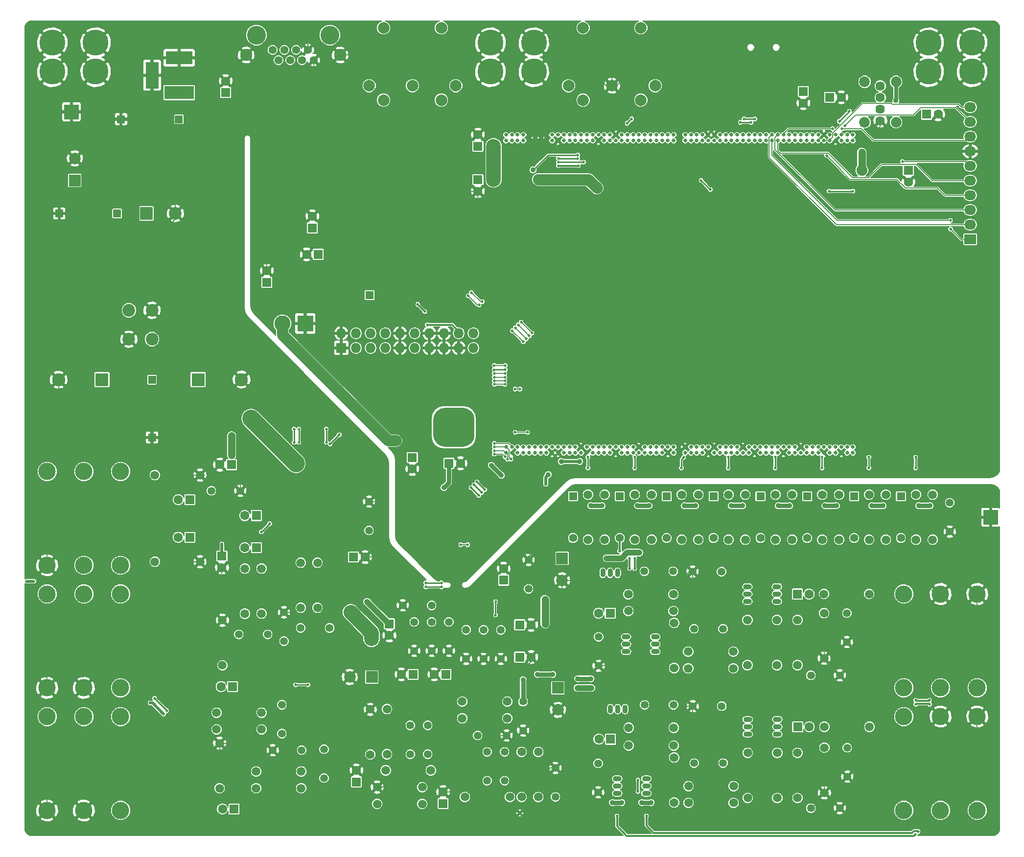
<source format=gbl>
G04 #@! TF.FileFunction,Copper,L2,Bot,Signal*
%FSLAX46Y46*%
G04 Gerber Fmt 4.6, Leading zero omitted, Abs format (unit mm)*
G04 Created by KiCad (PCBNEW (2014-jul-16 BZR unknown)-product) date Sex 05 Dez 2014 13:25:20 BRST*
%MOMM*%
G01*
G04 APERTURE LIST*
%ADD10C,0.152400*%
%ADD11R,2.032000X1.727200*%
%ADD12O,2.032000X1.727200*%
%ADD13R,1.600000X1.600000*%
%ADD14C,1.600000*%
%ADD15R,1.350000X1.350000*%
%ADD16R,1.998980X1.998980*%
%ADD17C,1.998980*%
%ADD18R,2.200000X2.200000*%
%ADD19C,2.200000*%
%ADD20R,2.300000X2.300000*%
%ADD21C,2.300000*%
%ADD22C,1.350000*%
%ADD23C,4.500000*%
%ADD24R,1.400000X1.400000*%
%ADD25C,1.400000*%
%ADD26C,0.457200*%
%ADD27C,3.000000*%
%ADD28C,1.620000*%
%ADD29C,1.850000*%
%ADD30C,2.100000*%
%ADD31C,3.251200*%
%ADD32C,2.000000*%
%ADD33R,4.600000X2.300000*%
%ADD34R,5.100000X2.300000*%
%ADD35R,2.300000X4.600000*%
%ADD36R,1.727200X1.727200*%
%ADD37O,1.727200X1.727200*%
%ADD38R,2.794000X2.794000*%
%ADD39C,2.794000*%
%ADD40O,1.501140X0.899160*%
%ADD41O,0.899160X1.501140*%
%ADD42C,1.500000*%
%ADD43R,2.500000X2.500000*%
%ADD44C,0.660400*%
%ADD45C,2.540000*%
%ADD46C,1.905000*%
%ADD47C,1.270000*%
%ADD48C,0.508000*%
%ADD49C,0.889000*%
%ADD50C,1.016000*%
%ADD51C,2.540000*%
%ADD52C,1.270000*%
%ADD53C,1.905000*%
%ADD54C,0.127000*%
%ADD55C,0.508000*%
%ADD56C,0.762000*%
%ADD57C,1.016000*%
%ADD58C,3.048000*%
%ADD59C,0.254000*%
%ADD60C,0.304800*%
%ADD61C,0.635000*%
%ADD62C,0.203200*%
%ADD63C,0.381000*%
G04 APERTURE END LIST*
D10*
D11*
X163830000Y-38100000D03*
D12*
X163830000Y-35560000D03*
X163830000Y-33020000D03*
X163830000Y-30480000D03*
X163830000Y-27940000D03*
X163830000Y-25400000D03*
X163830000Y-22860000D03*
X163830000Y-20320000D03*
X163830000Y-17780000D03*
X163830000Y-15240000D03*
D13*
X50050000Y-36100000D03*
D14*
X50050000Y-34100000D03*
D13*
X51060000Y-40680000D03*
D14*
X49060000Y-40680000D03*
D13*
X67330000Y-75820000D03*
D14*
X67330000Y-77820000D03*
D13*
X78680000Y-27760000D03*
D14*
X78680000Y-29760000D03*
D13*
X78680000Y-21980000D03*
D14*
X78680000Y-19980000D03*
D13*
X156275000Y-16450000D03*
D14*
X158275000Y-16450000D03*
D13*
X134970000Y-12520000D03*
D14*
X134970000Y-14520000D03*
D15*
X16950000Y-17300000D03*
X26950000Y-17300000D03*
D16*
X8950000Y-27905000D03*
D17*
X8950000Y-24095000D03*
D13*
X139550000Y-13510000D03*
D14*
X141550000Y-13510000D03*
D13*
X153125000Y-26150000D03*
D14*
X153125000Y-28150000D03*
D13*
X35050000Y-12700000D03*
D14*
X35050000Y-10700000D03*
D13*
X42170000Y-45520000D03*
D14*
X42170000Y-43520000D03*
D13*
X73660000Y-76820000D03*
D14*
X75660000Y-76820000D03*
D15*
X16250000Y-33600000D03*
X6250000Y-33600000D03*
D18*
X21350000Y-33600000D03*
D19*
X26350000Y-33600000D03*
D20*
X30280000Y-62350000D03*
D21*
X37780000Y-62350000D03*
D20*
X13650000Y-62365000D03*
D21*
X6150000Y-62365000D03*
D16*
X60315000Y-113790000D03*
D17*
X56505000Y-113790000D03*
D15*
X22300000Y-62365000D03*
X22300000Y-72365000D03*
D16*
X93240000Y-93275000D03*
D17*
X93240000Y-97085000D03*
D16*
X92511880Y-115679220D03*
D17*
X92511880Y-119489220D03*
D13*
X57160000Y-93050000D03*
D14*
X59160000Y-93050000D03*
D22*
X59830000Y-88440000D03*
X59830000Y-83440000D03*
D13*
X57650000Y-131950000D03*
D14*
X57650000Y-129950000D03*
D22*
X83625000Y-123900000D03*
X78625000Y-123900000D03*
X86480000Y-123050000D03*
X86480000Y-118050000D03*
D13*
X72650000Y-135700000D03*
D14*
X72650000Y-133700000D03*
D22*
X115850000Y-118839160D03*
X120850000Y-118839160D03*
X115800000Y-95575000D03*
X120800000Y-95575000D03*
X92075000Y-129550000D03*
X92075000Y-134550000D03*
X43200000Y-126450000D03*
X48200000Y-126450000D03*
X45150000Y-102600000D03*
X45150000Y-107600000D03*
D13*
X36050000Y-77070000D03*
D14*
X34050000Y-77070000D03*
D22*
X37550000Y-81570000D03*
X32550000Y-81570000D03*
X160300000Y-88655000D03*
X160300000Y-83655000D03*
X65655000Y-101405000D03*
X70655000Y-101405000D03*
D13*
X63360000Y-104590000D03*
D14*
X63360000Y-106590000D03*
D13*
X83130000Y-97040000D03*
D14*
X83130000Y-95040000D03*
D22*
X87420000Y-93550000D03*
X87420000Y-98550000D03*
X141260000Y-136484160D03*
X136260000Y-136484160D03*
X141260000Y-113500000D03*
X136260000Y-113500000D03*
X66975000Y-127150000D03*
X66975000Y-122150000D03*
X142550000Y-126014160D03*
X142550000Y-131014160D03*
X142500000Y-102750000D03*
X142500000Y-107750000D03*
X69975000Y-127150000D03*
X69975000Y-122150000D03*
D13*
X133990000Y-122414160D03*
D14*
X135990000Y-122414160D03*
D13*
X133950000Y-99440000D03*
D14*
X135950000Y-99440000D03*
D22*
X121100000Y-128714160D03*
X116100000Y-128714160D03*
X121050000Y-105450000D03*
X116050000Y-105450000D03*
X83275000Y-131750000D03*
X83275000Y-126750000D03*
X80275000Y-131750000D03*
X80275000Y-126750000D03*
X107500000Y-118629160D03*
X112500000Y-118629160D03*
X107450000Y-95525000D03*
X112450000Y-95525000D03*
D13*
X101600000Y-124554160D03*
D14*
X99600000Y-124554160D03*
D13*
X101550000Y-102750000D03*
D14*
X99550000Y-102750000D03*
D22*
X99470000Y-133734160D03*
X99470000Y-128734160D03*
X99560000Y-111870000D03*
X99560000Y-106870000D03*
X52060000Y-131280000D03*
X52060000Y-126280000D03*
X44760000Y-123600000D03*
X44760000Y-118600000D03*
X37290000Y-106430000D03*
X42290000Y-106430000D03*
X48030000Y-105320000D03*
X53030000Y-105320000D03*
D13*
X36500000Y-136650000D03*
D14*
X34500000Y-136650000D03*
D13*
X36250000Y-115450000D03*
D14*
X34250000Y-115450000D03*
D13*
X40350000Y-91420000D03*
D14*
X38350000Y-91420000D03*
D13*
X40350000Y-85870000D03*
D14*
X38350000Y-85870000D03*
D13*
X34400000Y-92870000D03*
D14*
X34400000Y-94870000D03*
D13*
X28850000Y-89620000D03*
D14*
X26850000Y-89620000D03*
D13*
X28850000Y-83120000D03*
D14*
X26850000Y-83120000D03*
D22*
X67655000Y-109255000D03*
X67655000Y-104255000D03*
X70655000Y-109255000D03*
X70655000Y-104255000D03*
D13*
X67450000Y-113350000D03*
D14*
X65450000Y-113350000D03*
D22*
X73655000Y-109255000D03*
X73655000Y-104255000D03*
D13*
X73150000Y-113350000D03*
D14*
X71150000Y-113350000D03*
D22*
X76650000Y-110660000D03*
X76650000Y-105660000D03*
D13*
X85900000Y-110350000D03*
D14*
X87900000Y-110350000D03*
D22*
X79650000Y-110660000D03*
X79650000Y-105660000D03*
D13*
X85900000Y-104770000D03*
D14*
X87900000Y-104770000D03*
D22*
X82655000Y-110660000D03*
X82655000Y-105660000D03*
D23*
X12550000Y-9075000D03*
X5050000Y-9075000D03*
X12550000Y-4075000D03*
X5050000Y-4075000D03*
X88350000Y-9080000D03*
X80850000Y-9080000D03*
X88350000Y-4080000D03*
X80850000Y-4080000D03*
X164150000Y-9075000D03*
X156650000Y-9075000D03*
X164150000Y-4075000D03*
X156650000Y-4075000D03*
D24*
X95115000Y-82555000D03*
D25*
X95115000Y-89755000D03*
D24*
X111315000Y-82555000D03*
D25*
X111315000Y-89755000D03*
D24*
X127540000Y-82555000D03*
D25*
X127540000Y-89755000D03*
D24*
X143740000Y-82555000D03*
D25*
X143740000Y-89755000D03*
D24*
X103215000Y-82555000D03*
D25*
X103215000Y-89755000D03*
D24*
X119415000Y-82555000D03*
D25*
X119415000Y-89755000D03*
D24*
X135640000Y-82555000D03*
D25*
X135640000Y-89755000D03*
D24*
X151840000Y-82555000D03*
D25*
X151840000Y-89755000D03*
D26*
X85900000Y-137296201D03*
X85900000Y-137296201D03*
X85900000Y-137296201D03*
X85900000Y-137296201D03*
X85900000Y-137296201D03*
X85900000Y-137296201D03*
X85900000Y-137296201D03*
X85900000Y-137296201D03*
X85900000Y-137296201D03*
X85900000Y-137296201D03*
X85900000Y-137296201D03*
X85900000Y-137296201D03*
X85900000Y-137296201D03*
X85900000Y-137296201D03*
X85900000Y-137296201D03*
X85900000Y-137296201D03*
D27*
X158690000Y-136875000D03*
X165040000Y-136875000D03*
X152340000Y-136875000D03*
X158690000Y-120645000D03*
X165040000Y-120645000D03*
X152340000Y-120645000D03*
X158690000Y-115675000D03*
X165040000Y-115675000D03*
X152340000Y-115675000D03*
X158690000Y-99445000D03*
X165040000Y-99445000D03*
X152340000Y-99445000D03*
X10510000Y-120645000D03*
X4160000Y-120645000D03*
X16860000Y-120645000D03*
X10510000Y-136875000D03*
X4160000Y-136875000D03*
X16860000Y-136875000D03*
X10510000Y-99445000D03*
X4160000Y-99445000D03*
X16860000Y-99445000D03*
X10510000Y-115675000D03*
X4160000Y-115675000D03*
X16860000Y-115675000D03*
X10510000Y-78245000D03*
X4160000Y-78245000D03*
X16860000Y-78245000D03*
X10510000Y-94475000D03*
X4160000Y-94475000D03*
X16860000Y-94475000D03*
D28*
X148275000Y-11560000D03*
X148275000Y-13560000D03*
X148275000Y-15560000D03*
D29*
X150995000Y-10830000D03*
D28*
X148275000Y-17560000D03*
D29*
X150995000Y-17830000D03*
X145555000Y-10830000D03*
X145555000Y-17830000D03*
D30*
X54850000Y-6200000D03*
X38590000Y-6200000D03*
D25*
X50290000Y-7088000D03*
X48250000Y-7088000D03*
X46210000Y-7088000D03*
X44170000Y-7088000D03*
X47230000Y-5310000D03*
X45190000Y-5310000D03*
X49270000Y-5310000D03*
X43150000Y-5310000D03*
D31*
X40370000Y-2770000D03*
X53070000Y-2770000D03*
D32*
X96850000Y-14000000D03*
X96850000Y-1500000D03*
X94350000Y-11500000D03*
X101850000Y-11500000D03*
X109350000Y-11500000D03*
X106850000Y-14000000D03*
X106850000Y-1500000D03*
X62350000Y-14000000D03*
X62350000Y-1500000D03*
X59850000Y-11500000D03*
X67350000Y-11500000D03*
X74850000Y-11500000D03*
X72350000Y-14000000D03*
X72350000Y-1500000D03*
D33*
X27000000Y-6700000D03*
D34*
X27000000Y-12700000D03*
D35*
X22300000Y-9700000D03*
D19*
X18300000Y-55365000D03*
X18300000Y-50365000D03*
X22300000Y-50365000D03*
X22300000Y-55365000D03*
D36*
X55045000Y-56870000D03*
D37*
X55045000Y-54330000D03*
X57585000Y-56870000D03*
X57585000Y-54330000D03*
X60125000Y-56870000D03*
X60125000Y-54330000D03*
X62665000Y-56870000D03*
X62665000Y-54330000D03*
X65205000Y-56870000D03*
X65205000Y-54330000D03*
X67745000Y-56870000D03*
X67745000Y-54330000D03*
X70285000Y-56870000D03*
X70285000Y-54330000D03*
X72825000Y-56870000D03*
X72825000Y-54330000D03*
X75365000Y-56870000D03*
X75365000Y-54330000D03*
X77905000Y-56870000D03*
X77905000Y-54330000D03*
D38*
X48806200Y-52650000D03*
D39*
X44843800Y-52650000D03*
D40*
X130460000Y-122414160D03*
X130460000Y-121144160D03*
X130460000Y-123684160D03*
X130400000Y-99440000D03*
X130400000Y-98170000D03*
X130400000Y-100710000D03*
X125340000Y-122414160D03*
X125340000Y-121144160D03*
X125340000Y-123684160D03*
X125300000Y-99440000D03*
X125300000Y-98170000D03*
X125300000Y-100710000D03*
X107820000Y-132654160D03*
X107820000Y-133924160D03*
X107820000Y-131384160D03*
X109350000Y-108130000D03*
X109350000Y-106860000D03*
X109350000Y-109400000D03*
X102750000Y-132654160D03*
X102750000Y-133924160D03*
X102750000Y-131384160D03*
X104300000Y-108130000D03*
X104300000Y-106860000D03*
X104300000Y-109400000D03*
D41*
X102860000Y-119354160D03*
X104130000Y-119354160D03*
X101590000Y-119354160D03*
X101550000Y-95775000D03*
X100280000Y-95775000D03*
X102820000Y-95775000D03*
D42*
X62950000Y-119350000D03*
X62950000Y-127150000D03*
X60050000Y-127200000D03*
X60050000Y-119400000D03*
X62725000Y-129950000D03*
X70525000Y-129950000D03*
X138600000Y-122414160D03*
X146400000Y-122414160D03*
X138540000Y-99440000D03*
X146340000Y-99440000D03*
X138600000Y-126014160D03*
X138600000Y-133814160D03*
X138550000Y-102750000D03*
X138550000Y-110550000D03*
X83750000Y-120950000D03*
X75950000Y-120950000D03*
X133940000Y-134714160D03*
X133940000Y-126914160D03*
X130460000Y-134714160D03*
X130460000Y-126914160D03*
X133940000Y-111740000D03*
X133940000Y-103940000D03*
X130400000Y-111740000D03*
X130400000Y-103940000D03*
X83750000Y-118050000D03*
X75950000Y-118050000D03*
X125350000Y-134714160D03*
X125350000Y-126914160D03*
X125300000Y-111740000D03*
X125300000Y-103940000D03*
X61250000Y-135750000D03*
X69050000Y-135750000D03*
X69050000Y-132850000D03*
X61250000Y-132850000D03*
X84225000Y-134550000D03*
X76425000Y-134550000D03*
X115100000Y-135564160D03*
X122900000Y-135564160D03*
X115100000Y-132664160D03*
X122900000Y-132664160D03*
X115050000Y-112300000D03*
X122850000Y-112300000D03*
X115050000Y-109400000D03*
X122850000Y-109400000D03*
X89125000Y-134550000D03*
X89125000Y-126750000D03*
X112550000Y-125654160D03*
X104750000Y-125654160D03*
X112610000Y-127724160D03*
X112610000Y-135524160D03*
X112500000Y-102375000D03*
X104700000Y-102375000D03*
X112610000Y-104450000D03*
X112610000Y-112250000D03*
X86225000Y-134550000D03*
X86225000Y-126750000D03*
X112550000Y-122579160D03*
X104750000Y-122579160D03*
X112500000Y-99475000D03*
X104700000Y-99475000D03*
X97715000Y-82255000D03*
X97715000Y-90055000D03*
X113915000Y-82255000D03*
X113915000Y-90055000D03*
X130140000Y-82255000D03*
X130140000Y-90055000D03*
X146340000Y-82255000D03*
X146340000Y-90055000D03*
X100615000Y-82255000D03*
X100615000Y-90055000D03*
X116815000Y-82255000D03*
X116815000Y-90055000D03*
X133040000Y-82255000D03*
X133040000Y-90055000D03*
X149240000Y-82255000D03*
X149240000Y-90055000D03*
X105815000Y-82255000D03*
X105815000Y-90055000D03*
X122015000Y-82255000D03*
X122015000Y-90055000D03*
X138240000Y-82255000D03*
X138240000Y-90055000D03*
X154440000Y-82255000D03*
X154440000Y-90055000D03*
X108715000Y-82255000D03*
X108715000Y-90055000D03*
X124915000Y-82255000D03*
X124915000Y-90055000D03*
X141140000Y-82255000D03*
X141140000Y-90055000D03*
X157340000Y-82255000D03*
X157340000Y-90055000D03*
X40300000Y-130140000D03*
X48100000Y-130140000D03*
X33460000Y-119970000D03*
X41260000Y-119970000D03*
X41240000Y-95040000D03*
X41240000Y-102840000D03*
X50925000Y-94025000D03*
X50925000Y-101825000D03*
X40300000Y-133040000D03*
X48100000Y-133040000D03*
X33460000Y-122870000D03*
X41260000Y-122870000D03*
X38350000Y-95050000D03*
X38350000Y-102850000D03*
X48025000Y-94025000D03*
X48025000Y-101825000D03*
X34000000Y-133050000D03*
X34000000Y-125250000D03*
X34490000Y-111770000D03*
X34490000Y-103970000D03*
X30600000Y-93870000D03*
X22800000Y-93870000D03*
X22800000Y-78870000D03*
X30600000Y-78870000D03*
D43*
X8370000Y-16030000D03*
D24*
X59940000Y-47750000D03*
D43*
X167360000Y-86160000D03*
D44*
X143530000Y-74000000D03*
X143530000Y-75000000D03*
X142530000Y-74000000D03*
X142530000Y-75000000D03*
X141530000Y-74000000D03*
X141530000Y-75000000D03*
X140530000Y-74000000D03*
X140530000Y-75000000D03*
X139530000Y-74000000D03*
X139530000Y-75000000D03*
X138530000Y-74000000D03*
X138530000Y-75000000D03*
X137530000Y-74000000D03*
X137530000Y-75000000D03*
X136530000Y-74000000D03*
X136530000Y-75000000D03*
X135530000Y-74000000D03*
X135530000Y-75000000D03*
X134530000Y-74000000D03*
X134530000Y-75000000D03*
X133530000Y-74000000D03*
X133530000Y-75000000D03*
X132530000Y-74000000D03*
X132530000Y-75000000D03*
X131530000Y-74000000D03*
X131530000Y-75000000D03*
X130530000Y-74000000D03*
X130530000Y-75000000D03*
X129530000Y-74000000D03*
X129530000Y-75000000D03*
X128530000Y-74000000D03*
X128530000Y-75000000D03*
X127530000Y-74000000D03*
X127530000Y-75000000D03*
X126530000Y-74000000D03*
X126530000Y-75000000D03*
X125530000Y-74000000D03*
X125530000Y-75000000D03*
X124530000Y-74000000D03*
X124530000Y-75000000D03*
X123530000Y-74000000D03*
X123530000Y-75000000D03*
X122530000Y-74000000D03*
X122530000Y-75000000D03*
X121530000Y-74000000D03*
X121530000Y-75000000D03*
X120530000Y-74000000D03*
X120530000Y-75000000D03*
X119530000Y-74000000D03*
X119530000Y-75000000D03*
X118530000Y-74000000D03*
X118530000Y-75000000D03*
X117530000Y-74000000D03*
X117530000Y-75000000D03*
X116530000Y-74000000D03*
X116530000Y-75000000D03*
X115530000Y-74000000D03*
X115530000Y-75000000D03*
X114530000Y-74000000D03*
X114530000Y-75000000D03*
X112530000Y-74000000D03*
X112530000Y-75000000D03*
X111530000Y-74000000D03*
X111530000Y-75000000D03*
X110530000Y-74000000D03*
X110530000Y-75000000D03*
X109530000Y-74000000D03*
X109530000Y-75000000D03*
X108530000Y-74000000D03*
X108530000Y-75000000D03*
X107530000Y-74000000D03*
X107530000Y-75000000D03*
X106530000Y-74000000D03*
X106530000Y-75000000D03*
X105530000Y-74000000D03*
X105530000Y-75000000D03*
X104530000Y-74000000D03*
X104530000Y-75000000D03*
X103530000Y-74000000D03*
X103530000Y-75000000D03*
X102530000Y-74000000D03*
X102530000Y-75000000D03*
X101530000Y-74000000D03*
X101530000Y-75000000D03*
X100530000Y-74000000D03*
X100530000Y-75000000D03*
X99530000Y-74000000D03*
X99530000Y-75000000D03*
X98530000Y-74000000D03*
X98530000Y-75000000D03*
X97530000Y-74000000D03*
X97530000Y-75000000D03*
X96530000Y-74000000D03*
X96530000Y-75000000D03*
X95530000Y-74000000D03*
X95530000Y-75000000D03*
X94530000Y-74000000D03*
X94530000Y-75000000D03*
X93530000Y-74000000D03*
X93530000Y-75000000D03*
X92530000Y-74000000D03*
X92530000Y-75000000D03*
X91530000Y-74000000D03*
X91530000Y-75000000D03*
X90530000Y-74000000D03*
X90530000Y-75000000D03*
X89530000Y-74000000D03*
X89530000Y-75000000D03*
X88530000Y-74000000D03*
X88530000Y-75000000D03*
X87530000Y-74000000D03*
X87530000Y-75000000D03*
X86530000Y-74000000D03*
X86530000Y-75000000D03*
X85530000Y-74000000D03*
X85530000Y-75000000D03*
X84530000Y-74000000D03*
X84530000Y-75000000D03*
X83530000Y-74000000D03*
X83530000Y-75000000D03*
X143530000Y-20000000D03*
X143530000Y-21000000D03*
X142530000Y-20000000D03*
X142530000Y-21000000D03*
X141530000Y-20000000D03*
X141530000Y-21000000D03*
X140530000Y-20000000D03*
X140530000Y-21000000D03*
X139530000Y-20000000D03*
X139530000Y-21000000D03*
X138530000Y-20000000D03*
X138530000Y-21000000D03*
X137530000Y-20000000D03*
X137530000Y-21000000D03*
X136530000Y-20000000D03*
X136530000Y-21000000D03*
X135530000Y-20000000D03*
X135530000Y-21000000D03*
X134530000Y-20000000D03*
X134530000Y-21000000D03*
X133530000Y-20000000D03*
X133530000Y-21000000D03*
X132530000Y-20000000D03*
X132530000Y-21000000D03*
X131530000Y-20000000D03*
X131530000Y-21000000D03*
X130530000Y-20000000D03*
X130530000Y-21000000D03*
X129530000Y-20000000D03*
X129530000Y-21000000D03*
X128530000Y-20000000D03*
X128530000Y-21000000D03*
X127530000Y-20000000D03*
X127530000Y-21000000D03*
X126530000Y-20000000D03*
X126530000Y-21000000D03*
X125530000Y-20000000D03*
X125530000Y-21000000D03*
X124530000Y-20000000D03*
X124530000Y-21000000D03*
X123530000Y-20000000D03*
X123530000Y-21000000D03*
X122530000Y-20000000D03*
X122530000Y-21000000D03*
X121530000Y-20000000D03*
X121530000Y-21000000D03*
X120530000Y-20000000D03*
X120530000Y-21000000D03*
X119530000Y-20000000D03*
X119530000Y-21000000D03*
X118530000Y-20000000D03*
X118530000Y-21000000D03*
X117530000Y-20000000D03*
X117530000Y-21000000D03*
X116530000Y-20000000D03*
X116530000Y-21000000D03*
X115530000Y-20000000D03*
X115530000Y-21000000D03*
X114530000Y-20000000D03*
X114530000Y-21000000D03*
X112530000Y-20000000D03*
X112530000Y-21000000D03*
X111530000Y-20000000D03*
X111530000Y-21000000D03*
X110530000Y-20000000D03*
X110530000Y-21000000D03*
X109530000Y-20000000D03*
X109530000Y-21000000D03*
X108530000Y-20000000D03*
X108530000Y-21000000D03*
X107530000Y-20000000D03*
X107530000Y-21000000D03*
X106530000Y-20000000D03*
X106530000Y-21000000D03*
X105530000Y-20000000D03*
X105530000Y-21000000D03*
X104530000Y-20000000D03*
X104530000Y-21000000D03*
X103530000Y-20000000D03*
X103530000Y-21000000D03*
X102530000Y-20000000D03*
X102530000Y-21000000D03*
X101530000Y-20000000D03*
X101530000Y-21000000D03*
X100530000Y-20000000D03*
X100530000Y-21000000D03*
X99530000Y-20000000D03*
X99530000Y-21000000D03*
X98530000Y-20000000D03*
X98530000Y-21000000D03*
X97530000Y-20000000D03*
X97530000Y-21000000D03*
X96530000Y-20000000D03*
X96530000Y-21000000D03*
X95530000Y-20000000D03*
X95530000Y-21000000D03*
X94530000Y-20000000D03*
X94530000Y-21000000D03*
X93530000Y-20000000D03*
X93530000Y-21000000D03*
X92530000Y-20000000D03*
X92530000Y-21000000D03*
X91530000Y-20000000D03*
X91530000Y-21000000D03*
X90530000Y-20000000D03*
X90530000Y-21000000D03*
X89530000Y-20000000D03*
X89530000Y-21000000D03*
X88530000Y-20000000D03*
X88530000Y-21000000D03*
X87530000Y-20000000D03*
X87530000Y-21000000D03*
X86530000Y-20000000D03*
X86530000Y-21000000D03*
X85530000Y-20000000D03*
X85530000Y-21000000D03*
X84530000Y-20000000D03*
X84530000Y-21000000D03*
X83530000Y-20000000D03*
X83530000Y-21000000D03*
D45*
X81390000Y-27720000D03*
X81380000Y-21990000D03*
D46*
X145070000Y-26150000D03*
D47*
X145070000Y-23010000D03*
D46*
X99270000Y-29220000D03*
X89160000Y-27720000D03*
X64470000Y-72920000D03*
D48*
X152148540Y-24638000D03*
X90420000Y-80460000D03*
D49*
X90840000Y-78770000D03*
X96290000Y-76510000D03*
X93090000Y-76520000D03*
X82740000Y-78900000D03*
X81000000Y-77160000D03*
X72800000Y-81020000D03*
D48*
X75783440Y-70609460D03*
X74514000Y-70610000D03*
X77053440Y-70609460D03*
X73243440Y-70609460D03*
X71973440Y-70609460D03*
X74513440Y-69339460D03*
X74513440Y-68069460D03*
X75783440Y-69339460D03*
X75783440Y-68069460D03*
X77053440Y-69339460D03*
X77053440Y-68069460D03*
X73243440Y-69339460D03*
X73243440Y-68069460D03*
X71973440Y-69339460D03*
X71973440Y-68069460D03*
X71973440Y-71879460D03*
X73243440Y-71879460D03*
X74513440Y-71879460D03*
X75783440Y-71879460D03*
X77053440Y-71879460D03*
X77053440Y-73149460D03*
X75783440Y-73149460D03*
X74513440Y-73149460D03*
X73243440Y-73149460D03*
X71973440Y-73149460D03*
D49*
X154899398Y-84170000D03*
X146799398Y-84170000D03*
X138699398Y-84170000D03*
X130599398Y-84170000D03*
X122474398Y-84170000D03*
X114374398Y-84170000D03*
X116360000Y-84170000D03*
X124460000Y-84170000D03*
X132590000Y-84170000D03*
X140690000Y-84170000D03*
X148790000Y-84170000D03*
X156890000Y-84170000D03*
X108260000Y-84170000D03*
X106274398Y-84170000D03*
D50*
X98280180Y-115691920D03*
X95879960Y-115691920D03*
X106600000Y-92270000D03*
X100950000Y-93250000D03*
D49*
X98160000Y-84170000D03*
X100155602Y-84170000D03*
D47*
X90300000Y-104600000D03*
X90300000Y-100410000D03*
D45*
X39420000Y-69060000D03*
X47210000Y-76890000D03*
X56680000Y-102600000D03*
X60280000Y-107200000D03*
D49*
X101937820Y-135524240D03*
X107025440Y-135524240D03*
X108635800Y-135524240D03*
X103543100Y-135524240D03*
X88990000Y-113340000D03*
X86480000Y-114260000D03*
X91630000Y-113340000D03*
X98220000Y-114080000D03*
X95950000Y-114080000D03*
D48*
X600000Y-97230000D03*
X1890000Y-97230000D03*
X21950000Y-118284202D03*
X24310000Y-120200000D03*
D47*
X36070000Y-75420000D03*
D50*
X36070000Y-72060000D03*
X59490000Y-100790000D03*
D48*
X81740000Y-100760000D03*
X81710000Y-103068500D03*
X34400000Y-90770000D03*
X154400000Y-118510000D03*
X156780000Y-118510000D03*
X102740460Y-137840720D03*
X154320000Y-141040000D03*
X103212900Y-92006420D03*
X104914700Y-93276420D03*
X104914700Y-95034100D03*
X156770000Y-117790000D03*
X154400000Y-117790000D03*
X107830620Y-137840720D03*
X154820000Y-140530000D03*
X106360000Y-133624160D03*
X106350000Y-131644160D03*
X105783380Y-93273880D03*
X105783380Y-95039180D03*
D49*
X150975000Y-14050000D03*
D48*
X86140000Y-52410000D03*
X88020000Y-54290000D03*
X79440000Y-48860000D03*
X77550000Y-47300000D03*
X85630000Y-52910000D03*
X87520000Y-54800000D03*
X78880000Y-49430000D03*
X76990000Y-47860000D03*
X84600000Y-53900000D03*
X86520000Y-55820000D03*
X85130000Y-53420000D03*
X87010000Y-55300000D03*
X143540000Y-29750000D03*
X139410000Y-29750000D03*
X118860000Y-29470000D03*
X117290000Y-27900000D03*
X113860000Y-77635000D03*
X114270000Y-75780000D03*
X121960000Y-77635000D03*
X121960000Y-75780000D03*
X105780000Y-77635000D03*
X105780000Y-75780000D03*
X81500000Y-73390000D03*
X97680000Y-77635000D03*
X97680000Y-75780000D03*
X146280000Y-77635000D03*
X146280000Y-75780000D03*
X154390000Y-75780000D03*
X154390000Y-77635000D03*
X138200000Y-75780000D03*
X138200000Y-77635000D03*
X130090000Y-75780000D03*
X130090000Y-77635000D03*
X124690000Y-17250000D03*
X126550000Y-17250000D03*
X141180000Y-17670000D03*
X142930000Y-15920000D03*
X124060000Y-17850000D03*
X125920000Y-17870000D03*
X77990000Y-80530000D03*
X79340000Y-81880000D03*
X77480000Y-81040000D03*
X78830000Y-82390000D03*
X104490000Y-18010000D03*
X105270000Y-17240000D03*
X75700000Y-90910000D03*
X76900000Y-90910000D03*
X72340000Y-97500000D03*
X69640000Y-97500000D03*
X69640000Y-98220000D03*
X72340000Y-98220000D03*
X47160000Y-115150000D03*
X49280000Y-115150000D03*
X46870000Y-70920000D03*
X46870000Y-73200000D03*
X22740000Y-117510000D03*
X24850000Y-119620000D03*
X47710000Y-73200000D03*
X47710000Y-70920000D03*
D49*
X146475000Y-22110000D03*
D48*
X146992340Y-19908520D03*
X102347780Y-38398460D03*
X153147780Y-38398460D03*
X140447780Y-38398460D03*
X115047780Y-38398460D03*
X165847780Y-51098460D03*
X165847780Y-38398460D03*
X63612780Y-26968460D03*
D49*
X75000000Y-30740000D03*
X115650000Y-126260000D03*
X135000000Y-11130000D03*
D48*
X86472780Y-29508460D03*
X90282780Y-42208460D03*
X83932780Y-39668460D03*
X102347780Y-51098460D03*
X127747780Y-51098460D03*
X153147780Y-51098460D03*
X140447780Y-51098460D03*
X115047780Y-51098460D03*
X92822780Y-53638460D03*
X84567780Y-48558460D03*
X127747780Y-63798460D03*
X153147780Y-63798460D03*
X165847780Y-63798460D03*
X140447780Y-63798460D03*
X115047780Y-63798460D03*
X165847780Y-12998460D03*
D49*
X157510000Y-12850000D03*
D48*
X165847780Y-25698460D03*
X165847780Y-76498460D03*
X148067780Y-2203460D03*
D49*
X139140000Y-6200000D03*
D48*
X148067780Y-9188460D03*
X118857780Y-11728460D03*
D49*
X118480000Y-1950000D03*
D48*
X118857780Y-7283460D03*
X123302780Y-13633460D03*
X107427780Y-6648460D03*
X95997780Y-6648460D03*
X101712780Y-1568460D03*
X72502780Y-26968460D03*
X68057780Y-22523460D03*
D49*
X75010000Y-19290000D03*
D48*
X47737780Y-23793460D03*
X57262780Y-33318460D03*
X53452780Y-19348460D03*
X62342780Y-6013460D03*
X72502780Y-6013460D03*
X54722780Y-10458460D03*
X48372780Y-2838460D03*
X44562780Y-2838460D03*
X72502780Y-33318460D03*
X77582780Y-38398460D03*
X72502780Y-38398460D03*
X72502780Y-43478460D03*
X66787780Y-42843460D03*
X64882780Y-42843460D03*
X66787780Y-40938460D03*
X57262780Y-40938460D03*
X57270400Y-38401000D03*
X57262780Y-42843460D03*
X59802780Y-42843460D03*
X64882780Y-33318460D03*
X66787780Y-35858460D03*
X66787780Y-33318460D03*
X59802780Y-33318460D03*
X57262780Y-35858460D03*
X66787780Y-38398460D03*
X62342780Y-42843460D03*
X62344300Y-38399720D03*
X62350400Y-33321000D03*
X26670000Y-96520000D03*
X26670000Y-78740000D03*
X27940000Y-131445000D03*
X29210000Y-114935000D03*
X30480000Y-119380000D03*
X27940000Y-109220000D03*
X45720000Y-137160000D03*
X43815000Y-130175000D03*
X50800000Y-121920000D03*
X52070000Y-128905000D03*
D49*
X53560000Y-119100000D03*
D48*
X45085000Y-121285000D03*
X50800000Y-105410000D03*
X43180000Y-111125000D03*
D49*
X41025000Y-113750000D03*
D48*
X40005000Y-106680000D03*
X67310000Y-130175000D03*
X64770000Y-123825000D03*
X72390000Y-118110000D03*
X75565000Y-127635000D03*
X73660000Y-123190000D03*
X64770000Y-118110000D03*
X58420000Y-123825000D03*
D49*
X73710000Y-129700000D03*
D48*
X86360000Y-132080000D03*
X81280000Y-118110000D03*
X116840000Y-99060000D03*
X118745000Y-101600000D03*
X116840000Y-121920000D03*
X118745000Y-124460000D03*
X119380000Y-111760000D03*
X109220000Y-104140000D03*
X109220000Y-96520000D03*
X114300000Y-106680000D03*
X119380000Y-106680000D03*
X119380000Y-134620000D03*
X109220000Y-127000000D03*
X109220000Y-119380000D03*
X114300000Y-129540000D03*
X119380000Y-129540000D03*
X106680000Y-111760000D03*
X160020000Y-86360000D03*
X144780000Y-86360000D03*
X129540000Y-86360000D03*
X111760000Y-86360000D03*
X96520000Y-86360000D03*
X91440000Y-88900000D03*
X93980000Y-83820000D03*
X104140000Y-86360000D03*
X119380000Y-86360000D03*
X137160000Y-86360000D03*
X152400000Y-86360000D03*
X167640000Y-81280000D03*
X93980000Y-104140000D03*
X93980000Y-109220000D03*
X99060000Y-99060000D03*
X129540000Y-116840000D03*
X144780000Y-116840000D03*
X137160000Y-116840000D03*
X121920000Y-116840000D03*
X132080000Y-129540000D03*
X137160000Y-129540000D03*
X127000000Y-129540000D03*
X132080000Y-106680000D03*
X137160000Y-106680000D03*
X127000000Y-106680000D03*
X157480000Y-91440000D03*
X149860000Y-91440000D03*
X165100000Y-91440000D03*
X142240000Y-91440000D03*
X132080000Y-91440000D03*
X165100000Y-109220000D03*
X160020000Y-109220000D03*
X149860000Y-109220000D03*
X160020000Y-129540000D03*
X165100000Y-129540000D03*
X149860000Y-129540000D03*
X40640000Y-76200000D03*
X55880000Y-76200000D03*
X50800000Y-86360000D03*
X55880000Y-86360000D03*
X50800000Y-76200000D03*
X50842202Y-81240000D03*
X27940000Y-86360000D03*
X12700000Y-86360000D03*
X20320000Y-86360000D03*
X33020000Y-86360000D03*
X45720000Y-96520000D03*
X30480000Y-101600000D03*
X38100000Y-99060000D03*
X45720000Y-88900000D03*
X91440000Y-124460000D03*
X96520000Y-129540000D03*
X96520000Y-121920000D03*
X106680000Y-137160000D03*
X91440000Y-137160000D03*
X76200000Y-137160000D03*
X60960000Y-137160000D03*
X38100000Y-132080000D03*
X53340000Y-137160000D03*
X68580000Y-137160000D03*
X83820000Y-137160000D03*
X99060000Y-137160000D03*
X111760000Y-137160000D03*
X38100000Y-119380000D03*
X12700000Y-129540000D03*
X12700000Y-121920000D03*
X5080000Y-129540000D03*
X20320000Y-129540000D03*
X12700000Y-106680000D03*
X12700000Y-99060000D03*
X12700000Y-78740000D03*
X5080000Y-106680000D03*
X20320000Y-106680000D03*
X5080000Y-86360000D03*
X35560000Y-55880000D03*
X35560000Y-48260000D03*
X35560000Y-40640000D03*
X27940000Y-55880000D03*
X33020000Y-25400000D03*
X22860000Y-25400000D03*
X35560000Y-33020000D03*
X27940000Y-40640000D03*
X27940000Y-48260000D03*
X20320000Y-40640000D03*
X5080000Y-71120000D03*
X12700000Y-71120000D03*
X5080000Y-55880000D03*
X5080000Y-48260000D03*
X12700000Y-55880000D03*
X12700000Y-40640000D03*
X12700000Y-48260000D03*
X5080000Y-40640000D03*
D47*
X67335400Y-69977000D03*
X67335400Y-66649600D03*
X64973200Y-68326000D03*
D49*
X124485400Y-96433640D03*
X119920000Y-25850000D03*
X115580000Y-27260000D03*
X125930000Y-9310000D03*
X119240000Y-14650000D03*
X133400000Y-16240000D03*
X140310000Y-10060000D03*
X137620000Y-8880000D03*
X115490000Y-4670000D03*
X81360000Y-15320000D03*
X78340000Y-78470000D03*
X71690000Y-100380000D03*
X80655000Y-96005000D03*
X115650000Y-102925000D03*
X35250000Y-88670000D03*
X40400000Y-15100000D03*
X54050000Y-15100000D03*
X53150000Y-17550000D03*
X44550000Y-20650000D03*
X41350000Y-24100000D03*
X112600000Y-5300000D03*
X84550000Y-16090000D03*
X159525000Y-23450000D03*
X154075000Y-22250000D03*
X159525000Y-20150000D03*
X126650000Y-11950000D03*
X152715000Y-5590000D03*
X41560000Y-81370000D03*
X74150000Y-94000000D03*
X153200000Y-81050000D03*
X145100000Y-81050000D03*
X137000000Y-81050000D03*
X128900000Y-81050000D03*
X120800000Y-81050000D03*
X112700000Y-81050000D03*
X104600000Y-81050000D03*
X96500000Y-81050000D03*
X37500000Y-15600000D03*
X55260000Y-69730000D03*
X51740000Y-66320000D03*
X48330000Y-62910000D03*
X44870000Y-59500000D03*
X108390000Y-80860000D03*
X140880000Y-80860000D03*
X108600000Y-78960000D03*
X141030000Y-78960000D03*
X157640000Y-77630000D03*
X109030000Y-77630000D03*
D48*
X80420000Y-100720000D03*
X83310000Y-100740000D03*
D49*
X76640000Y-81380000D03*
X68010000Y-93140000D03*
X65470000Y-89660000D03*
D48*
X63614300Y-38399720D03*
X61074300Y-38399720D03*
X62344300Y-37129720D03*
X62344300Y-39669720D03*
X59804300Y-38399720D03*
X64884300Y-38399720D03*
X63614300Y-37129720D03*
X62344300Y-35859720D03*
X61074300Y-37129720D03*
X59804300Y-35859720D03*
X59804300Y-37129720D03*
X61074300Y-35859720D03*
X63614300Y-35859720D03*
X64884300Y-35859720D03*
X64884300Y-37129720D03*
X63614300Y-39669720D03*
X64884300Y-39669720D03*
X61074300Y-39669720D03*
X59804300Y-39669720D03*
X59804300Y-40939720D03*
X61074300Y-40939720D03*
X62344300Y-40939720D03*
X63614300Y-40939720D03*
X64884300Y-40939720D03*
X56141620Y-81236820D03*
X54871620Y-81236820D03*
X53601620Y-81236820D03*
X52331620Y-81236820D03*
X57411620Y-81236820D03*
X54871620Y-79966820D03*
X53601620Y-79966820D03*
X52331620Y-79966820D03*
X57411620Y-79966820D03*
X56141620Y-79966820D03*
X57411620Y-78696820D03*
X56141620Y-78696820D03*
X54871620Y-78696820D03*
X53601620Y-78696820D03*
X52331620Y-78696820D03*
X52331620Y-82506820D03*
X52331620Y-83776820D03*
X53601620Y-82506820D03*
X53601620Y-83776820D03*
X54871620Y-82506820D03*
X54871620Y-83776820D03*
X56141620Y-82506820D03*
X56141620Y-83776820D03*
X57411620Y-82506820D03*
X57411620Y-83776820D03*
X128270000Y-96520000D03*
X135890000Y-96520000D03*
X142240000Y-96520000D03*
X148590000Y-96520000D03*
X154940000Y-96520000D03*
X41910000Y-35560000D03*
X48260000Y-46990000D03*
X92075000Y-67945000D03*
X86360000Y-58420000D03*
X61595000Y-67945000D03*
X56515000Y-62865000D03*
X55245000Y-46990000D03*
X61595000Y-48260000D03*
X67310000Y-52070000D03*
X54610000Y-52070000D03*
X61595000Y-52070000D03*
X67310000Y-48260000D03*
X77597000Y-33274000D03*
X41148000Y-20320000D03*
X46101000Y-29845000D03*
X44577000Y-10414000D03*
X50277780Y-10458460D03*
X128143000Y-3683000D03*
X139177780Y-2203460D03*
X58928000Y-81280000D03*
X50800000Y-78486000D03*
X50842202Y-84285798D03*
X53848000Y-86360000D03*
X57785000Y-86360000D03*
X53340000Y-76200000D03*
X76962000Y-113792000D03*
X83947000Y-113792000D03*
X66802000Y-96774000D03*
X60706000Y-97663000D03*
X63246000Y-93091000D03*
X60960000Y-76200000D03*
X62865000Y-83439000D03*
X84280000Y-86390000D03*
D49*
X79250000Y-90500000D03*
D48*
X79270000Y-86390000D03*
D49*
X53000000Y-43260000D03*
X124580000Y-119370000D03*
X55150000Y-31240000D03*
X70990000Y-78390000D03*
D48*
X68270000Y-49360000D03*
X69480000Y-50570000D03*
X69940000Y-52870000D03*
X42650000Y-87260000D03*
X41220000Y-88690000D03*
X54690000Y-71890000D03*
X53110000Y-73470000D03*
X52450000Y-73190000D03*
X52440000Y-70910000D03*
X81500000Y-74620000D03*
X83770000Y-76120000D03*
X83350000Y-75670000D03*
X81500000Y-75230000D03*
X81500000Y-74000000D03*
X84380000Y-76120000D03*
X79850000Y-81380000D03*
X78500000Y-80030000D03*
X85110000Y-71470000D03*
X87260000Y-71470000D03*
X81510000Y-63160000D03*
X83350000Y-63160000D03*
X81510000Y-61920000D03*
X83350000Y-61920000D03*
X81510000Y-61300000D03*
X83350000Y-61300000D03*
X83350000Y-62540000D03*
X81510000Y-62540000D03*
X85107780Y-63992760D03*
X85951060Y-63992760D03*
X81470000Y-60650000D03*
X83370000Y-60640000D03*
X96055180Y-25344120D03*
X92605860Y-25344120D03*
X92608400Y-24731980D03*
X96923860Y-24731980D03*
X92608400Y-24117300D03*
X95951040Y-24117300D03*
X83410000Y-59930000D03*
X81470000Y-59930000D03*
D49*
X88210000Y-26090000D03*
D48*
X95950000Y-23500000D03*
X160406080Y-34808160D03*
X160416240Y-36319460D03*
X138971020Y-23571200D03*
X140007340Y-18950940D03*
X141615160Y-18973800D03*
X142115540Y-18440400D03*
D51*
X81380000Y-21990000D02*
X81390000Y-22000000D01*
X81390000Y-22000000D02*
X81390000Y-27720000D01*
D52*
X145070000Y-26150000D02*
X145070000Y-23010000D01*
D53*
X99270000Y-29220000D02*
X97770000Y-27720000D01*
X97770000Y-27720000D02*
X89160000Y-27720000D01*
X63180000Y-72920000D02*
X64470000Y-72920000D01*
X44843800Y-54583800D02*
X63180000Y-72920000D01*
X44843800Y-52650000D02*
X44843800Y-54583800D01*
D54*
X163085780Y-24655780D02*
X163830000Y-25400000D01*
X152166320Y-24655780D02*
X163085780Y-24655780D01*
X152148540Y-24638000D02*
X152166320Y-24655780D01*
D55*
X90420000Y-79190000D02*
X90840000Y-78770000D01*
X90420000Y-80460000D02*
X90420000Y-79190000D01*
X93100000Y-76510000D02*
X96290000Y-76510000D01*
X93090000Y-76520000D02*
X93100000Y-76510000D01*
D56*
X81000000Y-77160000D02*
X82740000Y-78900000D01*
X73660000Y-80160000D02*
X72800000Y-81020000D01*
X73660000Y-76820000D02*
X73660000Y-80160000D01*
D54*
X75782900Y-70610000D02*
X75783440Y-70609460D01*
X74514000Y-70610000D02*
X75782900Y-70610000D01*
X75783440Y-70609460D02*
X77053440Y-70609460D01*
X73243980Y-70610000D02*
X73243440Y-70609460D01*
X74514000Y-70610000D02*
X73243980Y-70610000D01*
X73243440Y-70609460D02*
X71973440Y-70609460D01*
X74514000Y-69340020D02*
X74513440Y-69339460D01*
X74514000Y-70610000D02*
X74514000Y-69340020D01*
X74513440Y-69339460D02*
X74513440Y-68069460D01*
X75783440Y-70609460D02*
X75783440Y-69339460D01*
X75783440Y-69339460D02*
X75783440Y-68069460D01*
X77053440Y-70609460D02*
X77053440Y-69339460D01*
X77053440Y-69339460D02*
X77053440Y-68069460D01*
X73243440Y-70609460D02*
X73243440Y-69339460D01*
X73243440Y-69339460D02*
X73243440Y-68069460D01*
X71973440Y-70609460D02*
X71973440Y-69339460D01*
X71973440Y-69339460D02*
X71973440Y-68069460D01*
X71973440Y-70609460D02*
X71973440Y-71879460D01*
X73243440Y-70609460D02*
X73243440Y-71879460D01*
X74514000Y-71878900D02*
X74513440Y-71879460D01*
X74514000Y-70610000D02*
X74514000Y-71878900D01*
X75783440Y-70609460D02*
X75783440Y-71879460D01*
X77053440Y-70609460D02*
X77053440Y-71879460D01*
X77053440Y-71879460D02*
X77053440Y-73149460D01*
X75783440Y-71879460D02*
X75783440Y-73149460D01*
X74513440Y-71879460D02*
X74513440Y-73149460D01*
X73243440Y-71879460D02*
X73243440Y-73149460D01*
X71973440Y-71879460D02*
X71973440Y-73149460D01*
D56*
X156890000Y-84170000D02*
X154899398Y-84170000D01*
X148790000Y-84170000D02*
X146799398Y-84170000D01*
X138699398Y-84170000D02*
X140690000Y-84170000D01*
X132590000Y-84170000D02*
X130599398Y-84170000D01*
X124460000Y-84170000D02*
X122474398Y-84170000D01*
X116360000Y-84170000D02*
X114374398Y-84170000D01*
X108260000Y-84170000D02*
X106274398Y-84170000D01*
D57*
X95879960Y-115691920D02*
X98280180Y-115691920D01*
X100950000Y-93250000D02*
X103510000Y-93250000D01*
X106600000Y-92270000D02*
X104490000Y-92270000D01*
X103510000Y-93250000D02*
X104490000Y-92270000D01*
D56*
X100155602Y-84170000D02*
X98160000Y-84170000D01*
D52*
X90300000Y-100410000D02*
X90300000Y-104600000D01*
D58*
X39420000Y-69060000D02*
X39420000Y-69070000D01*
X47210000Y-76860000D02*
X47210000Y-76890000D01*
X39420000Y-69070000D02*
X47210000Y-76860000D01*
D51*
X56680000Y-102600000D02*
X60280000Y-106200000D01*
X60280000Y-106200000D02*
X60280000Y-107200000D01*
D56*
X108635800Y-135524240D02*
X107025440Y-135524240D01*
X101937820Y-135524240D02*
X103543100Y-135524240D01*
X88990000Y-113340000D02*
X91630000Y-113340000D01*
X86480000Y-114260000D02*
X86480000Y-118050000D01*
X98220000Y-114080000D02*
X95950000Y-114080000D01*
D57*
X63360000Y-104590000D02*
X63290000Y-104590000D01*
D55*
X1890000Y-97230000D02*
X600000Y-97230000D01*
X21950000Y-118284202D02*
X22394202Y-118284202D01*
X22394202Y-118284202D02*
X24310000Y-120200000D01*
D57*
X36070000Y-77050000D02*
X36050000Y-77070000D01*
D52*
X36070000Y-72060000D02*
X36070000Y-75420000D01*
D57*
X59490000Y-100790000D02*
X63290000Y-104590000D01*
D59*
X81710000Y-100790000D02*
X81740000Y-100760000D01*
X81710000Y-103068500D02*
X81710000Y-100790000D01*
D55*
X34400000Y-90770000D02*
X34400000Y-92870000D01*
D60*
X156751998Y-118510000D02*
X156640000Y-118398002D01*
X156640000Y-118398002D02*
X154511998Y-118398002D01*
X154511998Y-118398002D02*
X154400000Y-118510000D01*
X156780000Y-118510000D02*
X156751998Y-118510000D01*
X102740000Y-137841180D02*
X102740460Y-137840720D01*
X154100000Y-141250000D02*
X104420000Y-141250000D01*
X154320000Y-141040000D02*
X154310000Y-141040000D01*
X154310000Y-141040000D02*
X154100000Y-141250000D01*
X104420000Y-141250000D02*
X102740000Y-139570000D01*
X102740000Y-139570000D02*
X102740000Y-137841180D01*
X104914700Y-93276420D02*
X104914700Y-95034100D01*
X103215000Y-92004320D02*
X103212900Y-92006420D01*
X103215000Y-92004320D02*
X103215000Y-89755000D01*
X154500000Y-117890000D02*
X154400000Y-117790000D01*
X156670000Y-117890000D02*
X156770000Y-117790000D01*
X156670000Y-117890000D02*
X154500000Y-117890000D01*
X107830000Y-137841340D02*
X107830620Y-137840720D01*
X107830000Y-137841340D02*
X107830000Y-139500000D01*
X109071998Y-140741998D02*
X107830000Y-139500000D01*
X153748002Y-140741998D02*
X109071998Y-140741998D01*
X154810000Y-140530000D02*
X154700000Y-140420000D01*
X154700000Y-140420000D02*
X154070000Y-140420000D01*
X154070000Y-140420000D02*
X153748002Y-140741998D01*
X154820000Y-140530000D02*
X154810000Y-140530000D01*
X107830620Y-139500620D02*
X107830000Y-139500000D01*
X106350000Y-133614160D02*
X106360000Y-133624160D01*
X106350000Y-131644160D02*
X106350000Y-133614160D01*
X105783380Y-95039180D02*
X105783380Y-93273880D01*
D61*
X150995000Y-14030000D02*
X150975000Y-14050000D01*
X150995000Y-10830000D02*
X150995000Y-14030000D01*
D62*
X88020000Y-54290000D02*
X86140000Y-52410000D01*
X77550000Y-47300000D02*
X79110000Y-48860000D01*
X79110000Y-48860000D02*
X79440000Y-48860000D01*
X87520000Y-54800000D02*
X85630000Y-52910000D01*
X78560000Y-49430000D02*
X78880000Y-49430000D01*
X76990000Y-47860000D02*
X78560000Y-49430000D01*
X86520000Y-55820000D02*
X84600000Y-53900000D01*
X87010000Y-55300000D02*
X85130000Y-53420000D01*
D59*
X143540000Y-29750000D02*
X139410000Y-29750000D01*
X117290000Y-27900000D02*
X118860000Y-29470000D01*
X113860000Y-76190000D02*
X113860000Y-77635000D01*
X113860000Y-76190000D02*
X114270000Y-75780000D01*
X121960000Y-75780000D02*
X121960000Y-77635000D01*
X105780000Y-75780000D02*
X105780000Y-77635000D01*
D54*
X84530000Y-74000000D02*
X84530000Y-73900000D01*
X84020000Y-73390000D02*
X81500000Y-73390000D01*
X84530000Y-73900000D02*
X84020000Y-73390000D01*
D59*
X97680000Y-77635000D02*
X97680000Y-75780000D01*
X146280000Y-75780000D02*
X146280000Y-77635000D01*
X154390000Y-77635000D02*
X154390000Y-75780000D01*
X138200000Y-77635000D02*
X138200000Y-75780000D01*
X130090000Y-77635000D02*
X130090000Y-75780000D01*
X124690000Y-17250000D02*
X126550000Y-17250000D01*
X141180000Y-17670000D02*
X142930000Y-15920000D01*
X124060000Y-17850000D02*
X125900000Y-17850000D01*
X125900000Y-17850000D02*
X125920000Y-17870000D01*
X77990000Y-80530000D02*
X79340000Y-81880000D01*
X78830000Y-82390000D02*
X77480000Y-81040000D01*
D60*
X104500000Y-18010000D02*
X104490000Y-18010000D01*
X105270000Y-17240000D02*
X104500000Y-18010000D01*
D54*
X75700000Y-90910000D02*
X76900000Y-90910000D01*
D59*
X69640000Y-97500000D02*
X72340000Y-97500000D01*
X69640000Y-98220000D02*
X72340000Y-98220000D01*
X47160000Y-115150000D02*
X49280000Y-115150000D01*
X46870000Y-70920000D02*
X46870000Y-73200000D01*
X24850000Y-119620000D02*
X22740000Y-117510000D01*
X47710000Y-70920000D02*
X47710000Y-73200000D01*
D54*
X138530000Y-20000000D02*
X138530000Y-20094880D01*
X138530000Y-20094880D02*
X139031980Y-20596860D01*
X139031980Y-20596860D02*
X139031980Y-21287740D01*
X139031980Y-21287740D02*
X139367260Y-21623020D01*
X139367260Y-21623020D02*
X139906980Y-21623020D01*
X139906980Y-21623020D02*
X140530000Y-21000000D01*
X148275000Y-18625860D02*
X148275000Y-17560000D01*
X146992340Y-19908520D02*
X148275000Y-18625860D01*
X165847780Y-51098460D02*
X153147780Y-38398460D01*
X115047780Y-38398460D02*
X127747780Y-38398460D01*
X140447780Y-38398460D02*
X153147780Y-38398460D01*
X127747780Y-38398460D02*
X140447780Y-38398460D01*
X115047780Y-38398460D02*
X102347780Y-38398460D01*
D63*
X75000000Y-30740000D02*
X74970000Y-30740000D01*
X115660000Y-126270000D02*
X115680000Y-126270000D01*
X115650000Y-126260000D02*
X115660000Y-126270000D01*
D54*
X86472780Y-29508460D02*
X86472780Y-37128460D01*
X90282780Y-33318460D02*
X86472780Y-29508460D01*
X90282780Y-42208460D02*
X90282780Y-33318460D01*
X86472780Y-37128460D02*
X83932780Y-39668460D01*
X90282780Y-42208460D02*
X90282780Y-42843460D01*
X92822780Y-44748460D02*
X90282780Y-42208460D01*
X102347780Y-51098460D02*
X95362780Y-51098460D01*
X115047780Y-51098460D02*
X127747780Y-51098460D01*
X140447780Y-51098460D02*
X153147780Y-51098460D01*
X165847780Y-51098460D02*
X153147780Y-51098460D01*
X127747780Y-51098460D02*
X140447780Y-51098460D01*
X102347780Y-51098460D02*
X115047780Y-51098460D01*
X95362780Y-51098460D02*
X92822780Y-53638460D01*
X92822780Y-53638460D02*
X92822780Y-44748460D01*
X90282780Y-42843460D02*
X84567780Y-48558460D01*
X115047780Y-63798460D02*
X127747780Y-63798460D01*
X140447780Y-63798460D02*
X153147780Y-63798460D01*
X153147780Y-63798460D02*
X165847780Y-63798460D01*
X127747780Y-63798460D02*
X140447780Y-63798460D01*
X165847780Y-76498460D02*
X165847780Y-63798460D01*
X165847780Y-51098460D02*
X165847780Y-38398460D01*
X165847780Y-25698460D02*
X165847780Y-12998460D01*
X165699320Y-12850000D02*
X165847780Y-12998460D01*
X157510000Y-12850000D02*
X165699320Y-12850000D01*
X165847780Y-38398460D02*
X165847780Y-25698460D01*
X165847780Y-63798460D02*
X165847780Y-51098460D01*
X148067780Y-9188460D02*
X148067780Y-2203460D01*
X139140000Y-6200000D02*
X139140000Y-2241240D01*
X139140000Y-2241240D02*
X139177780Y-2203460D01*
X148067780Y-2203460D02*
X139177780Y-2203460D01*
X118857780Y-11728460D02*
X121397780Y-11728460D01*
X118480000Y-1950000D02*
X118480000Y-6905680D01*
X118480000Y-6905680D02*
X118857780Y-7283460D01*
X118857780Y-11728460D02*
X118857780Y-7283460D01*
X121397780Y-11728460D02*
X123302780Y-13633460D01*
X101850000Y-11500000D02*
X102576240Y-11500000D01*
X102576240Y-11500000D02*
X107427780Y-6648460D01*
X101850000Y-11500000D02*
X100849320Y-11500000D01*
X100849320Y-11500000D02*
X95997780Y-6648460D01*
X101850000Y-11500000D02*
X101850000Y-1705680D01*
X101850000Y-1705680D02*
X101712780Y-1568460D01*
X72502780Y-26968460D02*
X63612780Y-26968460D01*
X75010000Y-19290000D02*
X71291240Y-19290000D01*
X63612780Y-26968460D02*
X68057780Y-22523460D01*
X71291240Y-19290000D02*
X68057780Y-22523460D01*
X47737780Y-23793460D02*
X49007780Y-23793460D01*
X47102780Y-24428460D02*
X47737780Y-23793460D01*
X57262780Y-33318460D02*
X52182780Y-33318460D01*
X52182780Y-33318460D02*
X47102780Y-28238460D01*
X47102780Y-28238460D02*
X47102780Y-24428460D01*
X49007780Y-23793460D02*
X53452780Y-19348460D01*
X72502780Y-6013460D02*
X62342780Y-6013460D01*
X62156240Y-6200000D02*
X62342780Y-6013460D01*
X62156240Y-6200000D02*
X54850000Y-6200000D01*
X54722780Y-10458460D02*
X50277780Y-10458460D01*
X50290000Y-10446240D02*
X50277780Y-10458460D01*
X50290000Y-10446240D02*
X50290000Y-7088000D01*
X44562780Y-2838460D02*
X48372780Y-2838460D01*
X49270000Y-3735680D02*
X48372780Y-2838460D01*
X49270000Y-3735680D02*
X49270000Y-5310000D01*
X72502780Y-33318460D02*
X77582780Y-38398460D01*
X72502780Y-43478460D02*
X72502780Y-38398460D01*
X76061240Y-29760000D02*
X78680000Y-29760000D01*
X76061240Y-29760000D02*
X72502780Y-33318460D01*
X72502780Y-38398460D02*
X72502780Y-33318460D01*
X66787780Y-40938460D02*
X66787780Y-42843460D01*
X64882780Y-42843460D02*
X62342780Y-42843460D01*
X66787780Y-42843460D02*
X64882780Y-42843460D01*
X59802780Y-42843460D02*
X57262780Y-42843460D01*
X57262780Y-40938460D02*
X57262780Y-42843460D01*
X57270400Y-40930840D02*
X57262780Y-40938460D01*
X57270400Y-38401000D02*
X57270400Y-40930840D01*
X57262780Y-35858460D02*
X57262780Y-33318460D01*
X59802780Y-33318460D02*
X64882780Y-33318460D01*
X66787780Y-33318460D02*
X66787780Y-35858460D01*
X66787780Y-35858460D02*
X66787780Y-38398460D01*
X64882780Y-33318460D02*
X66787780Y-33318460D01*
X57262780Y-33318460D02*
X59802780Y-33318460D01*
X78680000Y-29760000D02*
X75426240Y-29760000D01*
X75426240Y-29760000D02*
X66787780Y-38398460D01*
X78680000Y-29760000D02*
X78680000Y-34761240D01*
X70597780Y-42843460D02*
X62342780Y-42843460D01*
X78680000Y-34761240D02*
X70597780Y-42843460D01*
X62344300Y-38399720D02*
X62344300Y-33327100D01*
X62344300Y-33327100D02*
X62350400Y-33321000D01*
X30600000Y-93870000D02*
X29320000Y-93870000D01*
X29320000Y-93870000D02*
X26670000Y-96520000D01*
X30600000Y-78870000D02*
X26800000Y-78870000D01*
X26800000Y-78870000D02*
X26670000Y-78740000D01*
X34000000Y-125250000D02*
X34000000Y-125385000D01*
X34000000Y-125385000D02*
X27940000Y-131445000D01*
X29210000Y-114935000D02*
X29210000Y-110490000D01*
X30480000Y-116205000D02*
X29210000Y-114935000D01*
X33810000Y-125250000D02*
X30480000Y-121920000D01*
X30480000Y-121920000D02*
X30480000Y-119380000D01*
X30480000Y-119380000D02*
X30480000Y-116205000D01*
X29210000Y-110490000D02*
X27940000Y-109220000D01*
X45720000Y-137160000D02*
X45720000Y-132080000D01*
X45720000Y-132080000D02*
X43815000Y-130175000D01*
X50800000Y-121920000D02*
X50800000Y-127635000D01*
X50800000Y-127635000D02*
X52070000Y-128905000D01*
X50800000Y-121920000D02*
X45720000Y-121920000D01*
X53560000Y-119160000D02*
X50800000Y-121920000D01*
X53560000Y-119100000D02*
X53560000Y-119160000D01*
X45720000Y-121920000D02*
X45085000Y-121285000D01*
X45150000Y-102600000D02*
X46085000Y-102600000D01*
X49530000Y-104140000D02*
X50800000Y-105410000D01*
X47625000Y-104140000D02*
X49530000Y-104140000D01*
X46085000Y-102600000D02*
X47625000Y-104140000D01*
X43180000Y-111125000D02*
X43180000Y-109855000D01*
X41025000Y-113280000D02*
X43180000Y-111125000D01*
X41025000Y-113750000D02*
X41025000Y-113280000D01*
X43180000Y-109855000D02*
X40005000Y-106680000D01*
X61250000Y-132850000D02*
X64635000Y-132850000D01*
X64635000Y-132850000D02*
X67310000Y-130175000D01*
X58420000Y-123825000D02*
X64770000Y-123825000D01*
X64770000Y-118110000D02*
X72390000Y-118110000D01*
X73660000Y-119380000D02*
X72390000Y-118110000D01*
X75565000Y-127635000D02*
X75565000Y-125095000D01*
X73945000Y-133700000D02*
X75565000Y-132080000D01*
X75565000Y-132080000D02*
X75565000Y-127635000D01*
X73945000Y-133700000D02*
X72650000Y-133700000D01*
X75565000Y-125095000D02*
X73660000Y-123190000D01*
X73660000Y-123190000D02*
X73660000Y-119380000D01*
X64770000Y-123825000D02*
X64770000Y-118110000D01*
X92075000Y-129550000D02*
X88890000Y-129550000D01*
X88890000Y-129550000D02*
X86360000Y-132080000D01*
X83625000Y-123900000D02*
X81990000Y-123900000D01*
X81280000Y-123190000D02*
X81280000Y-118110000D01*
X81990000Y-123900000D02*
X81280000Y-123190000D01*
X116840000Y-99060000D02*
X116840000Y-99695000D01*
X115800000Y-98020000D02*
X116840000Y-99060000D01*
X115800000Y-95575000D02*
X115800000Y-98020000D01*
X116840000Y-99695000D02*
X118745000Y-101600000D01*
X116840000Y-121920000D02*
X116840000Y-122555000D01*
X115850000Y-120930000D02*
X116840000Y-121920000D01*
X115850000Y-118839160D02*
X115850000Y-120930000D01*
X116840000Y-122555000D02*
X118745000Y-124460000D01*
X119380000Y-106680000D02*
X119380000Y-111760000D01*
X109220000Y-104140000D02*
X111760000Y-106680000D01*
X114300000Y-96520000D02*
X115245000Y-95575000D01*
X114300000Y-96520000D02*
X109220000Y-96520000D01*
X109220000Y-104140000D02*
X109220000Y-96520000D01*
X111760000Y-106680000D02*
X114300000Y-106680000D01*
X119380000Y-111760000D02*
X114300000Y-106680000D01*
X119380000Y-129540000D02*
X119380000Y-134620000D01*
X109220000Y-127000000D02*
X111760000Y-129540000D01*
X114840840Y-118839160D02*
X115850000Y-118839160D01*
X111760000Y-121920000D02*
X109220000Y-119380000D01*
X114300000Y-119380000D02*
X111760000Y-121920000D01*
X114840840Y-118839160D02*
X114300000Y-119380000D01*
X109220000Y-127000000D02*
X109220000Y-119380000D01*
X111760000Y-129540000D02*
X114300000Y-129540000D01*
X119380000Y-134620000D02*
X114300000Y-129540000D01*
X115800000Y-95575000D02*
X115245000Y-95575000D01*
X99560000Y-111870000D02*
X106570000Y-111870000D01*
X106570000Y-111870000D02*
X106680000Y-111760000D01*
X160020000Y-86360000D02*
X162560000Y-86360000D01*
X152400000Y-86360000D02*
X144780000Y-86360000D01*
X137160000Y-86360000D02*
X129540000Y-86360000D01*
X119380000Y-86360000D02*
X111760000Y-86360000D01*
X104140000Y-86360000D02*
X96520000Y-86360000D01*
X91440000Y-88900000D02*
X91440000Y-86360000D01*
X87420000Y-92920000D02*
X91440000Y-88900000D01*
X91440000Y-86360000D02*
X93980000Y-83820000D01*
X96520000Y-86360000D02*
X93980000Y-83820000D01*
X111760000Y-86360000D02*
X104140000Y-86360000D01*
X129540000Y-86360000D02*
X119380000Y-86360000D01*
X144780000Y-86360000D02*
X137160000Y-86360000D01*
X160020000Y-86360000D02*
X152400000Y-86360000D01*
X162560000Y-86360000D02*
X167640000Y-81280000D01*
X87420000Y-93550000D02*
X87420000Y-92920000D01*
X93980000Y-109220000D02*
X93980000Y-104140000D01*
X93240000Y-103400000D02*
X93980000Y-104140000D01*
X93240000Y-103400000D02*
X93240000Y-97085000D01*
X93240000Y-97085000D02*
X97085000Y-97085000D01*
X97085000Y-97085000D02*
X99060000Y-99060000D01*
X121920000Y-116840000D02*
X129540000Y-116840000D01*
X137160000Y-116840000D02*
X144780000Y-116840000D01*
X144780000Y-116840000D02*
X141440000Y-113500000D01*
X129540000Y-116840000D02*
X137160000Y-116840000D01*
X141260000Y-113500000D02*
X141440000Y-113500000D01*
X127000000Y-129540000D02*
X132080000Y-129540000D01*
X138600000Y-130980000D02*
X138600000Y-133814160D01*
X138600000Y-130980000D02*
X137160000Y-129540000D01*
X132080000Y-129540000D02*
X137160000Y-129540000D01*
X127000000Y-106680000D02*
X132080000Y-106680000D01*
X138550000Y-108070000D02*
X138550000Y-110550000D01*
X138550000Y-108070000D02*
X137160000Y-106680000D01*
X132080000Y-106680000D02*
X137160000Y-106680000D01*
X165100000Y-91440000D02*
X157480000Y-91440000D01*
X157480000Y-91440000D02*
X149860000Y-91440000D01*
X132080000Y-91440000D02*
X142240000Y-91440000D01*
X149860000Y-91440000D02*
X157865000Y-99445000D01*
X142240000Y-91440000D02*
X149860000Y-91440000D01*
X149860000Y-109220000D02*
X152400000Y-109220000D01*
X160020000Y-109220000D02*
X165100000Y-109220000D01*
X165040000Y-109160000D02*
X165100000Y-109220000D01*
X165040000Y-109160000D02*
X165040000Y-99445000D01*
X152400000Y-109220000D02*
X160020000Y-109220000D01*
X149860000Y-129540000D02*
X160020000Y-129540000D01*
X165040000Y-129480000D02*
X165040000Y-120645000D01*
X165040000Y-129480000D02*
X165100000Y-129540000D01*
X160020000Y-129540000D02*
X165100000Y-129540000D01*
X37550000Y-81570000D02*
X37550000Y-79290000D01*
X37550000Y-79290000D02*
X40640000Y-76200000D01*
X50800000Y-76200000D02*
X55880000Y-76200000D01*
X55880000Y-86360000D02*
X50800000Y-86360000D01*
X50842202Y-86317798D02*
X50800000Y-86360000D01*
X50842202Y-86317798D02*
X50842202Y-81240000D01*
X53340000Y-78740000D02*
X50800000Y-76200000D01*
X50842202Y-81240000D02*
X50802202Y-81280000D01*
X50802202Y-81280000D02*
X50800000Y-81280000D01*
X33020000Y-86360000D02*
X27940000Y-86360000D01*
X20320000Y-86360000D02*
X12700000Y-86360000D01*
X27940000Y-86360000D02*
X20320000Y-86360000D01*
X45720000Y-88900000D02*
X45720000Y-96520000D01*
X43180000Y-99060000D02*
X45720000Y-96520000D01*
X30480000Y-101600000D02*
X35560000Y-101600000D01*
X34400000Y-97680000D02*
X30480000Y-101600000D01*
X34400000Y-97680000D02*
X34400000Y-94870000D01*
X35560000Y-101600000D02*
X38100000Y-99060000D01*
X38100000Y-99060000D02*
X43180000Y-99060000D01*
X96520000Y-124460000D02*
X91440000Y-124460000D01*
X96520000Y-121920000D02*
X96520000Y-124460000D01*
X96520000Y-124460000D02*
X96520000Y-129540000D01*
X96520000Y-129540000D02*
X96520000Y-137160000D01*
X111760000Y-137160000D02*
X106680000Y-137160000D01*
X99060000Y-137160000D02*
X96520000Y-137160000D01*
X96520000Y-137160000D02*
X91440000Y-137160000D01*
X83820000Y-137160000D02*
X76200000Y-137160000D01*
X68580000Y-137160000D02*
X60960000Y-137160000D01*
X53340000Y-137160000D02*
X45720000Y-137160000D01*
X38100000Y-137160000D02*
X45720000Y-137160000D01*
X34000000Y-127980000D02*
X34000000Y-125250000D01*
X34000000Y-127980000D02*
X38100000Y-132080000D01*
X38100000Y-132080000D02*
X38100000Y-137160000D01*
X60960000Y-137160000D02*
X53340000Y-137160000D01*
X76200000Y-137160000D02*
X68580000Y-137160000D01*
X91440000Y-137160000D02*
X83820000Y-137160000D01*
X106680000Y-137160000D02*
X99060000Y-137160000D01*
X34000000Y-125250000D02*
X37310000Y-125250000D01*
X38100000Y-124460000D02*
X38100000Y-119380000D01*
X37310000Y-125250000D02*
X38100000Y-124460000D01*
X34000000Y-125250000D02*
X33810000Y-125250000D01*
X12700000Y-129540000D02*
X12700000Y-121920000D01*
X20320000Y-129540000D02*
X12700000Y-129540000D01*
X4160000Y-130460000D02*
X4160000Y-136875000D01*
X4160000Y-130460000D02*
X5080000Y-129540000D01*
X12700000Y-129540000D02*
X5080000Y-129540000D01*
X12700000Y-106680000D02*
X12700000Y-99060000D01*
X12700000Y-86360000D02*
X12700000Y-78740000D01*
X20320000Y-106680000D02*
X12700000Y-106680000D01*
X4160000Y-107600000D02*
X4160000Y-115675000D01*
X4160000Y-107600000D02*
X5080000Y-106680000D01*
X12700000Y-106680000D02*
X5080000Y-106680000D01*
X4160000Y-87280000D02*
X4160000Y-94475000D01*
X4160000Y-87280000D02*
X5080000Y-86360000D01*
X12700000Y-86360000D02*
X5080000Y-86360000D01*
X27940000Y-55880000D02*
X35560000Y-55880000D01*
X35560000Y-48260000D02*
X35560000Y-40640000D01*
X35560000Y-55880000D02*
X35560000Y-48260000D01*
X26350000Y-33600000D02*
X26350000Y-32070000D01*
X26350000Y-32070000D02*
X33020000Y-25400000D01*
X26350000Y-33600000D02*
X26350000Y-28890000D01*
X26350000Y-28890000D02*
X22860000Y-25400000D01*
X35560000Y-40640000D02*
X35560000Y-33020000D01*
X35560000Y-40640000D02*
X27940000Y-40640000D01*
X27940000Y-40640000D02*
X27940000Y-48260000D01*
X20320000Y-40640000D02*
X26350000Y-34610000D01*
X27940000Y-40640000D02*
X20320000Y-40640000D01*
X26350000Y-33600000D02*
X26350000Y-34610000D01*
X12700000Y-71120000D02*
X5080000Y-71120000D01*
X6150000Y-70050000D02*
X5080000Y-71120000D01*
X6150000Y-70050000D02*
X6150000Y-62365000D01*
X12700000Y-55880000D02*
X5080000Y-55880000D01*
X5080000Y-55880000D02*
X5080000Y-48260000D01*
X12700000Y-40640000D02*
X12700000Y-48260000D01*
X6250000Y-39470000D02*
X6250000Y-33600000D01*
X5080000Y-48260000D02*
X12700000Y-48260000D01*
X6250000Y-39470000D02*
X5080000Y-40640000D01*
X5080000Y-48260000D02*
X5080000Y-40640000D01*
D56*
X90530000Y-21000000D02*
X90530000Y-22010000D01*
X89530000Y-21000000D02*
X89530000Y-22010000D01*
X88530000Y-21000000D02*
X88530000Y-22010000D01*
X87530000Y-21000000D02*
X87530000Y-22010000D01*
X90530000Y-20000000D02*
X90530000Y-18880000D01*
X89530000Y-20000000D02*
X89530000Y-18880000D01*
X88530000Y-20000000D02*
X88530000Y-18880000D01*
X87530000Y-20000000D02*
X87530000Y-18880000D01*
X89530000Y-21000000D02*
X90530000Y-21000000D01*
X88530000Y-21000000D02*
X89530000Y-21000000D01*
X87530000Y-21000000D02*
X88530000Y-21000000D01*
X88530000Y-20000000D02*
X87530000Y-20000000D01*
X89530000Y-20000000D02*
X88530000Y-20000000D01*
X90530000Y-20000000D02*
X89530000Y-20000000D01*
X90530000Y-20000000D02*
X90530000Y-21000000D01*
X89530000Y-20000000D02*
X89530000Y-21000000D01*
X88530000Y-20000000D02*
X88530000Y-21000000D01*
X87530000Y-20000000D02*
X87530000Y-21000000D01*
D54*
X62344300Y-38399720D02*
X63614300Y-38399720D01*
X62344300Y-38399720D02*
X62344300Y-37129720D01*
X62344300Y-38399720D02*
X62344300Y-39669720D01*
X61074300Y-38399720D02*
X59804300Y-38399720D01*
X63614300Y-38399720D02*
X64884300Y-38399720D01*
X62344300Y-38399720D02*
X63614300Y-37129720D01*
X62344300Y-38399720D02*
X62344300Y-35859720D01*
X62344300Y-38399720D02*
X61074300Y-37129720D01*
X61074300Y-37129720D02*
X59804300Y-35859720D01*
X62344300Y-38399720D02*
X61074300Y-38399720D01*
X59804300Y-38399720D02*
X59804300Y-37129720D01*
X62344300Y-35859720D02*
X61074300Y-35859720D01*
X62344300Y-35859720D02*
X63614300Y-35859720D01*
X63614300Y-35859720D02*
X64884300Y-35859720D01*
X63614300Y-37129720D02*
X64884300Y-37129720D01*
X63614300Y-38399720D02*
X63614300Y-39669720D01*
X64884300Y-38399720D02*
X64884300Y-39669720D01*
X61074300Y-38399720D02*
X61074300Y-39669720D01*
X59804300Y-38399720D02*
X59804300Y-39669720D01*
X59804300Y-39669720D02*
X59804300Y-40939720D01*
X61074300Y-39669720D02*
X61074300Y-40939720D01*
X62344300Y-39669720D02*
X62344300Y-40939720D01*
X63614300Y-39669720D02*
X63614300Y-40939720D01*
X64884300Y-39669720D02*
X64884300Y-40939720D01*
X54871620Y-81236820D02*
X56141620Y-81236820D01*
X54871620Y-81236820D02*
X53601620Y-81236820D01*
X53601620Y-81236820D02*
X52331620Y-81236820D01*
X56141620Y-81236820D02*
X57411620Y-81236820D01*
X54871620Y-81236820D02*
X54871620Y-79966820D01*
X53601620Y-81236820D02*
X53601620Y-79966820D01*
X52331620Y-81236820D02*
X52331620Y-79966820D01*
X57411620Y-81236820D02*
X57411620Y-79966820D01*
X56141620Y-81236820D02*
X56141620Y-79966820D01*
X57411620Y-79966820D02*
X57411620Y-78696820D01*
X56141620Y-79966820D02*
X56141620Y-78696820D01*
X54871620Y-79966820D02*
X54871620Y-78696820D01*
X53601620Y-79966820D02*
X53601620Y-78696820D01*
X52331620Y-79966820D02*
X52331620Y-78696820D01*
X52331620Y-81236820D02*
X52331620Y-82506820D01*
X52331620Y-82506820D02*
X52331620Y-83776820D01*
X53601620Y-81236820D02*
X53601620Y-82506820D01*
X53601620Y-82506820D02*
X53601620Y-83776820D01*
X54871620Y-81236820D02*
X54871620Y-82506820D01*
X54871620Y-82506820D02*
X54871620Y-83776820D01*
X56141620Y-81236820D02*
X56141620Y-82506820D01*
X56141620Y-82506820D02*
X56141620Y-83776820D01*
X57411620Y-81236820D02*
X57411620Y-82506820D01*
X57411620Y-82506820D02*
X57411620Y-83776820D01*
X158690000Y-99445000D02*
X157865000Y-99445000D01*
X154940000Y-96520000D02*
X148590000Y-96520000D01*
X154940000Y-96520000D02*
X157865000Y-99445000D01*
X148590000Y-96520000D02*
X142240000Y-96520000D01*
X142240000Y-96520000D02*
X135890000Y-96520000D01*
X128270000Y-96520000D02*
X135890000Y-96520000D01*
X42170000Y-35820000D02*
X41910000Y-35560000D01*
X42170000Y-43520000D02*
X42170000Y-35820000D01*
X48806200Y-47536200D02*
X48260000Y-46990000D01*
X48806200Y-52650000D02*
X48806200Y-47536200D01*
X75365000Y-56870000D02*
X75365000Y-57585000D01*
X92075000Y-64135000D02*
X92075000Y-67945000D01*
X75365000Y-57585000D02*
X76200000Y-58420000D01*
X76200000Y-58420000D02*
X80010000Y-58420000D01*
X80010000Y-58420000D02*
X81915000Y-56515000D01*
X81915000Y-56515000D02*
X84455000Y-56515000D01*
X84455000Y-56515000D02*
X86360000Y-58420000D01*
X86360000Y-58420000D02*
X92075000Y-64135000D01*
X48806200Y-55156200D02*
X48806200Y-52650000D01*
X48806200Y-55156200D02*
X56515000Y-62865000D01*
X61595000Y-67945000D02*
X56515000Y-62865000D01*
X54610000Y-47625000D02*
X55245000Y-46990000D01*
X55045000Y-54330000D02*
X55045000Y-52505000D01*
X55045000Y-52505000D02*
X54610000Y-52070000D01*
X54610000Y-52070000D02*
X54610000Y-47625000D01*
X67310000Y-48260000D02*
X67310000Y-52070000D01*
X61595000Y-52070000D02*
X54610000Y-52070000D01*
X67310000Y-52070000D02*
X61595000Y-52070000D01*
X61595000Y-48260000D02*
X67310000Y-48260000D01*
X78680000Y-32191000D02*
X77597000Y-33274000D01*
X78680000Y-29760000D02*
X78680000Y-32191000D01*
X50050000Y-34100000D02*
X50050000Y-33794000D01*
X46101000Y-25273000D02*
X41148000Y-20320000D01*
X50050000Y-33794000D02*
X46101000Y-29845000D01*
X46101000Y-29845000D02*
X46101000Y-25273000D01*
X44621460Y-10458460D02*
X44577000Y-10414000D01*
X50277780Y-10458460D02*
X44621460Y-10458460D01*
X129622540Y-2203460D02*
X128143000Y-3683000D01*
X139177780Y-2203460D02*
X129622540Y-2203460D01*
X58884820Y-81236820D02*
X58928000Y-81280000D01*
X54871620Y-81236820D02*
X58884820Y-81236820D01*
X52280820Y-79966820D02*
X50800000Y-78486000D01*
X52331620Y-79966820D02*
X52280820Y-79966820D01*
X53891180Y-81236820D02*
X50842202Y-84285798D01*
X54871620Y-81236820D02*
X53891180Y-81236820D01*
X54871620Y-85336380D02*
X53848000Y-86360000D01*
X54871620Y-81236820D02*
X54871620Y-85336380D01*
X54871620Y-83446620D02*
X57785000Y-86360000D01*
X54871620Y-81236820D02*
X54871620Y-83446620D01*
X54871620Y-77731620D02*
X53340000Y-76200000D01*
X54871620Y-81236820D02*
X54871620Y-77731620D01*
X87900000Y-110350000D02*
X87900000Y-111109000D01*
X85217000Y-113792000D02*
X87900000Y-111109000D01*
X85217000Y-113792000D02*
X83947000Y-113792000D01*
X76962000Y-113792000D02*
X83947000Y-113792000D01*
X63246000Y-93218000D02*
X66802000Y-96774000D01*
X59160000Y-93050000D02*
X63205000Y-93050000D01*
X63205000Y-93050000D02*
X63246000Y-93091000D01*
X63246000Y-93091000D02*
X63246000Y-93218000D01*
X63246000Y-95123000D02*
X60706000Y-97663000D01*
X63246000Y-93091000D02*
X63246000Y-95123000D01*
X62865000Y-78105000D02*
X60960000Y-76200000D01*
X59830000Y-83440000D02*
X62864000Y-83440000D01*
X62864000Y-83440000D02*
X62865000Y-83439000D01*
X62865000Y-83439000D02*
X62865000Y-78105000D01*
X79250000Y-90500000D02*
X79250000Y-86410000D01*
X79250000Y-86410000D02*
X79270000Y-86390000D01*
X84280000Y-86390000D02*
X79270000Y-86390000D01*
D60*
X68270000Y-49360000D02*
X69480000Y-50570000D01*
X74220000Y-52870000D02*
X69940000Y-52870000D01*
X75365000Y-54015000D02*
X74220000Y-52870000D01*
X75365000Y-54330000D02*
X75365000Y-54015000D01*
D59*
X42650000Y-87260000D02*
X41220000Y-88690000D01*
X53110000Y-73470000D02*
X54690000Y-71890000D01*
X52450000Y-73190000D02*
X52440000Y-73180000D01*
X52440000Y-73180000D02*
X52440000Y-70910000D01*
D54*
X83530000Y-75000000D02*
X83490000Y-75000000D01*
X83110000Y-74620000D02*
X81500000Y-74620000D01*
X83110000Y-74620000D02*
X83490000Y-75000000D01*
X83530000Y-75000000D02*
X83530000Y-75010000D01*
X83770000Y-75250000D02*
X83530000Y-75010000D01*
X83770000Y-75250000D02*
X83770000Y-76120000D01*
X81500000Y-75230000D02*
X82910000Y-75230000D01*
X83350000Y-75670000D02*
X82910000Y-75230000D01*
X83530000Y-74000000D02*
X81500000Y-74000000D01*
X84030000Y-74510000D02*
X84030000Y-75770000D01*
X84030000Y-75770000D02*
X84380000Y-76120000D01*
X83530000Y-74010000D02*
X84030000Y-74510000D01*
X83530000Y-74000000D02*
X83530000Y-74010000D01*
D59*
X79850000Y-81380000D02*
X78500000Y-80030000D01*
D54*
X87260000Y-71470000D02*
X85110000Y-71470000D01*
D62*
X83350000Y-63160000D02*
X81510000Y-63160000D01*
X83350000Y-61920000D02*
X81510000Y-61920000D01*
X83350000Y-61300000D02*
X81510000Y-61300000D01*
X83350000Y-62540000D02*
X81510000Y-62540000D01*
D54*
X85107780Y-63992760D02*
X85951060Y-63992760D01*
D59*
X81470000Y-60650000D02*
X81480000Y-60640000D01*
X81480000Y-60640000D02*
X83370000Y-60640000D01*
D60*
X92605860Y-25344120D02*
X96055180Y-25344120D01*
D59*
X92608400Y-24731980D02*
X96923860Y-24731980D01*
X92608400Y-24117300D02*
X95951040Y-24117300D01*
D62*
X81470000Y-59930000D02*
X83410000Y-59930000D01*
D59*
X90800000Y-23500000D02*
X88210000Y-26090000D01*
X95950000Y-23500000D02*
X90800000Y-23500000D01*
D54*
X129530000Y-21000000D02*
X129530000Y-23515480D01*
X129530000Y-23515480D02*
X140822680Y-34808160D01*
X140822680Y-34808160D02*
X160406080Y-34808160D01*
X162266638Y-38169858D02*
X163830000Y-38169858D01*
X160416240Y-36319460D02*
X162266638Y-38169858D01*
X163830000Y-38169858D02*
X163830000Y-38100000D01*
X163830000Y-35560000D02*
X140675360Y-35560000D01*
X129029460Y-20500540D02*
X129530000Y-20000000D01*
X129029460Y-23914100D02*
X129029460Y-20500540D01*
X140675360Y-35560000D02*
X129029460Y-23914100D01*
X163830000Y-33020000D02*
X140497560Y-33020000D01*
X130030220Y-20499780D02*
X130530000Y-20000000D01*
X130030220Y-22552660D02*
X130030220Y-20499780D01*
X140497560Y-33020000D02*
X130030220Y-22552660D01*
X141358620Y-26062940D02*
X141358620Y-25958800D01*
X141358620Y-25958800D02*
X138971020Y-23571200D01*
X163830000Y-30480000D02*
X159430720Y-30480000D01*
X143009620Y-27713940D02*
X141358620Y-26062940D01*
X141358620Y-26062940D02*
X141356080Y-26060400D01*
X151135080Y-27713940D02*
X143009620Y-27713940D01*
X152628600Y-29207460D02*
X151135080Y-27713940D01*
X158158180Y-29207460D02*
X152628600Y-29207460D01*
X159430720Y-30480000D02*
X158158180Y-29207460D01*
X163830000Y-27940000D02*
X157281880Y-27940000D01*
X130530000Y-22719700D02*
X130530000Y-21000000D01*
X130954780Y-23144480D02*
X130530000Y-22719700D01*
X139240260Y-23144480D02*
X130954780Y-23144480D01*
X143507460Y-27411680D02*
X139240260Y-23144480D01*
X146210020Y-27411680D02*
X143507460Y-27411680D01*
X148468080Y-25153620D02*
X146210020Y-27411680D01*
X154495500Y-25153620D02*
X148468080Y-25153620D01*
X157281880Y-27940000D02*
X154495500Y-25153620D01*
X131530000Y-20000000D02*
X131530000Y-19800660D01*
X131530000Y-19800660D02*
X132379720Y-18950940D01*
X132379720Y-18950940D02*
X140007340Y-18950940D01*
X141615160Y-18973800D02*
X145059400Y-18973800D01*
X145059400Y-18973800D02*
X147043140Y-20957540D01*
X147043140Y-20957540D02*
X164467540Y-20957540D01*
X164467540Y-20957540D02*
X163830000Y-20320000D01*
X161683700Y-14752320D02*
X161800540Y-14752320D01*
X162288220Y-15240000D02*
X163830000Y-15240000D01*
X161800540Y-14752320D02*
X162288220Y-15240000D01*
X139530000Y-21000000D02*
X139530000Y-20929420D01*
X139530000Y-20929420D02*
X140030200Y-20429220D01*
X140030200Y-20429220D02*
X140030200Y-19743420D01*
X140030200Y-19743420D02*
X145216880Y-14556740D01*
X145216880Y-14556740D02*
X150187660Y-14556740D01*
X150187660Y-14556740D02*
X150383240Y-14752320D01*
X150383240Y-14752320D02*
X161683700Y-14752320D01*
X142115540Y-18440400D02*
X144002760Y-16553180D01*
X144002760Y-16553180D02*
X154017980Y-16553180D01*
X154017980Y-16553180D02*
X155267660Y-15303500D01*
X155267660Y-15303500D02*
X161353500Y-15303500D01*
X161353500Y-15303500D02*
X163830000Y-17780000D01*
D10*
G36*
X139927057Y-19433470D02*
X139837784Y-19522743D01*
X139641640Y-19441297D01*
X139419335Y-19441103D01*
X139213878Y-19525996D01*
X139056548Y-19683052D01*
X139039586Y-19723900D01*
X138763487Y-20000000D01*
X139039369Y-20275882D01*
X139055996Y-20316122D01*
X139213052Y-20473452D01*
X139276890Y-20499959D01*
X139213878Y-20525996D01*
X139056548Y-20683052D01*
X139030040Y-20746890D01*
X139004004Y-20683878D01*
X138846948Y-20526548D01*
X138806099Y-20509586D01*
X138530000Y-20233487D01*
X138254117Y-20509369D01*
X138213878Y-20525996D01*
X138056548Y-20683052D01*
X138030040Y-20746890D01*
X138004004Y-20683878D01*
X137846948Y-20526548D01*
X137783109Y-20500040D01*
X137846122Y-20474004D01*
X138003452Y-20316948D01*
X138020413Y-20276099D01*
X138296513Y-20000000D01*
X138020630Y-19724117D01*
X138004004Y-19683878D01*
X137846948Y-19526548D01*
X137641640Y-19441297D01*
X137419335Y-19441103D01*
X137213878Y-19525996D01*
X137056548Y-19683052D01*
X137030040Y-19746890D01*
X137004004Y-19683878D01*
X136846948Y-19526548D01*
X136641640Y-19441297D01*
X136419335Y-19441103D01*
X136213878Y-19525996D01*
X136056548Y-19683052D01*
X136030040Y-19746890D01*
X136004004Y-19683878D01*
X135846948Y-19526548D01*
X135641640Y-19441297D01*
X135419335Y-19441103D01*
X135213878Y-19525996D01*
X135056548Y-19683052D01*
X135030040Y-19746890D01*
X135004004Y-19683878D01*
X134846948Y-19526548D01*
X134641640Y-19441297D01*
X134419335Y-19441103D01*
X134213878Y-19525996D01*
X134056548Y-19683052D01*
X134030040Y-19746890D01*
X134004004Y-19683878D01*
X133846948Y-19526548D01*
X133641640Y-19441297D01*
X133419335Y-19441103D01*
X133213878Y-19525996D01*
X133056548Y-19683052D01*
X133030040Y-19746890D01*
X133004004Y-19683878D01*
X132846948Y-19526548D01*
X132641640Y-19441297D01*
X132419335Y-19441103D01*
X132220486Y-19523265D01*
X132500712Y-19243040D01*
X138284121Y-19243040D01*
X138244027Y-19249834D01*
X138201766Y-19267339D01*
X138174086Y-19410599D01*
X138530000Y-19766513D01*
X138885914Y-19410599D01*
X138858234Y-19267339D01*
X138751989Y-19243040D01*
X139617025Y-19243040D01*
X139733612Y-19359830D01*
X139910924Y-19433456D01*
X139927057Y-19433470D01*
X139927057Y-19433470D01*
G37*
X139927057Y-19433470D02*
X139837784Y-19522743D01*
X139641640Y-19441297D01*
X139419335Y-19441103D01*
X139213878Y-19525996D01*
X139056548Y-19683052D01*
X139039586Y-19723900D01*
X138763487Y-20000000D01*
X139039369Y-20275882D01*
X139055996Y-20316122D01*
X139213052Y-20473452D01*
X139276890Y-20499959D01*
X139213878Y-20525996D01*
X139056548Y-20683052D01*
X139030040Y-20746890D01*
X139004004Y-20683878D01*
X138846948Y-20526548D01*
X138806099Y-20509586D01*
X138530000Y-20233487D01*
X138254117Y-20509369D01*
X138213878Y-20525996D01*
X138056548Y-20683052D01*
X138030040Y-20746890D01*
X138004004Y-20683878D01*
X137846948Y-20526548D01*
X137783109Y-20500040D01*
X137846122Y-20474004D01*
X138003452Y-20316948D01*
X138020413Y-20276099D01*
X138296513Y-20000000D01*
X138020630Y-19724117D01*
X138004004Y-19683878D01*
X137846948Y-19526548D01*
X137641640Y-19441297D01*
X137419335Y-19441103D01*
X137213878Y-19525996D01*
X137056548Y-19683052D01*
X137030040Y-19746890D01*
X137004004Y-19683878D01*
X136846948Y-19526548D01*
X136641640Y-19441297D01*
X136419335Y-19441103D01*
X136213878Y-19525996D01*
X136056548Y-19683052D01*
X136030040Y-19746890D01*
X136004004Y-19683878D01*
X135846948Y-19526548D01*
X135641640Y-19441297D01*
X135419335Y-19441103D01*
X135213878Y-19525996D01*
X135056548Y-19683052D01*
X135030040Y-19746890D01*
X135004004Y-19683878D01*
X134846948Y-19526548D01*
X134641640Y-19441297D01*
X134419335Y-19441103D01*
X134213878Y-19525996D01*
X134056548Y-19683052D01*
X134030040Y-19746890D01*
X134004004Y-19683878D01*
X133846948Y-19526548D01*
X133641640Y-19441297D01*
X133419335Y-19441103D01*
X133213878Y-19525996D01*
X133056548Y-19683052D01*
X133030040Y-19746890D01*
X133004004Y-19683878D01*
X132846948Y-19526548D01*
X132641640Y-19441297D01*
X132419335Y-19441103D01*
X132220486Y-19523265D01*
X132500712Y-19243040D01*
X138284121Y-19243040D01*
X138244027Y-19249834D01*
X138201766Y-19267339D01*
X138174086Y-19410599D01*
X138530000Y-19766513D01*
X138885914Y-19410599D01*
X138858234Y-19267339D01*
X138751989Y-19243040D01*
X139617025Y-19243040D01*
X139733612Y-19359830D01*
X139910924Y-19433456D01*
X139927057Y-19433470D01*
G36*
X168895200Y-140356531D02*
X168559277Y-140859277D01*
X168056531Y-141195200D01*
X167182200Y-141195200D01*
X167182200Y-87752900D01*
X167182200Y-86337800D01*
X167182200Y-85982200D01*
X167182200Y-84567100D01*
X167067900Y-84452800D01*
X166019057Y-84452800D01*
X165851017Y-84522405D01*
X165722404Y-84651017D01*
X165652800Y-84819058D01*
X165652800Y-85000943D01*
X165652800Y-85867900D01*
X165767100Y-85982200D01*
X167182200Y-85982200D01*
X167182200Y-86337800D01*
X165767100Y-86337800D01*
X165652800Y-86452100D01*
X165652800Y-87319057D01*
X165652800Y-87500942D01*
X165722404Y-87668983D01*
X165851017Y-87797595D01*
X166019057Y-87867200D01*
X167067900Y-87867200D01*
X167182200Y-87752900D01*
X167182200Y-141195200D01*
X167014195Y-141195200D01*
X167014195Y-120936110D01*
X167014195Y-99736110D01*
X166975322Y-98958459D01*
X166752516Y-98420557D01*
X166490009Y-98246438D01*
X166238562Y-98497885D01*
X166238562Y-97994991D01*
X166064443Y-97732484D01*
X165331110Y-97470805D01*
X164553459Y-97509678D01*
X164015557Y-97732484D01*
X163841438Y-97994991D01*
X165040000Y-99193553D01*
X166238562Y-97994991D01*
X166238562Y-98497885D01*
X165291447Y-99445000D01*
X166490009Y-100643562D01*
X166752516Y-100469443D01*
X167014195Y-99736110D01*
X167014195Y-120936110D01*
X166975322Y-120158459D01*
X166768899Y-119660109D01*
X166768899Y-115332669D01*
X166506290Y-114697106D01*
X166238562Y-114428910D01*
X166238562Y-100895009D01*
X165040000Y-99696447D01*
X164788553Y-99947894D01*
X164788553Y-99445000D01*
X163589991Y-98246438D01*
X163327484Y-98420557D01*
X163065805Y-99153890D01*
X163104678Y-99931541D01*
X163327484Y-100469443D01*
X163589991Y-100643562D01*
X164788553Y-99445000D01*
X164788553Y-99947894D01*
X163841438Y-100895009D01*
X164015557Y-101157516D01*
X164748890Y-101419195D01*
X165526541Y-101380322D01*
X166064443Y-101157516D01*
X166238562Y-100895009D01*
X166238562Y-114428910D01*
X166020452Y-114210419D01*
X165385348Y-113946701D01*
X164697669Y-113946101D01*
X164062106Y-114208710D01*
X163575419Y-114694548D01*
X163311701Y-115329652D01*
X163311101Y-116017331D01*
X163573710Y-116652894D01*
X164059548Y-117139581D01*
X164694652Y-117403299D01*
X165382331Y-117403899D01*
X166017894Y-117141290D01*
X166504581Y-116655452D01*
X166768299Y-116020348D01*
X166768899Y-115332669D01*
X166768899Y-119660109D01*
X166752516Y-119620557D01*
X166490009Y-119446438D01*
X166238562Y-119697885D01*
X166238562Y-119194991D01*
X166064443Y-118932484D01*
X165331110Y-118670805D01*
X164553459Y-118709678D01*
X164015557Y-118932484D01*
X163841438Y-119194991D01*
X165040000Y-120393553D01*
X166238562Y-119194991D01*
X166238562Y-119697885D01*
X165291447Y-120645000D01*
X166490009Y-121843562D01*
X166752516Y-121669443D01*
X167014195Y-120936110D01*
X167014195Y-141195200D01*
X166768899Y-141195200D01*
X166768899Y-136532669D01*
X166506290Y-135897106D01*
X166238562Y-135628910D01*
X166238562Y-122095009D01*
X165040000Y-120896447D01*
X164788553Y-121147894D01*
X164788553Y-120645000D01*
X163589991Y-119446438D01*
X163327484Y-119620557D01*
X163065805Y-120353890D01*
X163104678Y-121131541D01*
X163327484Y-121669443D01*
X163589991Y-121843562D01*
X164788553Y-120645000D01*
X164788553Y-121147894D01*
X163841438Y-122095009D01*
X164015557Y-122357516D01*
X164748890Y-122619195D01*
X165526541Y-122580322D01*
X166064443Y-122357516D01*
X166238562Y-122095009D01*
X166238562Y-135628910D01*
X166020452Y-135410419D01*
X165385348Y-135146701D01*
X164697669Y-135146101D01*
X164062106Y-135408710D01*
X163575419Y-135894548D01*
X163311701Y-136529652D01*
X163311101Y-137217331D01*
X163573710Y-137852894D01*
X164059548Y-138339581D01*
X164694652Y-138603299D01*
X165382331Y-138603899D01*
X166017894Y-138341290D01*
X166504581Y-137855452D01*
X166768299Y-137220348D01*
X166768899Y-136532669D01*
X166768899Y-141195200D01*
X161450597Y-141195200D01*
X161450597Y-88748382D01*
X161398748Y-88300959D01*
X161327278Y-88128412D01*
X161203757Y-88077929D01*
X161203757Y-83476051D01*
X161066482Y-83143820D01*
X160812517Y-82889412D01*
X160480526Y-82751557D01*
X160121051Y-82751243D01*
X159788820Y-82888518D01*
X159534412Y-83142483D01*
X159396557Y-83474474D01*
X159396243Y-83833949D01*
X159533518Y-84166180D01*
X159787483Y-84420588D01*
X160119474Y-84558443D01*
X160478949Y-84558757D01*
X160811180Y-84421482D01*
X161065588Y-84167517D01*
X161203443Y-83835526D01*
X161203757Y-83476051D01*
X161203757Y-88077929D01*
X161150346Y-88056101D01*
X160898899Y-88307548D01*
X160898899Y-87804654D01*
X160826588Y-87627722D01*
X160393382Y-87504403D01*
X159945959Y-87556252D01*
X159773412Y-87627722D01*
X159701101Y-87804654D01*
X160300000Y-88403553D01*
X160898899Y-87804654D01*
X160898899Y-88307548D01*
X160551447Y-88655000D01*
X161150346Y-89253899D01*
X161327278Y-89181588D01*
X161450597Y-88748382D01*
X161450597Y-141195200D01*
X160898899Y-141195200D01*
X160898899Y-89505346D01*
X160300000Y-88906447D01*
X160048553Y-89157894D01*
X160048553Y-88655000D01*
X159449654Y-88056101D01*
X159272722Y-88128412D01*
X159149403Y-88561618D01*
X159201252Y-89009041D01*
X159272722Y-89181588D01*
X159449654Y-89253899D01*
X160048553Y-88655000D01*
X160048553Y-89157894D01*
X159701101Y-89505346D01*
X159773412Y-89682278D01*
X160206618Y-89805597D01*
X160654041Y-89753748D01*
X160826588Y-89682278D01*
X160898899Y-89505346D01*
X160898899Y-141195200D01*
X160664195Y-141195200D01*
X160664195Y-120936110D01*
X160664195Y-99736110D01*
X160625322Y-98958459D01*
X160402516Y-98420557D01*
X160140009Y-98246438D01*
X159888562Y-98497885D01*
X159888562Y-97994991D01*
X159714443Y-97732484D01*
X158981110Y-97470805D01*
X158318770Y-97503913D01*
X158318770Y-89861198D01*
X158318770Y-82061198D01*
X158170101Y-81701392D01*
X157895056Y-81425867D01*
X157535510Y-81276570D01*
X157146198Y-81276230D01*
X156786392Y-81424899D01*
X156510867Y-81699944D01*
X156361570Y-82059490D01*
X156361230Y-82448802D01*
X156509899Y-82808608D01*
X156784944Y-83084133D01*
X157144490Y-83233430D01*
X157533802Y-83233770D01*
X157893608Y-83085101D01*
X158169133Y-82810056D01*
X158318430Y-82450510D01*
X158318770Y-82061198D01*
X158318770Y-89861198D01*
X158170101Y-89501392D01*
X157895056Y-89225867D01*
X157563217Y-89088074D01*
X157563217Y-84036699D01*
X157460959Y-83789217D01*
X157271778Y-83599706D01*
X157024475Y-83497017D01*
X156756699Y-83496783D01*
X156602734Y-83560400D01*
X155418770Y-83560400D01*
X155418770Y-82061198D01*
X155270101Y-81701392D01*
X154995056Y-81425867D01*
X154635510Y-81276570D01*
X154246198Y-81276230D01*
X153886392Y-81424899D01*
X153610867Y-81699944D01*
X153461570Y-82059490D01*
X153461230Y-82448802D01*
X153609899Y-82808608D01*
X153884944Y-83084133D01*
X154244490Y-83233430D01*
X154633802Y-83233770D01*
X154993608Y-83085101D01*
X155269133Y-82810056D01*
X155418430Y-82450510D01*
X155418770Y-82061198D01*
X155418770Y-83560400D01*
X155186516Y-83560400D01*
X155033873Y-83497017D01*
X154766097Y-83496783D01*
X154518615Y-83599041D01*
X154329104Y-83788222D01*
X154226415Y-84035525D01*
X154226181Y-84303301D01*
X154328439Y-84550783D01*
X154517620Y-84740294D01*
X154764923Y-84842983D01*
X155032699Y-84843217D01*
X155186663Y-84779600D01*
X156602881Y-84779600D01*
X156755525Y-84842983D01*
X157023301Y-84843217D01*
X157270783Y-84740959D01*
X157460294Y-84551778D01*
X157562983Y-84304475D01*
X157563217Y-84036699D01*
X157563217Y-89088074D01*
X157535510Y-89076570D01*
X157146198Y-89076230D01*
X156786392Y-89224899D01*
X156510867Y-89499944D01*
X156361570Y-89859490D01*
X156361230Y-90248802D01*
X156509899Y-90608608D01*
X156784944Y-90884133D01*
X157144490Y-91033430D01*
X157533802Y-91033770D01*
X157893608Y-90885101D01*
X158169133Y-90610056D01*
X158318430Y-90250510D01*
X158318770Y-89861198D01*
X158318770Y-97503913D01*
X158203459Y-97509678D01*
X157665557Y-97732484D01*
X157491438Y-97994991D01*
X158690000Y-99193553D01*
X159888562Y-97994991D01*
X159888562Y-98497885D01*
X158941447Y-99445000D01*
X160140009Y-100643562D01*
X160402516Y-100469443D01*
X160664195Y-99736110D01*
X160664195Y-120936110D01*
X160625322Y-120158459D01*
X160418899Y-119660109D01*
X160418899Y-115332669D01*
X160156290Y-114697106D01*
X159888562Y-114428910D01*
X159888562Y-100895009D01*
X158690000Y-99696447D01*
X158438553Y-99947894D01*
X158438553Y-99445000D01*
X157239991Y-98246438D01*
X156977484Y-98420557D01*
X156715805Y-99153890D01*
X156754678Y-99931541D01*
X156977484Y-100469443D01*
X157239991Y-100643562D01*
X158438553Y-99445000D01*
X158438553Y-99947894D01*
X157491438Y-100895009D01*
X157665557Y-101157516D01*
X158398890Y-101419195D01*
X159176541Y-101380322D01*
X159714443Y-101157516D01*
X159888562Y-100895009D01*
X159888562Y-114428910D01*
X159670452Y-114210419D01*
X159035348Y-113946701D01*
X158347669Y-113946101D01*
X157712106Y-114208710D01*
X157225419Y-114694548D01*
X156961701Y-115329652D01*
X156961101Y-116017331D01*
X157223710Y-116652894D01*
X157709548Y-117139581D01*
X158344652Y-117403299D01*
X159032331Y-117403899D01*
X159667894Y-117141290D01*
X160154581Y-116655452D01*
X160418299Y-116020348D01*
X160418899Y-115332669D01*
X160418899Y-119660109D01*
X160402516Y-119620557D01*
X160140009Y-119446438D01*
X159888562Y-119697885D01*
X159888562Y-119194991D01*
X159714443Y-118932484D01*
X158981110Y-118670805D01*
X158203459Y-118709678D01*
X157665557Y-118932484D01*
X157491438Y-119194991D01*
X158690000Y-120393553D01*
X159888562Y-119194991D01*
X159888562Y-119697885D01*
X158941447Y-120645000D01*
X160140009Y-121843562D01*
X160402516Y-121669443D01*
X160664195Y-120936110D01*
X160664195Y-141195200D01*
X160418899Y-141195200D01*
X160418899Y-136532669D01*
X160156290Y-135897106D01*
X159888562Y-135628910D01*
X159888562Y-122095009D01*
X158690000Y-120896447D01*
X158438553Y-121147894D01*
X158438553Y-120645000D01*
X157262684Y-119469131D01*
X157262684Y-118414426D01*
X157189367Y-118236986D01*
X157097508Y-118144967D01*
X157178890Y-118063728D01*
X157252516Y-117886416D01*
X157252684Y-117694426D01*
X157179367Y-117516986D01*
X157043728Y-117381110D01*
X156866416Y-117307484D01*
X156674426Y-117307316D01*
X156496986Y-117380633D01*
X156368394Y-117509000D01*
X155418770Y-117509000D01*
X155418770Y-89861198D01*
X155270101Y-89501392D01*
X154995056Y-89225867D01*
X154635510Y-89076570D01*
X154246198Y-89076230D01*
X153886392Y-89224899D01*
X153610867Y-89499944D01*
X153461570Y-89859490D01*
X153461230Y-90248802D01*
X153609899Y-90608608D01*
X153884944Y-90884133D01*
X154244490Y-91033430D01*
X154633802Y-91033770D01*
X154993608Y-90885101D01*
X155269133Y-90610056D01*
X155418430Y-90250510D01*
X155418770Y-89861198D01*
X155418770Y-117509000D01*
X154801394Y-117509000D01*
X154673728Y-117381110D01*
X154496416Y-117307484D01*
X154304426Y-117307316D01*
X154126986Y-117380633D01*
X154068899Y-117438618D01*
X154068899Y-115332669D01*
X154068899Y-99102669D01*
X153806290Y-98467106D01*
X153320452Y-97980419D01*
X152773079Y-97753130D01*
X152773079Y-83255000D01*
X152773079Y-81855000D01*
X152756167Y-81767836D01*
X152705842Y-81691226D01*
X152629871Y-81639944D01*
X152540000Y-81621921D01*
X151140000Y-81621921D01*
X151052836Y-81638833D01*
X150976226Y-81689158D01*
X150924944Y-81765129D01*
X150906921Y-81855000D01*
X150906921Y-83255000D01*
X150923833Y-83342164D01*
X150974158Y-83418774D01*
X151050129Y-83470056D01*
X151140000Y-83488079D01*
X152540000Y-83488079D01*
X152627164Y-83471167D01*
X152703774Y-83420842D01*
X152755056Y-83344871D01*
X152773079Y-83255000D01*
X152773079Y-97753130D01*
X152768760Y-97751336D01*
X152768760Y-89571100D01*
X152627688Y-89229678D01*
X152366696Y-88968231D01*
X152025520Y-88826562D01*
X151656100Y-88826240D01*
X151314678Y-88967312D01*
X151053231Y-89228304D01*
X150911562Y-89569480D01*
X150911240Y-89938900D01*
X151052312Y-90280322D01*
X151313304Y-90541769D01*
X151654480Y-90683438D01*
X152023900Y-90683760D01*
X152365322Y-90542688D01*
X152626769Y-90281696D01*
X152768438Y-89940520D01*
X152768760Y-89571100D01*
X152768760Y-97751336D01*
X152685348Y-97716701D01*
X151997669Y-97716101D01*
X151362106Y-97978710D01*
X150875419Y-98464548D01*
X150611701Y-99099652D01*
X150611101Y-99787331D01*
X150873710Y-100422894D01*
X151359548Y-100909581D01*
X151994652Y-101173299D01*
X152682331Y-101173899D01*
X153317894Y-100911290D01*
X153804581Y-100425452D01*
X154068299Y-99790348D01*
X154068899Y-99102669D01*
X154068899Y-115332669D01*
X153806290Y-114697106D01*
X153320452Y-114210419D01*
X152685348Y-113946701D01*
X151997669Y-113946101D01*
X151362106Y-114208710D01*
X150875419Y-114694548D01*
X150611701Y-115329652D01*
X150611101Y-116017331D01*
X150873710Y-116652894D01*
X151359548Y-117139581D01*
X151994652Y-117403299D01*
X152682331Y-117403899D01*
X153317894Y-117141290D01*
X153804581Y-116655452D01*
X154068299Y-116020348D01*
X154068899Y-115332669D01*
X154068899Y-117438618D01*
X153991110Y-117516272D01*
X153917484Y-117693584D01*
X153917316Y-117885574D01*
X153990633Y-118063014D01*
X154077499Y-118150032D01*
X153991110Y-118236272D01*
X153917484Y-118413584D01*
X153917316Y-118605574D01*
X153990633Y-118783014D01*
X154126272Y-118918890D01*
X154303584Y-118992516D01*
X154495574Y-118992684D01*
X154673014Y-118919367D01*
X154808890Y-118783728D01*
X154810852Y-118779002D01*
X156368975Y-118779002D01*
X156370633Y-118783014D01*
X156506272Y-118918890D01*
X156683584Y-118992516D01*
X156875574Y-118992684D01*
X157053014Y-118919367D01*
X157188890Y-118783728D01*
X157262516Y-118606416D01*
X157262684Y-118414426D01*
X157262684Y-119469131D01*
X157239991Y-119446438D01*
X156977484Y-119620557D01*
X156715805Y-120353890D01*
X156754678Y-121131541D01*
X156977484Y-121669443D01*
X157239991Y-121843562D01*
X158438553Y-120645000D01*
X158438553Y-121147894D01*
X157491438Y-122095009D01*
X157665557Y-122357516D01*
X158398890Y-122619195D01*
X159176541Y-122580322D01*
X159714443Y-122357516D01*
X159888562Y-122095009D01*
X159888562Y-135628910D01*
X159670452Y-135410419D01*
X159035348Y-135146701D01*
X158347669Y-135146101D01*
X157712106Y-135408710D01*
X157225419Y-135894548D01*
X156961701Y-136529652D01*
X156961101Y-137217331D01*
X157223710Y-137852894D01*
X157709548Y-138339581D01*
X158344652Y-138603299D01*
X159032331Y-138603899D01*
X159667894Y-138341290D01*
X160154581Y-137855452D01*
X160418299Y-137220348D01*
X160418899Y-136532669D01*
X160418899Y-141195200D01*
X154778106Y-141195200D01*
X154802516Y-141136416D01*
X154802624Y-141012585D01*
X154915574Y-141012684D01*
X155093014Y-140939367D01*
X155228890Y-140803728D01*
X155302516Y-140626416D01*
X155302684Y-140434426D01*
X155229367Y-140256986D01*
X155093728Y-140121110D01*
X154916416Y-140047484D01*
X154741884Y-140047331D01*
X154741883Y-140047331D01*
X154700000Y-140039000D01*
X154070000Y-140039000D01*
X154068899Y-140039219D01*
X154068899Y-136532669D01*
X154068899Y-120302669D01*
X153806290Y-119667106D01*
X153320452Y-119180419D01*
X152685348Y-118916701D01*
X151997669Y-118916101D01*
X151362106Y-119178710D01*
X150875419Y-119664548D01*
X150611701Y-120299652D01*
X150611101Y-120987331D01*
X150873710Y-121622894D01*
X151359548Y-122109581D01*
X151994652Y-122373299D01*
X152682331Y-122373899D01*
X153317894Y-122111290D01*
X153804581Y-121625452D01*
X154068299Y-120990348D01*
X154068899Y-120302669D01*
X154068899Y-136532669D01*
X153806290Y-135897106D01*
X153320452Y-135410419D01*
X152685348Y-135146701D01*
X151997669Y-135146101D01*
X151362106Y-135408710D01*
X150875419Y-135894548D01*
X150611701Y-136529652D01*
X150611101Y-137217331D01*
X150873710Y-137852894D01*
X151359548Y-138339581D01*
X151994652Y-138603299D01*
X152682331Y-138603899D01*
X153317894Y-138341290D01*
X153804581Y-137855452D01*
X154068299Y-137220348D01*
X154068899Y-136532669D01*
X154068899Y-140039219D01*
X153924197Y-140068002D01*
X153800592Y-140150592D01*
X153590186Y-140360998D01*
X150218770Y-140360998D01*
X150218770Y-89861198D01*
X150218770Y-82061198D01*
X150070101Y-81701392D01*
X149795056Y-81425867D01*
X149435510Y-81276570D01*
X149046198Y-81276230D01*
X148686392Y-81424899D01*
X148410867Y-81699944D01*
X148261570Y-82059490D01*
X148261230Y-82448802D01*
X148409899Y-82808608D01*
X148684944Y-83084133D01*
X149044490Y-83233430D01*
X149433802Y-83233770D01*
X149793608Y-83085101D01*
X150069133Y-82810056D01*
X150218430Y-82450510D01*
X150218770Y-82061198D01*
X150218770Y-89861198D01*
X150070101Y-89501392D01*
X149795056Y-89225867D01*
X149463217Y-89088074D01*
X149463217Y-84036699D01*
X149360959Y-83789217D01*
X149171778Y-83599706D01*
X148924475Y-83497017D01*
X148656699Y-83496783D01*
X148502734Y-83560400D01*
X147318770Y-83560400D01*
X147318770Y-82061198D01*
X147170101Y-81701392D01*
X146895056Y-81425867D01*
X146535510Y-81276570D01*
X146146198Y-81276230D01*
X145786392Y-81424899D01*
X145510867Y-81699944D01*
X145361570Y-82059490D01*
X145361230Y-82448802D01*
X145509899Y-82808608D01*
X145784944Y-83084133D01*
X146144490Y-83233430D01*
X146533802Y-83233770D01*
X146893608Y-83085101D01*
X147169133Y-82810056D01*
X147318430Y-82450510D01*
X147318770Y-82061198D01*
X147318770Y-83560400D01*
X147086516Y-83560400D01*
X146933873Y-83497017D01*
X146666097Y-83496783D01*
X146418615Y-83599041D01*
X146229104Y-83788222D01*
X146126415Y-84035525D01*
X146126181Y-84303301D01*
X146228439Y-84550783D01*
X146417620Y-84740294D01*
X146664923Y-84842983D01*
X146932699Y-84843217D01*
X147086663Y-84779600D01*
X148502881Y-84779600D01*
X148655525Y-84842983D01*
X148923301Y-84843217D01*
X149170783Y-84740959D01*
X149360294Y-84551778D01*
X149462983Y-84304475D01*
X149463217Y-84036699D01*
X149463217Y-89088074D01*
X149435510Y-89076570D01*
X149046198Y-89076230D01*
X148686392Y-89224899D01*
X148410867Y-89499944D01*
X148261570Y-89859490D01*
X148261230Y-90248802D01*
X148409899Y-90608608D01*
X148684944Y-90884133D01*
X149044490Y-91033430D01*
X149433802Y-91033770D01*
X149793608Y-90885101D01*
X150069133Y-90610056D01*
X150218430Y-90250510D01*
X150218770Y-89861198D01*
X150218770Y-140360998D01*
X147378770Y-140360998D01*
X147378770Y-122220358D01*
X147318770Y-122075147D01*
X147318770Y-99246198D01*
X147318770Y-89861198D01*
X147170101Y-89501392D01*
X146895056Y-89225867D01*
X146535510Y-89076570D01*
X146146198Y-89076230D01*
X145786392Y-89224899D01*
X145510867Y-89499944D01*
X145361570Y-89859490D01*
X145361230Y-90248802D01*
X145509899Y-90608608D01*
X145784944Y-90884133D01*
X146144490Y-91033430D01*
X146533802Y-91033770D01*
X146893608Y-90885101D01*
X147169133Y-90610056D01*
X147318430Y-90250510D01*
X147318770Y-89861198D01*
X147318770Y-99246198D01*
X147170101Y-98886392D01*
X146895056Y-98610867D01*
X146535510Y-98461570D01*
X146146198Y-98461230D01*
X145786392Y-98609899D01*
X145510867Y-98884944D01*
X145361570Y-99244490D01*
X145361230Y-99633802D01*
X145509899Y-99993608D01*
X145784944Y-100269133D01*
X146144490Y-100418430D01*
X146533802Y-100418770D01*
X146893608Y-100270101D01*
X147169133Y-99995056D01*
X147318430Y-99635510D01*
X147318770Y-99246198D01*
X147318770Y-122075147D01*
X147230101Y-121860552D01*
X146955056Y-121585027D01*
X146595510Y-121435730D01*
X146206198Y-121435390D01*
X145846392Y-121584059D01*
X145570867Y-121859104D01*
X145421570Y-122218650D01*
X145421230Y-122607962D01*
X145569899Y-122967768D01*
X145844944Y-123243293D01*
X146204490Y-123392590D01*
X146593802Y-123392930D01*
X146953608Y-123244261D01*
X147229133Y-122969216D01*
X147378430Y-122609670D01*
X147378770Y-122220358D01*
X147378770Y-140360998D01*
X144673079Y-140360998D01*
X144673079Y-83255000D01*
X144673079Y-81855000D01*
X144656167Y-81767836D01*
X144605842Y-81691226D01*
X144529871Y-81639944D01*
X144440000Y-81621921D01*
X143040000Y-81621921D01*
X142952836Y-81638833D01*
X142876226Y-81689158D01*
X142824944Y-81765129D01*
X142806921Y-81855000D01*
X142806921Y-83255000D01*
X142823833Y-83342164D01*
X142874158Y-83418774D01*
X142950129Y-83470056D01*
X143040000Y-83488079D01*
X144440000Y-83488079D01*
X144527164Y-83471167D01*
X144603774Y-83420842D01*
X144655056Y-83344871D01*
X144673079Y-83255000D01*
X144673079Y-140360998D01*
X144668760Y-140360998D01*
X144668760Y-89571100D01*
X144527688Y-89229678D01*
X144266696Y-88968231D01*
X143925520Y-88826562D01*
X143556100Y-88826240D01*
X143214678Y-88967312D01*
X142953231Y-89228304D01*
X142811562Y-89569480D01*
X142811240Y-89938900D01*
X142952312Y-90280322D01*
X143213304Y-90541769D01*
X143554480Y-90683438D01*
X143923900Y-90683760D01*
X144265322Y-90542688D01*
X144526769Y-90281696D01*
X144668438Y-89940520D01*
X144668760Y-89571100D01*
X144668760Y-140360998D01*
X143700597Y-140360998D01*
X143700597Y-131107542D01*
X143650597Y-130676074D01*
X143650597Y-107843382D01*
X143598748Y-107395959D01*
X143527278Y-107223412D01*
X143403757Y-107172929D01*
X143403757Y-102571051D01*
X143266482Y-102238820D01*
X143012517Y-101984412D01*
X142680526Y-101846557D01*
X142321051Y-101846243D01*
X142118770Y-101929823D01*
X142118770Y-89861198D01*
X142118770Y-82061198D01*
X141970101Y-81701392D01*
X141695056Y-81425867D01*
X141335510Y-81276570D01*
X140946198Y-81276230D01*
X140586392Y-81424899D01*
X140310867Y-81699944D01*
X140161570Y-82059490D01*
X140161230Y-82448802D01*
X140309899Y-82808608D01*
X140584944Y-83084133D01*
X140944490Y-83233430D01*
X141333802Y-83233770D01*
X141693608Y-83085101D01*
X141969133Y-82810056D01*
X142118430Y-82450510D01*
X142118770Y-82061198D01*
X142118770Y-89861198D01*
X141970101Y-89501392D01*
X141695056Y-89225867D01*
X141363217Y-89088074D01*
X141363217Y-84036699D01*
X141260959Y-83789217D01*
X141071778Y-83599706D01*
X140824475Y-83497017D01*
X140556699Y-83496783D01*
X140402734Y-83560400D01*
X139218770Y-83560400D01*
X139218770Y-82061198D01*
X139070101Y-81701392D01*
X138795056Y-81425867D01*
X138435510Y-81276570D01*
X138046198Y-81276230D01*
X137686392Y-81424899D01*
X137410867Y-81699944D01*
X137261570Y-82059490D01*
X137261230Y-82448802D01*
X137409899Y-82808608D01*
X137684944Y-83084133D01*
X138044490Y-83233430D01*
X138433802Y-83233770D01*
X138793608Y-83085101D01*
X139069133Y-82810056D01*
X139218430Y-82450510D01*
X139218770Y-82061198D01*
X139218770Y-83560400D01*
X138986516Y-83560400D01*
X138833873Y-83497017D01*
X138566097Y-83496783D01*
X138318615Y-83599041D01*
X138129104Y-83788222D01*
X138026415Y-84035525D01*
X138026181Y-84303301D01*
X138128439Y-84550783D01*
X138317620Y-84740294D01*
X138564923Y-84842983D01*
X138832699Y-84843217D01*
X138986663Y-84779600D01*
X140402881Y-84779600D01*
X140555525Y-84842983D01*
X140823301Y-84843217D01*
X141070783Y-84740959D01*
X141260294Y-84551778D01*
X141362983Y-84304475D01*
X141363217Y-84036699D01*
X141363217Y-89088074D01*
X141335510Y-89076570D01*
X140946198Y-89076230D01*
X140586392Y-89224899D01*
X140310867Y-89499944D01*
X140161570Y-89859490D01*
X140161230Y-90248802D01*
X140309899Y-90608608D01*
X140584944Y-90884133D01*
X140944490Y-91033430D01*
X141333802Y-91033770D01*
X141693608Y-90885101D01*
X141969133Y-90610056D01*
X142118430Y-90250510D01*
X142118770Y-89861198D01*
X142118770Y-101929823D01*
X141988820Y-101983518D01*
X141734412Y-102237483D01*
X141596557Y-102569474D01*
X141596243Y-102928949D01*
X141733518Y-103261180D01*
X141987483Y-103515588D01*
X142319474Y-103653443D01*
X142678949Y-103653757D01*
X143011180Y-103516482D01*
X143265588Y-103262517D01*
X143403443Y-102930526D01*
X143403757Y-102571051D01*
X143403757Y-107172929D01*
X143350346Y-107151101D01*
X143098899Y-107402548D01*
X143098899Y-106899654D01*
X143026588Y-106722722D01*
X142593382Y-106599403D01*
X142145959Y-106651252D01*
X141973412Y-106722722D01*
X141901101Y-106899654D01*
X142500000Y-107498553D01*
X143098899Y-106899654D01*
X143098899Y-107402548D01*
X142751447Y-107750000D01*
X143350346Y-108348899D01*
X143527278Y-108276588D01*
X143650597Y-107843382D01*
X143650597Y-130676074D01*
X143648748Y-130660119D01*
X143577278Y-130487572D01*
X143453757Y-130437089D01*
X143453757Y-125835211D01*
X143316482Y-125502980D01*
X143098899Y-125285017D01*
X143098899Y-108600346D01*
X142500000Y-108001447D01*
X142248553Y-108252894D01*
X142248553Y-107750000D01*
X141649654Y-107151101D01*
X141472722Y-107223412D01*
X141349403Y-107656618D01*
X141401252Y-108104041D01*
X141472722Y-108276588D01*
X141649654Y-108348899D01*
X142248553Y-107750000D01*
X142248553Y-108252894D01*
X141901101Y-108600346D01*
X141973412Y-108777278D01*
X142406618Y-108900597D01*
X142854041Y-108848748D01*
X143026588Y-108777278D01*
X143098899Y-108600346D01*
X143098899Y-125285017D01*
X143062517Y-125248572D01*
X142730526Y-125110717D01*
X142410597Y-125110437D01*
X142410597Y-113593382D01*
X142358748Y-113145959D01*
X142287278Y-112973412D01*
X142110346Y-112901101D01*
X141858899Y-113152548D01*
X141858899Y-112649654D01*
X141786588Y-112472722D01*
X141353382Y-112349403D01*
X140905959Y-112401252D01*
X140733412Y-112472722D01*
X140661101Y-112649654D01*
X141260000Y-113248553D01*
X141858899Y-112649654D01*
X141858899Y-113152548D01*
X141511447Y-113500000D01*
X142110346Y-114098899D01*
X142287278Y-114026588D01*
X142410597Y-113593382D01*
X142410597Y-125110437D01*
X142371051Y-125110403D01*
X142038820Y-125247678D01*
X141858899Y-125427285D01*
X141858899Y-114350346D01*
X141260000Y-113751447D01*
X141008553Y-114002894D01*
X141008553Y-113500000D01*
X140409654Y-112901101D01*
X140232722Y-112973412D01*
X140109403Y-113406618D01*
X140161252Y-113854041D01*
X140232722Y-114026588D01*
X140409654Y-114098899D01*
X141008553Y-113500000D01*
X141008553Y-114002894D01*
X140661101Y-114350346D01*
X140733412Y-114527278D01*
X141166618Y-114650597D01*
X141614041Y-114598748D01*
X141786588Y-114527278D01*
X141858899Y-114350346D01*
X141858899Y-125427285D01*
X141784412Y-125501643D01*
X141646557Y-125833634D01*
X141646243Y-126193109D01*
X141783518Y-126525340D01*
X142037483Y-126779748D01*
X142369474Y-126917603D01*
X142728949Y-126917917D01*
X143061180Y-126780642D01*
X143315588Y-126526677D01*
X143453443Y-126194686D01*
X143453757Y-125835211D01*
X143453757Y-130437089D01*
X143400346Y-130415261D01*
X143148899Y-130666708D01*
X143148899Y-130163814D01*
X143076588Y-129986882D01*
X142643382Y-129863563D01*
X142195959Y-129915412D01*
X142023412Y-129986882D01*
X141951101Y-130163814D01*
X142550000Y-130762713D01*
X143148899Y-130163814D01*
X143148899Y-130666708D01*
X142801447Y-131014160D01*
X143400346Y-131613059D01*
X143577278Y-131540748D01*
X143700597Y-131107542D01*
X143700597Y-140360998D01*
X143148899Y-140360998D01*
X143148899Y-131864506D01*
X142550000Y-131265607D01*
X142298553Y-131517054D01*
X142298553Y-131014160D01*
X141699654Y-130415261D01*
X141522722Y-130487572D01*
X141399403Y-130920778D01*
X141451252Y-131368201D01*
X141522722Y-131540748D01*
X141699654Y-131613059D01*
X142298553Y-131014160D01*
X142298553Y-131517054D01*
X141951101Y-131864506D01*
X142023412Y-132041438D01*
X142456618Y-132164757D01*
X142904041Y-132112908D01*
X143076588Y-132041438D01*
X143148899Y-131864506D01*
X143148899Y-140360998D01*
X142410597Y-140360998D01*
X142410597Y-136577542D01*
X142358748Y-136130119D01*
X142287278Y-135957572D01*
X142110346Y-135885261D01*
X141858899Y-136136708D01*
X141858899Y-135633814D01*
X141786588Y-135456882D01*
X141353382Y-135333563D01*
X140905959Y-135385412D01*
X140733412Y-135456882D01*
X140661101Y-135633814D01*
X141260000Y-136232713D01*
X141858899Y-135633814D01*
X141858899Y-136136708D01*
X141511447Y-136484160D01*
X142110346Y-137083059D01*
X142287278Y-137010748D01*
X142410597Y-136577542D01*
X142410597Y-140360998D01*
X141858899Y-140360998D01*
X141858899Y-137334506D01*
X141260000Y-136735607D01*
X141008553Y-136987054D01*
X141008553Y-136484160D01*
X140409654Y-135885261D01*
X140232722Y-135957572D01*
X140109403Y-136390778D01*
X140161252Y-136838201D01*
X140232722Y-137010748D01*
X140409654Y-137083059D01*
X141008553Y-136484160D01*
X141008553Y-136987054D01*
X140661101Y-137334506D01*
X140733412Y-137511438D01*
X141166618Y-137634757D01*
X141614041Y-137582908D01*
X141786588Y-137511438D01*
X141858899Y-137334506D01*
X141858899Y-140360998D01*
X139825794Y-140360998D01*
X139825794Y-133925595D01*
X139775794Y-133454271D01*
X139775794Y-110661435D01*
X139725131Y-110183862D01*
X139639842Y-109977956D01*
X139528770Y-109928830D01*
X139528770Y-102556198D01*
X139518770Y-102531996D01*
X139518770Y-99246198D01*
X139370101Y-98886392D01*
X139218770Y-98734796D01*
X139218770Y-89861198D01*
X139070101Y-89501392D01*
X138795056Y-89225867D01*
X138435510Y-89076570D01*
X138046198Y-89076230D01*
X137686392Y-89224899D01*
X137410867Y-89499944D01*
X137261570Y-89859490D01*
X137261230Y-90248802D01*
X137409899Y-90608608D01*
X137684944Y-90884133D01*
X138044490Y-91033430D01*
X138433802Y-91033770D01*
X138793608Y-90885101D01*
X139069133Y-90610056D01*
X139218430Y-90250510D01*
X139218770Y-89861198D01*
X139218770Y-98734796D01*
X139095056Y-98610867D01*
X138735510Y-98461570D01*
X138346198Y-98461230D01*
X137986392Y-98609899D01*
X137710867Y-98884944D01*
X137561570Y-99244490D01*
X137561230Y-99633802D01*
X137709899Y-99993608D01*
X137984944Y-100269133D01*
X138344490Y-100418430D01*
X138733802Y-100418770D01*
X139093608Y-100270101D01*
X139369133Y-99995056D01*
X139518430Y-99635510D01*
X139518770Y-99246198D01*
X139518770Y-102531996D01*
X139380101Y-102196392D01*
X139105056Y-101920867D01*
X138745510Y-101771570D01*
X138356198Y-101771230D01*
X137996392Y-101919899D01*
X137720867Y-102194944D01*
X137571570Y-102554490D01*
X137571230Y-102943802D01*
X137719899Y-103303608D01*
X137994944Y-103579133D01*
X138354490Y-103728430D01*
X138743802Y-103728770D01*
X139103608Y-103580101D01*
X139379133Y-103305056D01*
X139528430Y-102945510D01*
X139528770Y-102556198D01*
X139528770Y-109928830D01*
X139455170Y-109896278D01*
X139203722Y-110147725D01*
X139203722Y-109644830D01*
X139122044Y-109460158D01*
X138661435Y-109324206D01*
X138183862Y-109374869D01*
X137977956Y-109460158D01*
X137896278Y-109644830D01*
X138550000Y-110298553D01*
X139203722Y-109644830D01*
X139203722Y-110147725D01*
X138801447Y-110550000D01*
X139455170Y-111203722D01*
X139639842Y-111122044D01*
X139775794Y-110661435D01*
X139775794Y-133454271D01*
X139775131Y-133448022D01*
X139689842Y-133242116D01*
X139578770Y-133192990D01*
X139578770Y-125820358D01*
X139578770Y-122220358D01*
X139430101Y-121860552D01*
X139203722Y-121633777D01*
X139203722Y-111455170D01*
X138550000Y-110801447D01*
X138298553Y-111052894D01*
X138298553Y-110550000D01*
X137644830Y-109896278D01*
X137460158Y-109977956D01*
X137324206Y-110438565D01*
X137374869Y-110916138D01*
X137460158Y-111122044D01*
X137644830Y-111203722D01*
X138298553Y-110550000D01*
X138298553Y-111052894D01*
X137896278Y-111455170D01*
X137977956Y-111639842D01*
X138438565Y-111775794D01*
X138916138Y-111725131D01*
X139122044Y-111639842D01*
X139203722Y-111455170D01*
X139203722Y-121633777D01*
X139155056Y-121585027D01*
X138795510Y-121435730D01*
X138406198Y-121435390D01*
X138046392Y-121584059D01*
X137770867Y-121859104D01*
X137621570Y-122218650D01*
X137621230Y-122607962D01*
X137769899Y-122967768D01*
X138044944Y-123243293D01*
X138404490Y-123392590D01*
X138793802Y-123392930D01*
X139153608Y-123244261D01*
X139429133Y-122969216D01*
X139578430Y-122609670D01*
X139578770Y-122220358D01*
X139578770Y-125820358D01*
X139430101Y-125460552D01*
X139155056Y-125185027D01*
X138795510Y-125035730D01*
X138406198Y-125035390D01*
X138046392Y-125184059D01*
X137770867Y-125459104D01*
X137621570Y-125818650D01*
X137621230Y-126207962D01*
X137769899Y-126567768D01*
X138044944Y-126843293D01*
X138404490Y-126992590D01*
X138793802Y-126992930D01*
X139153608Y-126844261D01*
X139429133Y-126569216D01*
X139578430Y-126209670D01*
X139578770Y-125820358D01*
X139578770Y-133192990D01*
X139505170Y-133160438D01*
X139253722Y-133411885D01*
X139253722Y-132908990D01*
X139172044Y-132724318D01*
X138711435Y-132588366D01*
X138233862Y-132639029D01*
X138027956Y-132724318D01*
X137946278Y-132908990D01*
X138600000Y-133562713D01*
X139253722Y-132908990D01*
X139253722Y-133411885D01*
X138851447Y-133814160D01*
X139505170Y-134467882D01*
X139689842Y-134386204D01*
X139825794Y-133925595D01*
X139825794Y-140360998D01*
X139253722Y-140360998D01*
X139253722Y-134719330D01*
X138600000Y-134065607D01*
X138348553Y-134317054D01*
X138348553Y-133814160D01*
X137694830Y-133160438D01*
X137510158Y-133242116D01*
X137374206Y-133702725D01*
X137424869Y-134180298D01*
X137510158Y-134386204D01*
X137694830Y-134467882D01*
X138348553Y-133814160D01*
X138348553Y-134317054D01*
X137946278Y-134719330D01*
X138027956Y-134904002D01*
X138488565Y-135039954D01*
X138966138Y-134989291D01*
X139172044Y-134904002D01*
X139253722Y-134719330D01*
X139253722Y-140360998D01*
X137163757Y-140360998D01*
X137163757Y-136305211D01*
X137163757Y-113321051D01*
X137026482Y-112988820D01*
X136978778Y-112941032D01*
X136978778Y-99236297D01*
X136822513Y-98858106D01*
X136573079Y-98608236D01*
X136573079Y-83255000D01*
X136573079Y-81855000D01*
X136556167Y-81767836D01*
X136505842Y-81691226D01*
X136429871Y-81639944D01*
X136340000Y-81621921D01*
X134940000Y-81621921D01*
X134852836Y-81638833D01*
X134776226Y-81689158D01*
X134724944Y-81765129D01*
X134706921Y-81855000D01*
X134706921Y-83255000D01*
X134723833Y-83342164D01*
X134774158Y-83418774D01*
X134850129Y-83470056D01*
X134940000Y-83488079D01*
X136340000Y-83488079D01*
X136427164Y-83471167D01*
X136503774Y-83420842D01*
X136555056Y-83344871D01*
X136573079Y-83255000D01*
X136573079Y-98608236D01*
X136568760Y-98603909D01*
X136568760Y-89571100D01*
X136427688Y-89229678D01*
X136166696Y-88968231D01*
X135825520Y-88826562D01*
X135456100Y-88826240D01*
X135114678Y-88967312D01*
X134853231Y-89228304D01*
X134711562Y-89569480D01*
X134711240Y-89938900D01*
X134852312Y-90280322D01*
X135113304Y-90541769D01*
X135454480Y-90683438D01*
X135823900Y-90683760D01*
X136165322Y-90542688D01*
X136426769Y-90281696D01*
X136568438Y-89940520D01*
X136568760Y-89571100D01*
X136568760Y-98603909D01*
X136533416Y-98568504D01*
X136155499Y-98411579D01*
X135746297Y-98411222D01*
X135368106Y-98567487D01*
X135078504Y-98856584D01*
X134983079Y-99086392D01*
X134983079Y-98640000D01*
X134966167Y-98552836D01*
X134915842Y-98476226D01*
X134839871Y-98424944D01*
X134750000Y-98406921D01*
X134018770Y-98406921D01*
X134018770Y-89861198D01*
X134018770Y-82061198D01*
X133870101Y-81701392D01*
X133595056Y-81425867D01*
X133235510Y-81276570D01*
X132846198Y-81276230D01*
X132486392Y-81424899D01*
X132210867Y-81699944D01*
X132061570Y-82059490D01*
X132061230Y-82448802D01*
X132209899Y-82808608D01*
X132484944Y-83084133D01*
X132844490Y-83233430D01*
X133233802Y-83233770D01*
X133593608Y-83085101D01*
X133869133Y-82810056D01*
X134018430Y-82450510D01*
X134018770Y-82061198D01*
X134018770Y-89861198D01*
X133870101Y-89501392D01*
X133595056Y-89225867D01*
X133263217Y-89088074D01*
X133263217Y-84036699D01*
X133160959Y-83789217D01*
X132971778Y-83599706D01*
X132724475Y-83497017D01*
X132456699Y-83496783D01*
X132302734Y-83560400D01*
X131118770Y-83560400D01*
X131118770Y-82061198D01*
X130970101Y-81701392D01*
X130695056Y-81425867D01*
X130335510Y-81276570D01*
X129946198Y-81276230D01*
X129586392Y-81424899D01*
X129310867Y-81699944D01*
X129161570Y-82059490D01*
X129161230Y-82448802D01*
X129309899Y-82808608D01*
X129584944Y-83084133D01*
X129944490Y-83233430D01*
X130333802Y-83233770D01*
X130693608Y-83085101D01*
X130969133Y-82810056D01*
X131118430Y-82450510D01*
X131118770Y-82061198D01*
X131118770Y-83560400D01*
X130886516Y-83560400D01*
X130733873Y-83497017D01*
X130466097Y-83496783D01*
X130218615Y-83599041D01*
X130029104Y-83788222D01*
X129926415Y-84035525D01*
X129926181Y-84303301D01*
X130028439Y-84550783D01*
X130217620Y-84740294D01*
X130464923Y-84842983D01*
X130732699Y-84843217D01*
X130886663Y-84779600D01*
X132302881Y-84779600D01*
X132455525Y-84842983D01*
X132723301Y-84843217D01*
X132970783Y-84740959D01*
X133160294Y-84551778D01*
X133262983Y-84304475D01*
X133263217Y-84036699D01*
X133263217Y-89088074D01*
X133235510Y-89076570D01*
X132846198Y-89076230D01*
X132486392Y-89224899D01*
X132210867Y-89499944D01*
X132061570Y-89859490D01*
X132061230Y-90248802D01*
X132209899Y-90608608D01*
X132484944Y-90884133D01*
X132844490Y-91033430D01*
X133233802Y-91033770D01*
X133593608Y-90885101D01*
X133869133Y-90610056D01*
X134018430Y-90250510D01*
X134018770Y-89861198D01*
X134018770Y-98406921D01*
X133150000Y-98406921D01*
X133062836Y-98423833D01*
X132986226Y-98474158D01*
X132934944Y-98550129D01*
X132916921Y-98640000D01*
X132916921Y-100240000D01*
X132933833Y-100327164D01*
X132984158Y-100403774D01*
X133060129Y-100455056D01*
X133150000Y-100473079D01*
X134750000Y-100473079D01*
X134837164Y-100456167D01*
X134913774Y-100405842D01*
X134965056Y-100329871D01*
X134983079Y-100240000D01*
X134983079Y-99793408D01*
X135077487Y-100021894D01*
X135366584Y-100311496D01*
X135744501Y-100468421D01*
X136153703Y-100468778D01*
X136531894Y-100312513D01*
X136821496Y-100023416D01*
X136978421Y-99645499D01*
X136978778Y-99236297D01*
X136978778Y-112941032D01*
X136772517Y-112734412D01*
X136440526Y-112596557D01*
X136081051Y-112596243D01*
X135748820Y-112733518D01*
X135494412Y-112987483D01*
X135356557Y-113319474D01*
X135356243Y-113678949D01*
X135493518Y-114011180D01*
X135747483Y-114265588D01*
X136079474Y-114403443D01*
X136438949Y-114403757D01*
X136771180Y-114266482D01*
X137025588Y-114012517D01*
X137163443Y-113680526D01*
X137163757Y-113321051D01*
X137163757Y-136305211D01*
X137026482Y-135972980D01*
X137018778Y-135965262D01*
X137018778Y-122210457D01*
X136862513Y-121832266D01*
X136573416Y-121542664D01*
X136195499Y-121385739D01*
X135786297Y-121385382D01*
X135408106Y-121541647D01*
X135118504Y-121830744D01*
X135023079Y-122060552D01*
X135023079Y-121614160D01*
X135006167Y-121526996D01*
X134955842Y-121450386D01*
X134918770Y-121425361D01*
X134918770Y-111546198D01*
X134918770Y-103746198D01*
X134770101Y-103386392D01*
X134495056Y-103110867D01*
X134135510Y-102961570D01*
X133746198Y-102961230D01*
X133386392Y-103109899D01*
X133110867Y-103384944D01*
X132961570Y-103744490D01*
X132961230Y-104133802D01*
X133109899Y-104493608D01*
X133384944Y-104769133D01*
X133744490Y-104918430D01*
X134133802Y-104918770D01*
X134493608Y-104770101D01*
X134769133Y-104495056D01*
X134918430Y-104135510D01*
X134918770Y-103746198D01*
X134918770Y-111546198D01*
X134770101Y-111186392D01*
X134495056Y-110910867D01*
X134135510Y-110761570D01*
X133746198Y-110761230D01*
X133386392Y-110909899D01*
X133110867Y-111184944D01*
X132961570Y-111544490D01*
X132961230Y-111933802D01*
X133109899Y-112293608D01*
X133384944Y-112569133D01*
X133744490Y-112718430D01*
X134133802Y-112718770D01*
X134493608Y-112570101D01*
X134769133Y-112295056D01*
X134918430Y-111935510D01*
X134918770Y-111546198D01*
X134918770Y-121425361D01*
X134879871Y-121399104D01*
X134790000Y-121381081D01*
X133190000Y-121381081D01*
X133102836Y-121397993D01*
X133026226Y-121448318D01*
X132974944Y-121524289D01*
X132956921Y-121614160D01*
X132956921Y-123214160D01*
X132973833Y-123301324D01*
X133024158Y-123377934D01*
X133100129Y-123429216D01*
X133190000Y-123447239D01*
X134790000Y-123447239D01*
X134877164Y-123430327D01*
X134953774Y-123380002D01*
X135005056Y-123304031D01*
X135023079Y-123214160D01*
X135023079Y-122767568D01*
X135117487Y-122996054D01*
X135406584Y-123285656D01*
X135784501Y-123442581D01*
X136193703Y-123442938D01*
X136571894Y-123286673D01*
X136861496Y-122997576D01*
X137018421Y-122619659D01*
X137018778Y-122210457D01*
X137018778Y-135965262D01*
X136772517Y-135718572D01*
X136440526Y-135580717D01*
X136081051Y-135580403D01*
X135748820Y-135717678D01*
X135494412Y-135971643D01*
X135356557Y-136303634D01*
X135356243Y-136663109D01*
X135493518Y-136995340D01*
X135747483Y-137249748D01*
X136079474Y-137387603D01*
X136438949Y-137387917D01*
X136771180Y-137250642D01*
X137025588Y-136996677D01*
X137163443Y-136664686D01*
X137163757Y-136305211D01*
X137163757Y-140360998D01*
X134918770Y-140360998D01*
X134918770Y-134520358D01*
X134918770Y-126720358D01*
X134770101Y-126360552D01*
X134495056Y-126085027D01*
X134135510Y-125935730D01*
X133746198Y-125935390D01*
X133386392Y-126084059D01*
X133110867Y-126359104D01*
X132961570Y-126718650D01*
X132961230Y-127107962D01*
X133109899Y-127467768D01*
X133384944Y-127743293D01*
X133744490Y-127892590D01*
X134133802Y-127892930D01*
X134493608Y-127744261D01*
X134769133Y-127469216D01*
X134918430Y-127109670D01*
X134918770Y-126720358D01*
X134918770Y-134520358D01*
X134770101Y-134160552D01*
X134495056Y-133885027D01*
X134135510Y-133735730D01*
X133746198Y-133735390D01*
X133386392Y-133884059D01*
X133110867Y-134159104D01*
X132961570Y-134518650D01*
X132961230Y-134907962D01*
X133109899Y-135267768D01*
X133384944Y-135543293D01*
X133744490Y-135692590D01*
X134133802Y-135692930D01*
X134493608Y-135544261D01*
X134769133Y-135269216D01*
X134918430Y-134909670D01*
X134918770Y-134520358D01*
X134918770Y-140360998D01*
X131458353Y-140360998D01*
X131458353Y-123684160D01*
X131406730Y-123424632D01*
X131259719Y-123204614D01*
X131039701Y-123057603D01*
X130997254Y-123049160D01*
X131039701Y-123040717D01*
X131259719Y-122893706D01*
X131406730Y-122673688D01*
X131458353Y-122414160D01*
X131406730Y-122154632D01*
X131259719Y-121934614D01*
X131039701Y-121787603D01*
X130997254Y-121779160D01*
X131039701Y-121770717D01*
X131259719Y-121623706D01*
X131406730Y-121403688D01*
X131458353Y-121144160D01*
X131406730Y-120884632D01*
X131398353Y-120872094D01*
X131398353Y-100710000D01*
X131346730Y-100450472D01*
X131199719Y-100230454D01*
X130979701Y-100083443D01*
X130937254Y-100075000D01*
X130979701Y-100066557D01*
X131199719Y-99919546D01*
X131346730Y-99699528D01*
X131398353Y-99440000D01*
X131346730Y-99180472D01*
X131199719Y-98960454D01*
X130979701Y-98813443D01*
X130937254Y-98805000D01*
X130979701Y-98796557D01*
X131199719Y-98649546D01*
X131346730Y-98429528D01*
X131398353Y-98170000D01*
X131346730Y-97910472D01*
X131199719Y-97690454D01*
X131118770Y-97636365D01*
X131118770Y-89861198D01*
X130970101Y-89501392D01*
X130695056Y-89225867D01*
X130335510Y-89076570D01*
X129946198Y-89076230D01*
X129586392Y-89224899D01*
X129310867Y-89499944D01*
X129161570Y-89859490D01*
X129161230Y-90248802D01*
X129309899Y-90608608D01*
X129584944Y-90884133D01*
X129944490Y-91033430D01*
X130333802Y-91033770D01*
X130693608Y-90885101D01*
X130969133Y-90610056D01*
X131118430Y-90250510D01*
X131118770Y-89861198D01*
X131118770Y-97636365D01*
X130979701Y-97543443D01*
X130720173Y-97491820D01*
X130079827Y-97491820D01*
X129820299Y-97543443D01*
X129600281Y-97690454D01*
X129453270Y-97910472D01*
X129401647Y-98170000D01*
X129453270Y-98429528D01*
X129600281Y-98649546D01*
X129820299Y-98796557D01*
X129862745Y-98805000D01*
X129820299Y-98813443D01*
X129600281Y-98960454D01*
X129453270Y-99180472D01*
X129401647Y-99440000D01*
X129453270Y-99699528D01*
X129600281Y-99919546D01*
X129820299Y-100066557D01*
X129862745Y-100075000D01*
X129820299Y-100083443D01*
X129600281Y-100230454D01*
X129453270Y-100450472D01*
X129401647Y-100710000D01*
X129453270Y-100969528D01*
X129600281Y-101189546D01*
X129820299Y-101336557D01*
X130079827Y-101388180D01*
X130720173Y-101388180D01*
X130979701Y-101336557D01*
X131199719Y-101189546D01*
X131346730Y-100969528D01*
X131398353Y-100710000D01*
X131398353Y-120872094D01*
X131378770Y-120842786D01*
X131378770Y-111546198D01*
X131378770Y-103746198D01*
X131230101Y-103386392D01*
X130955056Y-103110867D01*
X130595510Y-102961570D01*
X130206198Y-102961230D01*
X129846392Y-103109899D01*
X129570867Y-103384944D01*
X129421570Y-103744490D01*
X129421230Y-104133802D01*
X129569899Y-104493608D01*
X129844944Y-104769133D01*
X130204490Y-104918430D01*
X130593802Y-104918770D01*
X130953608Y-104770101D01*
X131229133Y-104495056D01*
X131378430Y-104135510D01*
X131378770Y-103746198D01*
X131378770Y-111546198D01*
X131230101Y-111186392D01*
X130955056Y-110910867D01*
X130595510Y-110761570D01*
X130206198Y-110761230D01*
X129846392Y-110909899D01*
X129570867Y-111184944D01*
X129421570Y-111544490D01*
X129421230Y-111933802D01*
X129569899Y-112293608D01*
X129844944Y-112569133D01*
X130204490Y-112718430D01*
X130593802Y-112718770D01*
X130953608Y-112570101D01*
X131229133Y-112295056D01*
X131378430Y-111935510D01*
X131378770Y-111546198D01*
X131378770Y-120842786D01*
X131259719Y-120664614D01*
X131039701Y-120517603D01*
X130780173Y-120465980D01*
X130139827Y-120465980D01*
X129880299Y-120517603D01*
X129660281Y-120664614D01*
X129513270Y-120884632D01*
X129461647Y-121144160D01*
X129513270Y-121403688D01*
X129660281Y-121623706D01*
X129880299Y-121770717D01*
X129922745Y-121779160D01*
X129880299Y-121787603D01*
X129660281Y-121934614D01*
X129513270Y-122154632D01*
X129461647Y-122414160D01*
X129513270Y-122673688D01*
X129660281Y-122893706D01*
X129880299Y-123040717D01*
X129922745Y-123049160D01*
X129880299Y-123057603D01*
X129660281Y-123204614D01*
X129513270Y-123424632D01*
X129461647Y-123684160D01*
X129513270Y-123943688D01*
X129660281Y-124163706D01*
X129880299Y-124310717D01*
X130139827Y-124362340D01*
X130780173Y-124362340D01*
X131039701Y-124310717D01*
X131259719Y-124163706D01*
X131406730Y-123943688D01*
X131458353Y-123684160D01*
X131458353Y-140360998D01*
X131438770Y-140360998D01*
X131438770Y-134520358D01*
X131438770Y-126720358D01*
X131290101Y-126360552D01*
X131015056Y-126085027D01*
X130655510Y-125935730D01*
X130266198Y-125935390D01*
X129906392Y-126084059D01*
X129630867Y-126359104D01*
X129481570Y-126718650D01*
X129481230Y-127107962D01*
X129629899Y-127467768D01*
X129904944Y-127743293D01*
X130264490Y-127892590D01*
X130653802Y-127892930D01*
X131013608Y-127744261D01*
X131289133Y-127469216D01*
X131438430Y-127109670D01*
X131438770Y-126720358D01*
X131438770Y-134520358D01*
X131290101Y-134160552D01*
X131015056Y-133885027D01*
X130655510Y-133735730D01*
X130266198Y-133735390D01*
X129906392Y-133884059D01*
X129630867Y-134159104D01*
X129481570Y-134518650D01*
X129481230Y-134907962D01*
X129629899Y-135267768D01*
X129904944Y-135543293D01*
X130264490Y-135692590D01*
X130653802Y-135692930D01*
X131013608Y-135544261D01*
X131289133Y-135269216D01*
X131438430Y-134909670D01*
X131438770Y-134520358D01*
X131438770Y-140360998D01*
X128473079Y-140360998D01*
X128473079Y-83255000D01*
X128473079Y-81855000D01*
X128456167Y-81767836D01*
X128405842Y-81691226D01*
X128329871Y-81639944D01*
X128240000Y-81621921D01*
X126840000Y-81621921D01*
X126752836Y-81638833D01*
X126676226Y-81689158D01*
X126624944Y-81765129D01*
X126606921Y-81855000D01*
X126606921Y-83255000D01*
X126623833Y-83342164D01*
X126674158Y-83418774D01*
X126750129Y-83470056D01*
X126840000Y-83488079D01*
X128240000Y-83488079D01*
X128327164Y-83471167D01*
X128403774Y-83420842D01*
X128455056Y-83344871D01*
X128473079Y-83255000D01*
X128473079Y-140360998D01*
X128468760Y-140360998D01*
X128468760Y-89571100D01*
X128327688Y-89229678D01*
X128066696Y-88968231D01*
X127725520Y-88826562D01*
X127356100Y-88826240D01*
X127014678Y-88967312D01*
X126753231Y-89228304D01*
X126611562Y-89569480D01*
X126611240Y-89938900D01*
X126752312Y-90280322D01*
X127013304Y-90541769D01*
X127354480Y-90683438D01*
X127723900Y-90683760D01*
X128065322Y-90542688D01*
X128326769Y-90281696D01*
X128468438Y-89940520D01*
X128468760Y-89571100D01*
X128468760Y-140360998D01*
X126338353Y-140360998D01*
X126338353Y-123684160D01*
X126286730Y-123424632D01*
X126139719Y-123204614D01*
X125919701Y-123057603D01*
X125877254Y-123049160D01*
X125919701Y-123040717D01*
X126139719Y-122893706D01*
X126286730Y-122673688D01*
X126338353Y-122414160D01*
X126286730Y-122154632D01*
X126139719Y-121934614D01*
X125919701Y-121787603D01*
X125877254Y-121779160D01*
X125919701Y-121770717D01*
X126139719Y-121623706D01*
X126286730Y-121403688D01*
X126338353Y-121144160D01*
X126298353Y-120943065D01*
X126298353Y-100710000D01*
X126246730Y-100450472D01*
X126099719Y-100230454D01*
X125879701Y-100083443D01*
X125837254Y-100075000D01*
X125879701Y-100066557D01*
X126099719Y-99919546D01*
X126246730Y-99699528D01*
X126298353Y-99440000D01*
X126246730Y-99180472D01*
X126099719Y-98960454D01*
X125879701Y-98813443D01*
X125837254Y-98805000D01*
X125879701Y-98796557D01*
X126099719Y-98649546D01*
X126246730Y-98429528D01*
X126298353Y-98170000D01*
X126246730Y-97910472D01*
X126099719Y-97690454D01*
X125893770Y-97552843D01*
X125893770Y-89861198D01*
X125893770Y-82061198D01*
X125745101Y-81701392D01*
X125470056Y-81425867D01*
X125110510Y-81276570D01*
X124721198Y-81276230D01*
X124361392Y-81424899D01*
X124085867Y-81699944D01*
X123936570Y-82059490D01*
X123936230Y-82448802D01*
X124084899Y-82808608D01*
X124359944Y-83084133D01*
X124719490Y-83233430D01*
X125108802Y-83233770D01*
X125468608Y-83085101D01*
X125744133Y-82810056D01*
X125893430Y-82450510D01*
X125893770Y-82061198D01*
X125893770Y-89861198D01*
X125745101Y-89501392D01*
X125470056Y-89225867D01*
X125133217Y-89085998D01*
X125133217Y-84036699D01*
X125030959Y-83789217D01*
X124841778Y-83599706D01*
X124594475Y-83497017D01*
X124326699Y-83496783D01*
X124172734Y-83560400D01*
X122993770Y-83560400D01*
X122993770Y-82061198D01*
X122845101Y-81701392D01*
X122570056Y-81425867D01*
X122210510Y-81276570D01*
X121821198Y-81276230D01*
X121461392Y-81424899D01*
X121185867Y-81699944D01*
X121036570Y-82059490D01*
X121036230Y-82448802D01*
X121184899Y-82808608D01*
X121459944Y-83084133D01*
X121819490Y-83233430D01*
X122208802Y-83233770D01*
X122568608Y-83085101D01*
X122844133Y-82810056D01*
X122993430Y-82450510D01*
X122993770Y-82061198D01*
X122993770Y-83560400D01*
X122761516Y-83560400D01*
X122608873Y-83497017D01*
X122341097Y-83496783D01*
X122093615Y-83599041D01*
X121904104Y-83788222D01*
X121801415Y-84035525D01*
X121801181Y-84303301D01*
X121903439Y-84550783D01*
X122092620Y-84740294D01*
X122339923Y-84842983D01*
X122607699Y-84843217D01*
X122761663Y-84779600D01*
X124172881Y-84779600D01*
X124325525Y-84842983D01*
X124593301Y-84843217D01*
X124840783Y-84740959D01*
X125030294Y-84551778D01*
X125132983Y-84304475D01*
X125133217Y-84036699D01*
X125133217Y-89085998D01*
X125110510Y-89076570D01*
X124721198Y-89076230D01*
X124361392Y-89224899D01*
X124085867Y-89499944D01*
X123936570Y-89859490D01*
X123936230Y-90248802D01*
X124084899Y-90608608D01*
X124359944Y-90884133D01*
X124719490Y-91033430D01*
X125108802Y-91033770D01*
X125468608Y-90885101D01*
X125744133Y-90610056D01*
X125893430Y-90250510D01*
X125893770Y-89861198D01*
X125893770Y-97552843D01*
X125879701Y-97543443D01*
X125620173Y-97491820D01*
X124979827Y-97491820D01*
X124720299Y-97543443D01*
X124500281Y-97690454D01*
X124353270Y-97910472D01*
X124301647Y-98170000D01*
X124353270Y-98429528D01*
X124500281Y-98649546D01*
X124720299Y-98796557D01*
X124762745Y-98805000D01*
X124720299Y-98813443D01*
X124500281Y-98960454D01*
X124353270Y-99180472D01*
X124301647Y-99440000D01*
X124353270Y-99699528D01*
X124500281Y-99919546D01*
X124720299Y-100066557D01*
X124762745Y-100075000D01*
X124720299Y-100083443D01*
X124500281Y-100230454D01*
X124353270Y-100450472D01*
X124301647Y-100710000D01*
X124353270Y-100969528D01*
X124500281Y-101189546D01*
X124720299Y-101336557D01*
X124979827Y-101388180D01*
X125620173Y-101388180D01*
X125879701Y-101336557D01*
X126099719Y-101189546D01*
X126246730Y-100969528D01*
X126298353Y-100710000D01*
X126298353Y-120943065D01*
X126286730Y-120884632D01*
X126278770Y-120872718D01*
X126278770Y-111546198D01*
X126278770Y-103746198D01*
X126130101Y-103386392D01*
X125855056Y-103110867D01*
X125495510Y-102961570D01*
X125106198Y-102961230D01*
X124746392Y-103109899D01*
X124470867Y-103384944D01*
X124321570Y-103744490D01*
X124321230Y-104133802D01*
X124469899Y-104493608D01*
X124744944Y-104769133D01*
X125104490Y-104918430D01*
X125493802Y-104918770D01*
X125853608Y-104770101D01*
X126129133Y-104495056D01*
X126278430Y-104135510D01*
X126278770Y-103746198D01*
X126278770Y-111546198D01*
X126130101Y-111186392D01*
X125855056Y-110910867D01*
X125495510Y-110761570D01*
X125106198Y-110761230D01*
X124746392Y-110909899D01*
X124470867Y-111184944D01*
X124321570Y-111544490D01*
X124321230Y-111933802D01*
X124469899Y-112293608D01*
X124744944Y-112569133D01*
X125104490Y-112718430D01*
X125493802Y-112718770D01*
X125853608Y-112570101D01*
X126129133Y-112295056D01*
X126278430Y-111935510D01*
X126278770Y-111546198D01*
X126278770Y-120872718D01*
X126139719Y-120664614D01*
X125919701Y-120517603D01*
X125660173Y-120465980D01*
X125019827Y-120465980D01*
X124760299Y-120517603D01*
X124540281Y-120664614D01*
X124393270Y-120884632D01*
X124341647Y-121144160D01*
X124393270Y-121403688D01*
X124540281Y-121623706D01*
X124760299Y-121770717D01*
X124802745Y-121779160D01*
X124760299Y-121787603D01*
X124540281Y-121934614D01*
X124393270Y-122154632D01*
X124341647Y-122414160D01*
X124393270Y-122673688D01*
X124540281Y-122893706D01*
X124760299Y-123040717D01*
X124802745Y-123049160D01*
X124760299Y-123057603D01*
X124540281Y-123204614D01*
X124393270Y-123424632D01*
X124341647Y-123684160D01*
X124393270Y-123943688D01*
X124540281Y-124163706D01*
X124760299Y-124310717D01*
X125019827Y-124362340D01*
X125660173Y-124362340D01*
X125919701Y-124310717D01*
X126139719Y-124163706D01*
X126286730Y-123943688D01*
X126338353Y-123684160D01*
X126338353Y-140360998D01*
X126328770Y-140360998D01*
X126328770Y-134520358D01*
X126328770Y-126720358D01*
X126180101Y-126360552D01*
X125905056Y-126085027D01*
X125545510Y-125935730D01*
X125156198Y-125935390D01*
X124796392Y-126084059D01*
X124520867Y-126359104D01*
X124371570Y-126718650D01*
X124371230Y-127107962D01*
X124519899Y-127467768D01*
X124794944Y-127743293D01*
X125154490Y-127892590D01*
X125543802Y-127892930D01*
X125903608Y-127744261D01*
X126179133Y-127469216D01*
X126328430Y-127109670D01*
X126328770Y-126720358D01*
X126328770Y-134520358D01*
X126180101Y-134160552D01*
X125905056Y-133885027D01*
X125545510Y-133735730D01*
X125156198Y-133735390D01*
X124796392Y-133884059D01*
X124520867Y-134159104D01*
X124371570Y-134518650D01*
X124371230Y-134907962D01*
X124519899Y-135267768D01*
X124794944Y-135543293D01*
X125154490Y-135692590D01*
X125543802Y-135692930D01*
X125903608Y-135544261D01*
X126179133Y-135269216D01*
X126328430Y-134909670D01*
X126328770Y-134520358D01*
X126328770Y-140360998D01*
X123878770Y-140360998D01*
X123878770Y-135370358D01*
X123878770Y-132470358D01*
X123828770Y-132349348D01*
X123828770Y-112106198D01*
X123828770Y-109206198D01*
X123680101Y-108846392D01*
X123405056Y-108570867D01*
X123045510Y-108421570D01*
X122993770Y-108421524D01*
X122993770Y-89861198D01*
X122845101Y-89501392D01*
X122570056Y-89225867D01*
X122210510Y-89076570D01*
X121821198Y-89076230D01*
X121461392Y-89224899D01*
X121185867Y-89499944D01*
X121036570Y-89859490D01*
X121036230Y-90248802D01*
X121184899Y-90608608D01*
X121459944Y-90884133D01*
X121819490Y-91033430D01*
X122208802Y-91033770D01*
X122568608Y-90885101D01*
X122844133Y-90610056D01*
X122993430Y-90250510D01*
X122993770Y-89861198D01*
X122993770Y-108421524D01*
X122656198Y-108421230D01*
X122296392Y-108569899D01*
X122020867Y-108844944D01*
X121953757Y-109006562D01*
X121953757Y-105271051D01*
X121816482Y-104938820D01*
X121703757Y-104825898D01*
X121703757Y-95396051D01*
X121566482Y-95063820D01*
X121312517Y-94809412D01*
X120980526Y-94671557D01*
X120621051Y-94671243D01*
X120348079Y-94784032D01*
X120348079Y-83255000D01*
X120348079Y-81855000D01*
X120331167Y-81767836D01*
X120280842Y-81691226D01*
X120204871Y-81639944D01*
X120115000Y-81621921D01*
X118715000Y-81621921D01*
X118627836Y-81638833D01*
X118551226Y-81689158D01*
X118499944Y-81765129D01*
X118481921Y-81855000D01*
X118481921Y-83255000D01*
X118498833Y-83342164D01*
X118549158Y-83418774D01*
X118625129Y-83470056D01*
X118715000Y-83488079D01*
X120115000Y-83488079D01*
X120202164Y-83471167D01*
X120278774Y-83420842D01*
X120330056Y-83344871D01*
X120348079Y-83255000D01*
X120348079Y-94784032D01*
X120343760Y-94785817D01*
X120343760Y-89571100D01*
X120202688Y-89229678D01*
X119941696Y-88968231D01*
X119600520Y-88826562D01*
X119231100Y-88826240D01*
X118889678Y-88967312D01*
X118628231Y-89228304D01*
X118486562Y-89569480D01*
X118486240Y-89938900D01*
X118627312Y-90280322D01*
X118888304Y-90541769D01*
X119229480Y-90683438D01*
X119598900Y-90683760D01*
X119940322Y-90542688D01*
X120201769Y-90281696D01*
X120343438Y-89940520D01*
X120343760Y-89571100D01*
X120343760Y-94785817D01*
X120288820Y-94808518D01*
X120034412Y-95062483D01*
X119896557Y-95394474D01*
X119896243Y-95753949D01*
X120033518Y-96086180D01*
X120287483Y-96340588D01*
X120619474Y-96478443D01*
X120978949Y-96478757D01*
X121311180Y-96341482D01*
X121565588Y-96087517D01*
X121703443Y-95755526D01*
X121703757Y-95396051D01*
X121703757Y-104825898D01*
X121562517Y-104684412D01*
X121230526Y-104546557D01*
X120871051Y-104546243D01*
X120538820Y-104683518D01*
X120284412Y-104937483D01*
X120146557Y-105269474D01*
X120146243Y-105628949D01*
X120283518Y-105961180D01*
X120537483Y-106215588D01*
X120869474Y-106353443D01*
X121228949Y-106353757D01*
X121561180Y-106216482D01*
X121815588Y-105962517D01*
X121953443Y-105630526D01*
X121953757Y-105271051D01*
X121953757Y-109006562D01*
X121871570Y-109204490D01*
X121871230Y-109593802D01*
X122019899Y-109953608D01*
X122294944Y-110229133D01*
X122654490Y-110378430D01*
X123043802Y-110378770D01*
X123403608Y-110230101D01*
X123679133Y-109955056D01*
X123828430Y-109595510D01*
X123828770Y-109206198D01*
X123828770Y-112106198D01*
X123680101Y-111746392D01*
X123405056Y-111470867D01*
X123045510Y-111321570D01*
X122656198Y-111321230D01*
X122296392Y-111469899D01*
X122020867Y-111744944D01*
X121871570Y-112104490D01*
X121871230Y-112493802D01*
X122019899Y-112853608D01*
X122294944Y-113129133D01*
X122654490Y-113278430D01*
X123043802Y-113278770D01*
X123403608Y-113130101D01*
X123679133Y-112855056D01*
X123828430Y-112495510D01*
X123828770Y-112106198D01*
X123828770Y-132349348D01*
X123730101Y-132110552D01*
X123455056Y-131835027D01*
X123095510Y-131685730D01*
X122706198Y-131685390D01*
X122346392Y-131834059D01*
X122070867Y-132109104D01*
X122003757Y-132270722D01*
X122003757Y-128535211D01*
X121866482Y-128202980D01*
X121753757Y-128090058D01*
X121753757Y-118660211D01*
X121616482Y-118327980D01*
X121362517Y-118073572D01*
X121030526Y-117935717D01*
X120671051Y-117935403D01*
X120338820Y-118072678D01*
X120084412Y-118326643D01*
X119946557Y-118658634D01*
X119946243Y-119018109D01*
X120083518Y-119350340D01*
X120337483Y-119604748D01*
X120669474Y-119742603D01*
X121028949Y-119742917D01*
X121361180Y-119605642D01*
X121615588Y-119351677D01*
X121753443Y-119019686D01*
X121753757Y-118660211D01*
X121753757Y-128090058D01*
X121612517Y-127948572D01*
X121280526Y-127810717D01*
X120921051Y-127810403D01*
X120588820Y-127947678D01*
X120334412Y-128201643D01*
X120196557Y-128533634D01*
X120196243Y-128893109D01*
X120333518Y-129225340D01*
X120587483Y-129479748D01*
X120919474Y-129617603D01*
X121278949Y-129617917D01*
X121611180Y-129480642D01*
X121865588Y-129226677D01*
X122003443Y-128894686D01*
X122003757Y-128535211D01*
X122003757Y-132270722D01*
X121921570Y-132468650D01*
X121921230Y-132857962D01*
X122069899Y-133217768D01*
X122344944Y-133493293D01*
X122704490Y-133642590D01*
X123093802Y-133642930D01*
X123453608Y-133494261D01*
X123729133Y-133219216D01*
X123878430Y-132859670D01*
X123878770Y-132470358D01*
X123878770Y-135370358D01*
X123730101Y-135010552D01*
X123455056Y-134735027D01*
X123095510Y-134585730D01*
X122706198Y-134585390D01*
X122346392Y-134734059D01*
X122070867Y-135009104D01*
X121921570Y-135368650D01*
X121921230Y-135757962D01*
X122069899Y-136117768D01*
X122344944Y-136393293D01*
X122704490Y-136542590D01*
X123093802Y-136542930D01*
X123453608Y-136394261D01*
X123729133Y-136119216D01*
X123878430Y-135759670D01*
X123878770Y-135370358D01*
X123878770Y-140360998D01*
X117793770Y-140360998D01*
X117793770Y-89861198D01*
X117793770Y-82061198D01*
X117645101Y-81701392D01*
X117370056Y-81425867D01*
X117010510Y-81276570D01*
X116621198Y-81276230D01*
X116261392Y-81424899D01*
X115985867Y-81699944D01*
X115836570Y-82059490D01*
X115836230Y-82448802D01*
X115984899Y-82808608D01*
X116259944Y-83084133D01*
X116619490Y-83233430D01*
X117008802Y-83233770D01*
X117368608Y-83085101D01*
X117644133Y-82810056D01*
X117793430Y-82450510D01*
X117793770Y-82061198D01*
X117793770Y-89861198D01*
X117645101Y-89501392D01*
X117370056Y-89225867D01*
X117033217Y-89085998D01*
X117033217Y-84036699D01*
X116930959Y-83789217D01*
X116741778Y-83599706D01*
X116494475Y-83497017D01*
X116226699Y-83496783D01*
X116072734Y-83560400D01*
X114893770Y-83560400D01*
X114893770Y-82061198D01*
X114745101Y-81701392D01*
X114470056Y-81425867D01*
X114110510Y-81276570D01*
X113721198Y-81276230D01*
X113361392Y-81424899D01*
X113085867Y-81699944D01*
X112936570Y-82059490D01*
X112936230Y-82448802D01*
X113084899Y-82808608D01*
X113359944Y-83084133D01*
X113719490Y-83233430D01*
X114108802Y-83233770D01*
X114468608Y-83085101D01*
X114744133Y-82810056D01*
X114893430Y-82450510D01*
X114893770Y-82061198D01*
X114893770Y-83560400D01*
X114661516Y-83560400D01*
X114508873Y-83497017D01*
X114241097Y-83496783D01*
X113993615Y-83599041D01*
X113804104Y-83788222D01*
X113701415Y-84035525D01*
X113701181Y-84303301D01*
X113803439Y-84550783D01*
X113992620Y-84740294D01*
X114239923Y-84842983D01*
X114507699Y-84843217D01*
X114661663Y-84779600D01*
X116072881Y-84779600D01*
X116225525Y-84842983D01*
X116493301Y-84843217D01*
X116740783Y-84740959D01*
X116930294Y-84551778D01*
X117032983Y-84304475D01*
X117033217Y-84036699D01*
X117033217Y-89085998D01*
X117010510Y-89076570D01*
X116621198Y-89076230D01*
X116261392Y-89224899D01*
X115985867Y-89499944D01*
X115836570Y-89859490D01*
X115836230Y-90248802D01*
X115984899Y-90608608D01*
X116259944Y-90884133D01*
X116619490Y-91033430D01*
X117008802Y-91033770D01*
X117368608Y-90885101D01*
X117644133Y-90610056D01*
X117793430Y-90250510D01*
X117793770Y-89861198D01*
X117793770Y-140360998D01*
X117003757Y-140360998D01*
X117003757Y-128535211D01*
X117000597Y-128527563D01*
X117000597Y-118932542D01*
X116953757Y-118528343D01*
X116953757Y-105271051D01*
X116950597Y-105263403D01*
X116950597Y-95668382D01*
X116898748Y-95220959D01*
X116827278Y-95048412D01*
X116650346Y-94976101D01*
X116398899Y-95227548D01*
X116398899Y-94724654D01*
X116326588Y-94547722D01*
X115893382Y-94424403D01*
X115445959Y-94476252D01*
X115273412Y-94547722D01*
X115201101Y-94724654D01*
X115800000Y-95323553D01*
X116398899Y-94724654D01*
X116398899Y-95227548D01*
X116051447Y-95575000D01*
X116650346Y-96173899D01*
X116827278Y-96101588D01*
X116950597Y-95668382D01*
X116950597Y-105263403D01*
X116816482Y-104938820D01*
X116562517Y-104684412D01*
X116398899Y-104616471D01*
X116398899Y-96425346D01*
X115800000Y-95826447D01*
X115548553Y-96077894D01*
X115548553Y-95575000D01*
X114949654Y-94976101D01*
X114893770Y-94998940D01*
X114893770Y-89861198D01*
X114745101Y-89501392D01*
X114470056Y-89225867D01*
X114110510Y-89076570D01*
X113721198Y-89076230D01*
X113361392Y-89224899D01*
X113085867Y-89499944D01*
X112936570Y-89859490D01*
X112936230Y-90248802D01*
X113084899Y-90608608D01*
X113359944Y-90884133D01*
X113719490Y-91033430D01*
X114108802Y-91033770D01*
X114468608Y-90885101D01*
X114744133Y-90610056D01*
X114893430Y-90250510D01*
X114893770Y-89861198D01*
X114893770Y-94998940D01*
X114772722Y-95048412D01*
X114649403Y-95481618D01*
X114701252Y-95929041D01*
X114772722Y-96101588D01*
X114949654Y-96173899D01*
X115548553Y-95575000D01*
X115548553Y-96077894D01*
X115201101Y-96425346D01*
X115273412Y-96602278D01*
X115706618Y-96725597D01*
X116154041Y-96673748D01*
X116326588Y-96602278D01*
X116398899Y-96425346D01*
X116398899Y-104616471D01*
X116230526Y-104546557D01*
X115871051Y-104546243D01*
X115538820Y-104683518D01*
X115284412Y-104937483D01*
X115146557Y-105269474D01*
X115146243Y-105628949D01*
X115283518Y-105961180D01*
X115537483Y-106215588D01*
X115869474Y-106353443D01*
X116228949Y-106353757D01*
X116561180Y-106216482D01*
X116815588Y-105962517D01*
X116953443Y-105630526D01*
X116953757Y-105271051D01*
X116953757Y-118528343D01*
X116948748Y-118485119D01*
X116877278Y-118312572D01*
X116700346Y-118240261D01*
X116448899Y-118491708D01*
X116448899Y-117988814D01*
X116376588Y-117811882D01*
X116028770Y-117712870D01*
X116028770Y-112106198D01*
X116028770Y-109206198D01*
X115880101Y-108846392D01*
X115605056Y-108570867D01*
X115245510Y-108421570D01*
X114856198Y-108421230D01*
X114496392Y-108569899D01*
X114220867Y-108844944D01*
X114071570Y-109204490D01*
X114071230Y-109593802D01*
X114219899Y-109953608D01*
X114494944Y-110229133D01*
X114854490Y-110378430D01*
X115243802Y-110378770D01*
X115603608Y-110230101D01*
X115879133Y-109955056D01*
X116028430Y-109595510D01*
X116028770Y-109206198D01*
X116028770Y-112106198D01*
X115880101Y-111746392D01*
X115605056Y-111470867D01*
X115245510Y-111321570D01*
X114856198Y-111321230D01*
X114496392Y-111469899D01*
X114220867Y-111744944D01*
X114071570Y-112104490D01*
X114071230Y-112493802D01*
X114219899Y-112853608D01*
X114494944Y-113129133D01*
X114854490Y-113278430D01*
X115243802Y-113278770D01*
X115603608Y-113130101D01*
X115879133Y-112855056D01*
X116028430Y-112495510D01*
X116028770Y-112106198D01*
X116028770Y-117712870D01*
X115943382Y-117688563D01*
X115495959Y-117740412D01*
X115323412Y-117811882D01*
X115251101Y-117988814D01*
X115850000Y-118587713D01*
X116448899Y-117988814D01*
X116448899Y-118491708D01*
X116101447Y-118839160D01*
X116700346Y-119438059D01*
X116877278Y-119365748D01*
X117000597Y-118932542D01*
X117000597Y-128527563D01*
X116866482Y-128202980D01*
X116612517Y-127948572D01*
X116448899Y-127880631D01*
X116448899Y-119689506D01*
X115850000Y-119090607D01*
X115598553Y-119342054D01*
X115598553Y-118839160D01*
X114999654Y-118240261D01*
X114822722Y-118312572D01*
X114699403Y-118745778D01*
X114751252Y-119193201D01*
X114822722Y-119365748D01*
X114999654Y-119438059D01*
X115598553Y-118839160D01*
X115598553Y-119342054D01*
X115251101Y-119689506D01*
X115323412Y-119866438D01*
X115756618Y-119989757D01*
X116204041Y-119937908D01*
X116376588Y-119866438D01*
X116448899Y-119689506D01*
X116448899Y-127880631D01*
X116280526Y-127810717D01*
X115921051Y-127810403D01*
X115588820Y-127947678D01*
X115334412Y-128201643D01*
X115196557Y-128533634D01*
X115196243Y-128893109D01*
X115333518Y-129225340D01*
X115587483Y-129479748D01*
X115919474Y-129617603D01*
X116278949Y-129617917D01*
X116611180Y-129480642D01*
X116865588Y-129226677D01*
X117003443Y-128894686D01*
X117003757Y-128535211D01*
X117003757Y-140360998D01*
X116078770Y-140360998D01*
X116078770Y-135370358D01*
X116078770Y-132470358D01*
X115930101Y-132110552D01*
X115655056Y-131835027D01*
X115295510Y-131685730D01*
X114906198Y-131685390D01*
X114546392Y-131834059D01*
X114270867Y-132109104D01*
X114121570Y-132468650D01*
X114121230Y-132857962D01*
X114269899Y-133217768D01*
X114544944Y-133493293D01*
X114904490Y-133642590D01*
X115293802Y-133642930D01*
X115653608Y-133494261D01*
X115929133Y-133219216D01*
X116078430Y-132859670D01*
X116078770Y-132470358D01*
X116078770Y-135370358D01*
X115930101Y-135010552D01*
X115655056Y-134735027D01*
X115295510Y-134585730D01*
X114906198Y-134585390D01*
X114546392Y-134734059D01*
X114270867Y-135009104D01*
X114121570Y-135368650D01*
X114121230Y-135757962D01*
X114269899Y-136117768D01*
X114544944Y-136393293D01*
X114904490Y-136542590D01*
X115293802Y-136542930D01*
X115653608Y-136394261D01*
X115929133Y-136119216D01*
X116078430Y-135759670D01*
X116078770Y-135370358D01*
X116078770Y-140360998D01*
X113588770Y-140360998D01*
X113588770Y-135330358D01*
X113588770Y-127530358D01*
X113588770Y-112056198D01*
X113588770Y-104256198D01*
X113478770Y-103989978D01*
X113478770Y-102181198D01*
X113478770Y-99281198D01*
X113353757Y-98978643D01*
X113353757Y-95346051D01*
X113216482Y-95013820D01*
X112962517Y-94759412D01*
X112630526Y-94621557D01*
X112271051Y-94621243D01*
X112248079Y-94630734D01*
X112248079Y-83255000D01*
X112248079Y-81855000D01*
X112231167Y-81767836D01*
X112180842Y-81691226D01*
X112104871Y-81639944D01*
X112015000Y-81621921D01*
X110615000Y-81621921D01*
X110527836Y-81638833D01*
X110451226Y-81689158D01*
X110399944Y-81765129D01*
X110381921Y-81855000D01*
X110381921Y-83255000D01*
X110398833Y-83342164D01*
X110449158Y-83418774D01*
X110525129Y-83470056D01*
X110615000Y-83488079D01*
X112015000Y-83488079D01*
X112102164Y-83471167D01*
X112178774Y-83420842D01*
X112230056Y-83344871D01*
X112248079Y-83255000D01*
X112248079Y-94630734D01*
X112243760Y-94632519D01*
X112243760Y-89571100D01*
X112102688Y-89229678D01*
X111841696Y-88968231D01*
X111500520Y-88826562D01*
X111131100Y-88826240D01*
X110789678Y-88967312D01*
X110528231Y-89228304D01*
X110386562Y-89569480D01*
X110386240Y-89938900D01*
X110527312Y-90280322D01*
X110788304Y-90541769D01*
X111129480Y-90683438D01*
X111498900Y-90683760D01*
X111840322Y-90542688D01*
X112101769Y-90281696D01*
X112243438Y-89940520D01*
X112243760Y-89571100D01*
X112243760Y-94632519D01*
X111938820Y-94758518D01*
X111684412Y-95012483D01*
X111546557Y-95344474D01*
X111546243Y-95703949D01*
X111683518Y-96036180D01*
X111937483Y-96290588D01*
X112269474Y-96428443D01*
X112628949Y-96428757D01*
X112961180Y-96291482D01*
X113215588Y-96037517D01*
X113353443Y-95705526D01*
X113353757Y-95346051D01*
X113353757Y-98978643D01*
X113330101Y-98921392D01*
X113055056Y-98645867D01*
X112695510Y-98496570D01*
X112306198Y-98496230D01*
X111946392Y-98644899D01*
X111670867Y-98919944D01*
X111521570Y-99279490D01*
X111521230Y-99668802D01*
X111669899Y-100028608D01*
X111944944Y-100304133D01*
X112304490Y-100453430D01*
X112693802Y-100453770D01*
X113053608Y-100305101D01*
X113329133Y-100030056D01*
X113478430Y-99670510D01*
X113478770Y-99281198D01*
X113478770Y-102181198D01*
X113330101Y-101821392D01*
X113055056Y-101545867D01*
X112695510Y-101396570D01*
X112306198Y-101396230D01*
X111946392Y-101544899D01*
X111670867Y-101819944D01*
X111521570Y-102179490D01*
X111521230Y-102568802D01*
X111669899Y-102928608D01*
X111944944Y-103204133D01*
X112304490Y-103353430D01*
X112693802Y-103353770D01*
X113053608Y-103205101D01*
X113329133Y-102930056D01*
X113478430Y-102570510D01*
X113478770Y-102181198D01*
X113478770Y-103989978D01*
X113440101Y-103896392D01*
X113165056Y-103620867D01*
X112805510Y-103471570D01*
X112416198Y-103471230D01*
X112056392Y-103619899D01*
X111780867Y-103894944D01*
X111631570Y-104254490D01*
X111631230Y-104643802D01*
X111779899Y-105003608D01*
X112054944Y-105279133D01*
X112414490Y-105428430D01*
X112803802Y-105428770D01*
X113163608Y-105280101D01*
X113439133Y-105005056D01*
X113588430Y-104645510D01*
X113588770Y-104256198D01*
X113588770Y-112056198D01*
X113440101Y-111696392D01*
X113165056Y-111420867D01*
X112805510Y-111271570D01*
X112416198Y-111271230D01*
X112056392Y-111419899D01*
X111780867Y-111694944D01*
X111631570Y-112054490D01*
X111631230Y-112443802D01*
X111779899Y-112803608D01*
X112054944Y-113079133D01*
X112414490Y-113228430D01*
X112803802Y-113228770D01*
X113163608Y-113080101D01*
X113439133Y-112805056D01*
X113588430Y-112445510D01*
X113588770Y-112056198D01*
X113588770Y-127530358D01*
X113528770Y-127385147D01*
X113528770Y-125460358D01*
X113528770Y-122385358D01*
X113403757Y-122082803D01*
X113403757Y-118450211D01*
X113266482Y-118117980D01*
X113012517Y-117863572D01*
X112680526Y-117725717D01*
X112321051Y-117725403D01*
X111988820Y-117862678D01*
X111734412Y-118116643D01*
X111596557Y-118448634D01*
X111596243Y-118808109D01*
X111733518Y-119140340D01*
X111987483Y-119394748D01*
X112319474Y-119532603D01*
X112678949Y-119532917D01*
X113011180Y-119395642D01*
X113265588Y-119141677D01*
X113403443Y-118809686D01*
X113403757Y-118450211D01*
X113403757Y-122082803D01*
X113380101Y-122025552D01*
X113105056Y-121750027D01*
X112745510Y-121600730D01*
X112356198Y-121600390D01*
X111996392Y-121749059D01*
X111720867Y-122024104D01*
X111571570Y-122383650D01*
X111571230Y-122772962D01*
X111719899Y-123132768D01*
X111994944Y-123408293D01*
X112354490Y-123557590D01*
X112743802Y-123557930D01*
X113103608Y-123409261D01*
X113379133Y-123134216D01*
X113528430Y-122774670D01*
X113528770Y-122385358D01*
X113528770Y-125460358D01*
X113380101Y-125100552D01*
X113105056Y-124825027D01*
X112745510Y-124675730D01*
X112356198Y-124675390D01*
X111996392Y-124824059D01*
X111720867Y-125099104D01*
X111571570Y-125458650D01*
X111571230Y-125847962D01*
X111719899Y-126207768D01*
X111994944Y-126483293D01*
X112354490Y-126632590D01*
X112743802Y-126632930D01*
X113103608Y-126484261D01*
X113379133Y-126209216D01*
X113528430Y-125849670D01*
X113528770Y-125460358D01*
X113528770Y-127385147D01*
X113440101Y-127170552D01*
X113165056Y-126895027D01*
X112805510Y-126745730D01*
X112416198Y-126745390D01*
X112056392Y-126894059D01*
X111780867Y-127169104D01*
X111631570Y-127528650D01*
X111631230Y-127917962D01*
X111779899Y-128277768D01*
X112054944Y-128553293D01*
X112414490Y-128702590D01*
X112803802Y-128702930D01*
X113163608Y-128554261D01*
X113439133Y-128279216D01*
X113588430Y-127919670D01*
X113588770Y-127530358D01*
X113588770Y-135330358D01*
X113440101Y-134970552D01*
X113165056Y-134695027D01*
X112805510Y-134545730D01*
X112416198Y-134545390D01*
X112056392Y-134694059D01*
X111780867Y-134969104D01*
X111631570Y-135328650D01*
X111631230Y-135717962D01*
X111779899Y-136077768D01*
X112054944Y-136353293D01*
X112414490Y-136502590D01*
X112803802Y-136502930D01*
X113163608Y-136354261D01*
X113439133Y-136079216D01*
X113588430Y-135719670D01*
X113588770Y-135330358D01*
X113588770Y-140360998D01*
X110348353Y-140360998D01*
X110348353Y-109400000D01*
X110296730Y-109140472D01*
X110149719Y-108920454D01*
X109929701Y-108773443D01*
X109887254Y-108765000D01*
X109929701Y-108756557D01*
X110149719Y-108609546D01*
X110296730Y-108389528D01*
X110348353Y-108130000D01*
X110296730Y-107870472D01*
X110149719Y-107650454D01*
X109929701Y-107503443D01*
X109887254Y-107495000D01*
X109929701Y-107486557D01*
X110149719Y-107339546D01*
X110296730Y-107119528D01*
X110348353Y-106860000D01*
X110296730Y-106600472D01*
X110149719Y-106380454D01*
X109929701Y-106233443D01*
X109693770Y-106186513D01*
X109693770Y-89861198D01*
X109693770Y-82061198D01*
X109545101Y-81701392D01*
X109270056Y-81425867D01*
X108910510Y-81276570D01*
X108521198Y-81276230D01*
X108161392Y-81424899D01*
X107885867Y-81699944D01*
X107736570Y-82059490D01*
X107736230Y-82448802D01*
X107884899Y-82808608D01*
X108159944Y-83084133D01*
X108519490Y-83233430D01*
X108908802Y-83233770D01*
X109268608Y-83085101D01*
X109544133Y-82810056D01*
X109693430Y-82450510D01*
X109693770Y-82061198D01*
X109693770Y-89861198D01*
X109545101Y-89501392D01*
X109270056Y-89225867D01*
X108933217Y-89085998D01*
X108933217Y-84036699D01*
X108830959Y-83789217D01*
X108641778Y-83599706D01*
X108394475Y-83497017D01*
X108126699Y-83496783D01*
X107972734Y-83560400D01*
X106793770Y-83560400D01*
X106793770Y-82061198D01*
X106645101Y-81701392D01*
X106370056Y-81425867D01*
X106010510Y-81276570D01*
X105621198Y-81276230D01*
X105261392Y-81424899D01*
X104985867Y-81699944D01*
X104836570Y-82059490D01*
X104836230Y-82448802D01*
X104984899Y-82808608D01*
X105259944Y-83084133D01*
X105619490Y-83233430D01*
X106008802Y-83233770D01*
X106368608Y-83085101D01*
X106644133Y-82810056D01*
X106793430Y-82450510D01*
X106793770Y-82061198D01*
X106793770Y-83560400D01*
X106561516Y-83560400D01*
X106408873Y-83497017D01*
X106141097Y-83496783D01*
X105893615Y-83599041D01*
X105704104Y-83788222D01*
X105601415Y-84035525D01*
X105601181Y-84303301D01*
X105703439Y-84550783D01*
X105892620Y-84740294D01*
X106139923Y-84842983D01*
X106407699Y-84843217D01*
X106561663Y-84779600D01*
X107972881Y-84779600D01*
X108125525Y-84842983D01*
X108393301Y-84843217D01*
X108640783Y-84740959D01*
X108830294Y-84551778D01*
X108932983Y-84304475D01*
X108933217Y-84036699D01*
X108933217Y-89085998D01*
X108910510Y-89076570D01*
X108521198Y-89076230D01*
X108161392Y-89224899D01*
X107885867Y-89499944D01*
X107736570Y-89859490D01*
X107736230Y-90248802D01*
X107884899Y-90608608D01*
X108159944Y-90884133D01*
X108519490Y-91033430D01*
X108908802Y-91033770D01*
X109268608Y-90885101D01*
X109544133Y-90610056D01*
X109693430Y-90250510D01*
X109693770Y-89861198D01*
X109693770Y-106186513D01*
X109670173Y-106181820D01*
X109029827Y-106181820D01*
X108770299Y-106233443D01*
X108550281Y-106380454D01*
X108403270Y-106600472D01*
X108353757Y-106849392D01*
X108353757Y-95346051D01*
X108216482Y-95013820D01*
X107962517Y-94759412D01*
X107630526Y-94621557D01*
X107336728Y-94621300D01*
X107336728Y-92124124D01*
X107280530Y-91988115D01*
X107280529Y-91988114D01*
X107224823Y-91853295D01*
X107120855Y-91749145D01*
X107120854Y-91749144D01*
X107017795Y-91645905D01*
X106881885Y-91589470D01*
X106881884Y-91589469D01*
X106793770Y-91552881D01*
X106793770Y-89861198D01*
X106645101Y-89501392D01*
X106370056Y-89225867D01*
X106010510Y-89076570D01*
X105621198Y-89076230D01*
X105261392Y-89224899D01*
X104985867Y-89499944D01*
X104836570Y-89859490D01*
X104836230Y-90248802D01*
X104984899Y-90608608D01*
X105259944Y-90884133D01*
X105619490Y-91033430D01*
X106008802Y-91033770D01*
X106368608Y-90885101D01*
X106644133Y-90610056D01*
X106793430Y-90250510D01*
X106793770Y-89861198D01*
X106793770Y-91552881D01*
X106747162Y-91533528D01*
X106454124Y-91533272D01*
X106453814Y-91533400D01*
X104490000Y-91533400D01*
X104208115Y-91589470D01*
X104148079Y-91629584D01*
X104148079Y-83255000D01*
X104148079Y-81855000D01*
X104131167Y-81767836D01*
X104080842Y-81691226D01*
X104004871Y-81639944D01*
X103915000Y-81621921D01*
X102515000Y-81621921D01*
X102427836Y-81638833D01*
X102351226Y-81689158D01*
X102299944Y-81765129D01*
X102281921Y-81855000D01*
X102281921Y-83255000D01*
X102298833Y-83342164D01*
X102349158Y-83418774D01*
X102425129Y-83470056D01*
X102515000Y-83488079D01*
X103915000Y-83488079D01*
X104002164Y-83471167D01*
X104078774Y-83420842D01*
X104130056Y-83344871D01*
X104148079Y-83255000D01*
X104148079Y-91629584D01*
X103969145Y-91749145D01*
X103695486Y-92022803D01*
X103695584Y-91910846D01*
X103622267Y-91733406D01*
X103596000Y-91707093D01*
X103596000Y-90602320D01*
X103740322Y-90542688D01*
X104001769Y-90281696D01*
X104143438Y-89940520D01*
X104143760Y-89571100D01*
X104002688Y-89229678D01*
X103741696Y-88968231D01*
X103400520Y-88826562D01*
X103031100Y-88826240D01*
X102689678Y-88967312D01*
X102428231Y-89228304D01*
X102286562Y-89569480D01*
X102286240Y-89938900D01*
X102427312Y-90280322D01*
X102688304Y-90541769D01*
X102834000Y-90602267D01*
X102834000Y-91702754D01*
X102804010Y-91732692D01*
X102730384Y-91910004D01*
X102730216Y-92101994D01*
X102803533Y-92279434D01*
X102939172Y-92415310D01*
X103116484Y-92488936D01*
X103229255Y-92489034D01*
X103204890Y-92513400D01*
X101593770Y-92513400D01*
X101593770Y-89861198D01*
X101593770Y-82061198D01*
X101445101Y-81701392D01*
X101170056Y-81425867D01*
X100810510Y-81276570D01*
X100421198Y-81276230D01*
X100061392Y-81424899D01*
X99785867Y-81699944D01*
X99636570Y-82059490D01*
X99636230Y-82448802D01*
X99784899Y-82808608D01*
X100059944Y-83084133D01*
X100419490Y-83233430D01*
X100808802Y-83233770D01*
X101168608Y-83085101D01*
X101444133Y-82810056D01*
X101593430Y-82450510D01*
X101593770Y-82061198D01*
X101593770Y-89861198D01*
X101445101Y-89501392D01*
X101170056Y-89225867D01*
X100828819Y-89084172D01*
X100828819Y-84036699D01*
X100726561Y-83789217D01*
X100537380Y-83599706D01*
X100290077Y-83497017D01*
X100022301Y-83496783D01*
X99868336Y-83560400D01*
X98693770Y-83560400D01*
X98693770Y-82061198D01*
X98545101Y-81701392D01*
X98270056Y-81425867D01*
X97910510Y-81276570D01*
X97521198Y-81276230D01*
X97161392Y-81424899D01*
X96885867Y-81699944D01*
X96736570Y-82059490D01*
X96736230Y-82448802D01*
X96884899Y-82808608D01*
X97159944Y-83084133D01*
X97519490Y-83233430D01*
X97908802Y-83233770D01*
X98268608Y-83085101D01*
X98544133Y-82810056D01*
X98693430Y-82450510D01*
X98693770Y-82061198D01*
X98693770Y-83560400D01*
X98447118Y-83560400D01*
X98294475Y-83497017D01*
X98026699Y-83496783D01*
X97779217Y-83599041D01*
X97589706Y-83788222D01*
X97487017Y-84035525D01*
X97486783Y-84303301D01*
X97589041Y-84550783D01*
X97778222Y-84740294D01*
X98025525Y-84842983D01*
X98293301Y-84843217D01*
X98447265Y-84779600D01*
X99868483Y-84779600D01*
X100021127Y-84842983D01*
X100288903Y-84843217D01*
X100536385Y-84740959D01*
X100725896Y-84551778D01*
X100828585Y-84304475D01*
X100828819Y-84036699D01*
X100828819Y-89084172D01*
X100810510Y-89076570D01*
X100421198Y-89076230D01*
X100061392Y-89224899D01*
X99785867Y-89499944D01*
X99636570Y-89859490D01*
X99636230Y-90248802D01*
X99784899Y-90608608D01*
X100059944Y-90884133D01*
X100419490Y-91033430D01*
X100808802Y-91033770D01*
X101168608Y-90885101D01*
X101444133Y-90610056D01*
X101593430Y-90250510D01*
X101593770Y-89861198D01*
X101593770Y-92513400D01*
X100950643Y-92513400D01*
X100804124Y-92513272D01*
X100668115Y-92569469D01*
X100668115Y-92569470D01*
X100668114Y-92569470D01*
X100533295Y-92625177D01*
X100429145Y-92729144D01*
X100429145Y-92729145D01*
X100429144Y-92729145D01*
X100325905Y-92832205D01*
X100269470Y-92968114D01*
X100269470Y-92968115D01*
X100269469Y-92968115D01*
X100213528Y-93102838D01*
X100213272Y-93395876D01*
X100269469Y-93531884D01*
X100269470Y-93531885D01*
X100325177Y-93666705D01*
X100429144Y-93770854D01*
X100429145Y-93770855D01*
X100532205Y-93874095D01*
X100668114Y-93930529D01*
X100668115Y-93930530D01*
X100802838Y-93986472D01*
X100950000Y-93986600D01*
X101095876Y-93986728D01*
X101096185Y-93986600D01*
X103510000Y-93986600D01*
X103791885Y-93930530D01*
X104030855Y-93770855D01*
X104432018Y-93369691D01*
X104432016Y-93371994D01*
X104505333Y-93549434D01*
X104533700Y-93577850D01*
X104533700Y-94732530D01*
X104505810Y-94760372D01*
X104432184Y-94937684D01*
X104432016Y-95129674D01*
X104505333Y-95307114D01*
X104640972Y-95442990D01*
X104818284Y-95516616D01*
X105010274Y-95516784D01*
X105187714Y-95443467D01*
X105323590Y-95307828D01*
X105347959Y-95249139D01*
X105374013Y-95312194D01*
X105509652Y-95448070D01*
X105686964Y-95521696D01*
X105878954Y-95521864D01*
X106056394Y-95448547D01*
X106192270Y-95312908D01*
X106265896Y-95135596D01*
X106266064Y-94943606D01*
X106192747Y-94766166D01*
X106164380Y-94737749D01*
X106164380Y-93575449D01*
X106192270Y-93547608D01*
X106265896Y-93370296D01*
X106266064Y-93178306D01*
X106195116Y-93006600D01*
X106599357Y-93006600D01*
X106600000Y-93006600D01*
X106745876Y-93006728D01*
X106881884Y-92950530D01*
X106881885Y-92950530D01*
X106881885Y-92950529D01*
X107016705Y-92894823D01*
X107120854Y-92790855D01*
X107120855Y-92790855D01*
X107120855Y-92790854D01*
X107224095Y-92687795D01*
X107280529Y-92551885D01*
X107280530Y-92551885D01*
X107280530Y-92551884D01*
X107336472Y-92417162D01*
X107336600Y-92270000D01*
X107336728Y-92124124D01*
X107336728Y-94621300D01*
X107271051Y-94621243D01*
X106938820Y-94758518D01*
X106684412Y-95012483D01*
X106546557Y-95344474D01*
X106546243Y-95703949D01*
X106683518Y-96036180D01*
X106937483Y-96290588D01*
X107269474Y-96428443D01*
X107628949Y-96428757D01*
X107961180Y-96291482D01*
X108215588Y-96037517D01*
X108353443Y-95705526D01*
X108353757Y-95346051D01*
X108353757Y-106849392D01*
X108351647Y-106860000D01*
X108403270Y-107119528D01*
X108550281Y-107339546D01*
X108770299Y-107486557D01*
X108812745Y-107495000D01*
X108770299Y-107503443D01*
X108550281Y-107650454D01*
X108403270Y-107870472D01*
X108351647Y-108130000D01*
X108403270Y-108389528D01*
X108550281Y-108609546D01*
X108770299Y-108756557D01*
X108812745Y-108765000D01*
X108770299Y-108773443D01*
X108550281Y-108920454D01*
X108403270Y-109140472D01*
X108351647Y-109400000D01*
X108403270Y-109659528D01*
X108550281Y-109879546D01*
X108770299Y-110026557D01*
X109029827Y-110078180D01*
X109670173Y-110078180D01*
X109929701Y-110026557D01*
X110149719Y-109879546D01*
X110296730Y-109659528D01*
X110348353Y-109400000D01*
X110348353Y-140360998D01*
X109309017Y-140360998D01*
X109309017Y-135390939D01*
X109206759Y-135143457D01*
X109017578Y-134953946D01*
X108818353Y-134871220D01*
X108818353Y-133924160D01*
X108766730Y-133664632D01*
X108619719Y-133444614D01*
X108399701Y-133297603D01*
X108357254Y-133289160D01*
X108399701Y-133280717D01*
X108619719Y-133133706D01*
X108766730Y-132913688D01*
X108818353Y-132654160D01*
X108766730Y-132394632D01*
X108619719Y-132174614D01*
X108399701Y-132027603D01*
X108357254Y-132019160D01*
X108399701Y-132010717D01*
X108619719Y-131863706D01*
X108766730Y-131643688D01*
X108818353Y-131384160D01*
X108766730Y-131124632D01*
X108619719Y-130904614D01*
X108403757Y-130760313D01*
X108403757Y-118450211D01*
X108266482Y-118117980D01*
X108012517Y-117863572D01*
X107680526Y-117725717D01*
X107321051Y-117725403D01*
X106988820Y-117862678D01*
X106734412Y-118116643D01*
X106596557Y-118448634D01*
X106596243Y-118808109D01*
X106733518Y-119140340D01*
X106987483Y-119394748D01*
X107319474Y-119532603D01*
X107678949Y-119532917D01*
X108011180Y-119395642D01*
X108265588Y-119141677D01*
X108403443Y-118809686D01*
X108403757Y-118450211D01*
X108403757Y-130760313D01*
X108399701Y-130757603D01*
X108140173Y-130705980D01*
X107499827Y-130705980D01*
X107240299Y-130757603D01*
X107020281Y-130904614D01*
X106873270Y-131124632D01*
X106821647Y-131384160D01*
X106873270Y-131643688D01*
X107020281Y-131863706D01*
X107240299Y-132010717D01*
X107282745Y-132019160D01*
X107240299Y-132027603D01*
X107020281Y-132174614D01*
X106873270Y-132394632D01*
X106821647Y-132654160D01*
X106873270Y-132913688D01*
X107020281Y-133133706D01*
X107240299Y-133280717D01*
X107282745Y-133289160D01*
X107240299Y-133297603D01*
X107020281Y-133444614D01*
X106873270Y-133664632D01*
X106842684Y-133818399D01*
X106842684Y-133528586D01*
X106769367Y-133351146D01*
X106731000Y-133312711D01*
X106731000Y-131945729D01*
X106758890Y-131917888D01*
X106832516Y-131740576D01*
X106832684Y-131548586D01*
X106759367Y-131371146D01*
X106623728Y-131235270D01*
X106446416Y-131161644D01*
X106254426Y-131161476D01*
X106076986Y-131234793D01*
X105941110Y-131370432D01*
X105867484Y-131547744D01*
X105867316Y-131739734D01*
X105940633Y-131917174D01*
X105969000Y-131945590D01*
X105969000Y-133332573D01*
X105951110Y-133350432D01*
X105877484Y-133527744D01*
X105877316Y-133719734D01*
X105950633Y-133897174D01*
X106086272Y-134033050D01*
X106263584Y-134106676D01*
X106455574Y-134106844D01*
X106633014Y-134033527D01*
X106768890Y-133897888D01*
X106842516Y-133720576D01*
X106842684Y-133528586D01*
X106842684Y-133818399D01*
X106821647Y-133924160D01*
X106873270Y-134183688D01*
X107020281Y-134403706D01*
X107240299Y-134550717D01*
X107499827Y-134602340D01*
X108140173Y-134602340D01*
X108399701Y-134550717D01*
X108619719Y-134403706D01*
X108766730Y-134183688D01*
X108818353Y-133924160D01*
X108818353Y-134871220D01*
X108770275Y-134851257D01*
X108502499Y-134851023D01*
X108348534Y-134914640D01*
X107312558Y-134914640D01*
X107159915Y-134851257D01*
X106892139Y-134851023D01*
X106644657Y-134953281D01*
X106455146Y-135142462D01*
X106352457Y-135389765D01*
X106352223Y-135657541D01*
X106454481Y-135905023D01*
X106643662Y-136094534D01*
X106890965Y-136197223D01*
X107158741Y-136197457D01*
X107312705Y-136133840D01*
X108348681Y-136133840D01*
X108501325Y-136197223D01*
X108769101Y-136197457D01*
X109016583Y-136095199D01*
X109206094Y-135906018D01*
X109308783Y-135658715D01*
X109309017Y-135390939D01*
X109309017Y-140360998D01*
X109229813Y-140360998D01*
X108211000Y-139342184D01*
X108211000Y-138142908D01*
X108239510Y-138114448D01*
X108313136Y-137937136D01*
X108313304Y-137745146D01*
X108239987Y-137567706D01*
X108104348Y-137431830D01*
X107927036Y-137358204D01*
X107735046Y-137358036D01*
X107557606Y-137431353D01*
X107421730Y-137566992D01*
X107348104Y-137744304D01*
X107347936Y-137936294D01*
X107421253Y-138113734D01*
X107449000Y-138141529D01*
X107449000Y-139500000D01*
X107478002Y-139645803D01*
X107560592Y-139769408D01*
X107561212Y-139770028D01*
X108660184Y-140869000D01*
X105728770Y-140869000D01*
X105728770Y-125460358D01*
X105728770Y-122385358D01*
X105678770Y-122264348D01*
X105678770Y-102181198D01*
X105678770Y-99281198D01*
X105530101Y-98921392D01*
X105255056Y-98645867D01*
X104895510Y-98496570D01*
X104506198Y-98496230D01*
X104146392Y-98644899D01*
X103870867Y-98919944D01*
X103721570Y-99279490D01*
X103721230Y-99668802D01*
X103869899Y-100028608D01*
X104144944Y-100304133D01*
X104504490Y-100453430D01*
X104893802Y-100453770D01*
X105253608Y-100305101D01*
X105529133Y-100030056D01*
X105678430Y-99670510D01*
X105678770Y-99281198D01*
X105678770Y-102181198D01*
X105530101Y-101821392D01*
X105255056Y-101545867D01*
X104895510Y-101396570D01*
X104506198Y-101396230D01*
X104146392Y-101544899D01*
X103870867Y-101819944D01*
X103721570Y-102179490D01*
X103721230Y-102568802D01*
X103869899Y-102928608D01*
X104144944Y-103204133D01*
X104504490Y-103353430D01*
X104893802Y-103353770D01*
X105253608Y-103205101D01*
X105529133Y-102930056D01*
X105678430Y-102570510D01*
X105678770Y-102181198D01*
X105678770Y-122264348D01*
X105580101Y-122025552D01*
X105305056Y-121750027D01*
X105298353Y-121747243D01*
X105298353Y-109400000D01*
X105246730Y-109140472D01*
X105099719Y-108920454D01*
X104879701Y-108773443D01*
X104837254Y-108765000D01*
X104879701Y-108756557D01*
X105099719Y-108609546D01*
X105246730Y-108389528D01*
X105298353Y-108130000D01*
X105246730Y-107870472D01*
X105099719Y-107650454D01*
X104879701Y-107503443D01*
X104837254Y-107495000D01*
X104879701Y-107486557D01*
X105099719Y-107339546D01*
X105246730Y-107119528D01*
X105298353Y-106860000D01*
X105246730Y-106600472D01*
X105099719Y-106380454D01*
X104879701Y-106233443D01*
X104620173Y-106181820D01*
X103979827Y-106181820D01*
X103720299Y-106233443D01*
X103500281Y-106380454D01*
X103498180Y-106383598D01*
X103498180Y-96095173D01*
X103498180Y-95454827D01*
X103446557Y-95195299D01*
X103299546Y-94975281D01*
X103079528Y-94828270D01*
X102820000Y-94776647D01*
X102560472Y-94828270D01*
X102340454Y-94975281D01*
X102193443Y-95195299D01*
X102185000Y-95237745D01*
X102176557Y-95195299D01*
X102029546Y-94975281D01*
X101809528Y-94828270D01*
X101550000Y-94776647D01*
X101290472Y-94828270D01*
X101070454Y-94975281D01*
X100923443Y-95195299D01*
X100915000Y-95237745D01*
X100906557Y-95195299D01*
X100759546Y-94975281D01*
X100539528Y-94828270D01*
X100280000Y-94776647D01*
X100020472Y-94828270D01*
X99800454Y-94975281D01*
X99653443Y-95195299D01*
X99601820Y-95454827D01*
X99601820Y-96095173D01*
X99653443Y-96354701D01*
X99800454Y-96574719D01*
X100020472Y-96721730D01*
X100280000Y-96773353D01*
X100539528Y-96721730D01*
X100759546Y-96574719D01*
X100906557Y-96354701D01*
X100915000Y-96312254D01*
X100923443Y-96354701D01*
X101070454Y-96574719D01*
X101290472Y-96721730D01*
X101550000Y-96773353D01*
X101809528Y-96721730D01*
X102029546Y-96574719D01*
X102176557Y-96354701D01*
X102185000Y-96312254D01*
X102193443Y-96354701D01*
X102340454Y-96574719D01*
X102560472Y-96721730D01*
X102820000Y-96773353D01*
X103079528Y-96721730D01*
X103299546Y-96574719D01*
X103446557Y-96354701D01*
X103498180Y-96095173D01*
X103498180Y-106383598D01*
X103353270Y-106600472D01*
X103301647Y-106860000D01*
X103353270Y-107119528D01*
X103500281Y-107339546D01*
X103720299Y-107486557D01*
X103762745Y-107495000D01*
X103720299Y-107503443D01*
X103500281Y-107650454D01*
X103353270Y-107870472D01*
X103301647Y-108130000D01*
X103353270Y-108389528D01*
X103500281Y-108609546D01*
X103720299Y-108756557D01*
X103762745Y-108765000D01*
X103720299Y-108773443D01*
X103500281Y-108920454D01*
X103353270Y-109140472D01*
X103301647Y-109400000D01*
X103353270Y-109659528D01*
X103500281Y-109879546D01*
X103720299Y-110026557D01*
X103979827Y-110078180D01*
X104620173Y-110078180D01*
X104879701Y-110026557D01*
X105099719Y-109879546D01*
X105246730Y-109659528D01*
X105298353Y-109400000D01*
X105298353Y-121747243D01*
X104945510Y-121600730D01*
X104808180Y-121600610D01*
X104808180Y-119674333D01*
X104808180Y-119033987D01*
X104756557Y-118774459D01*
X104609546Y-118554441D01*
X104389528Y-118407430D01*
X104130000Y-118355807D01*
X103870472Y-118407430D01*
X103650454Y-118554441D01*
X103503443Y-118774459D01*
X103495000Y-118816905D01*
X103486557Y-118774459D01*
X103339546Y-118554441D01*
X103119528Y-118407430D01*
X102860000Y-118355807D01*
X102600472Y-118407430D01*
X102583079Y-118419051D01*
X102583079Y-103550000D01*
X102583079Y-101950000D01*
X102566167Y-101862836D01*
X102515842Y-101786226D01*
X102439871Y-101734944D01*
X102350000Y-101716921D01*
X100750000Y-101716921D01*
X100662836Y-101733833D01*
X100586226Y-101784158D01*
X100534944Y-101860129D01*
X100516921Y-101950000D01*
X100516921Y-102396591D01*
X100422513Y-102168106D01*
X100133416Y-101878504D01*
X99755499Y-101721579D01*
X99346297Y-101721222D01*
X98968106Y-101877487D01*
X98693770Y-102151344D01*
X98693770Y-89861198D01*
X98545101Y-89501392D01*
X98270056Y-89225867D01*
X97910510Y-89076570D01*
X97521198Y-89076230D01*
X97161392Y-89224899D01*
X96885867Y-89499944D01*
X96736570Y-89859490D01*
X96736230Y-90248802D01*
X96884899Y-90608608D01*
X97159944Y-90884133D01*
X97519490Y-91033430D01*
X97908802Y-91033770D01*
X98268608Y-90885101D01*
X98544133Y-90610056D01*
X98693430Y-90250510D01*
X98693770Y-89861198D01*
X98693770Y-102151344D01*
X98678504Y-102166584D01*
X98521579Y-102544501D01*
X98521222Y-102953703D01*
X98677487Y-103331894D01*
X98966584Y-103621496D01*
X99344501Y-103778421D01*
X99753703Y-103778778D01*
X100131894Y-103622513D01*
X100421496Y-103333416D01*
X100516921Y-103103607D01*
X100516921Y-103550000D01*
X100533833Y-103637164D01*
X100584158Y-103713774D01*
X100660129Y-103765056D01*
X100750000Y-103783079D01*
X102350000Y-103783079D01*
X102437164Y-103766167D01*
X102513774Y-103715842D01*
X102565056Y-103639871D01*
X102583079Y-103550000D01*
X102583079Y-118419051D01*
X102380454Y-118554441D01*
X102233443Y-118774459D01*
X102225000Y-118816905D01*
X102216557Y-118774459D01*
X102069546Y-118554441D01*
X101849528Y-118407430D01*
X101590000Y-118355807D01*
X101330472Y-118407430D01*
X101110454Y-118554441D01*
X100963443Y-118774459D01*
X100911820Y-119033987D01*
X100911820Y-119674333D01*
X100963443Y-119933861D01*
X101110454Y-120153879D01*
X101330472Y-120300890D01*
X101590000Y-120352513D01*
X101849528Y-120300890D01*
X102069546Y-120153879D01*
X102216557Y-119933861D01*
X102225000Y-119891414D01*
X102233443Y-119933861D01*
X102380454Y-120153879D01*
X102600472Y-120300890D01*
X102860000Y-120352513D01*
X103119528Y-120300890D01*
X103339546Y-120153879D01*
X103486557Y-119933861D01*
X103495000Y-119891414D01*
X103503443Y-119933861D01*
X103650454Y-120153879D01*
X103870472Y-120300890D01*
X104130000Y-120352513D01*
X104389528Y-120300890D01*
X104609546Y-120153879D01*
X104756557Y-119933861D01*
X104808180Y-119674333D01*
X104808180Y-121600610D01*
X104556198Y-121600390D01*
X104196392Y-121749059D01*
X103920867Y-122024104D01*
X103771570Y-122383650D01*
X103771230Y-122772962D01*
X103919899Y-123132768D01*
X104194944Y-123408293D01*
X104554490Y-123557590D01*
X104943802Y-123557930D01*
X105303608Y-123409261D01*
X105579133Y-123134216D01*
X105728430Y-122774670D01*
X105728770Y-122385358D01*
X105728770Y-125460358D01*
X105580101Y-125100552D01*
X105305056Y-124825027D01*
X104945510Y-124675730D01*
X104556198Y-124675390D01*
X104196392Y-124824059D01*
X103920867Y-125099104D01*
X103771570Y-125458650D01*
X103771230Y-125847962D01*
X103919899Y-126207768D01*
X104194944Y-126483293D01*
X104554490Y-126632590D01*
X104943802Y-126632930D01*
X105303608Y-126484261D01*
X105579133Y-126209216D01*
X105728430Y-125849670D01*
X105728770Y-125460358D01*
X105728770Y-140869000D01*
X104577816Y-140869000D01*
X104216317Y-140507501D01*
X104216317Y-135390939D01*
X104114059Y-135143457D01*
X103924878Y-134953946D01*
X103748353Y-134880646D01*
X103748353Y-133924160D01*
X103696730Y-133664632D01*
X103549719Y-133444614D01*
X103329701Y-133297603D01*
X103287254Y-133289160D01*
X103329701Y-133280717D01*
X103549719Y-133133706D01*
X103696730Y-132913688D01*
X103748353Y-132654160D01*
X103696730Y-132394632D01*
X103549719Y-132174614D01*
X103329701Y-132027603D01*
X103287254Y-132019160D01*
X103329701Y-132010717D01*
X103549719Y-131863706D01*
X103696730Y-131643688D01*
X103748353Y-131384160D01*
X103696730Y-131124632D01*
X103549719Y-130904614D01*
X103329701Y-130757603D01*
X103070173Y-130705980D01*
X102633079Y-130705980D01*
X102633079Y-125354160D01*
X102633079Y-123754160D01*
X102616167Y-123666996D01*
X102565842Y-123590386D01*
X102489871Y-123539104D01*
X102400000Y-123521081D01*
X100800000Y-123521081D01*
X100712836Y-123537993D01*
X100710597Y-123539463D01*
X100710597Y-111963382D01*
X100658748Y-111515959D01*
X100587278Y-111343412D01*
X100463757Y-111292929D01*
X100463757Y-106691051D01*
X100326482Y-106358820D01*
X100072517Y-106104412D01*
X99740526Y-105966557D01*
X99381051Y-105966243D01*
X99048820Y-106103518D01*
X98794412Y-106357483D01*
X98656557Y-106689474D01*
X98656243Y-107048949D01*
X98793518Y-107381180D01*
X99047483Y-107635588D01*
X99379474Y-107773443D01*
X99738949Y-107773757D01*
X100071180Y-107636482D01*
X100325588Y-107382517D01*
X100463443Y-107050526D01*
X100463757Y-106691051D01*
X100463757Y-111292929D01*
X100410346Y-111271101D01*
X100158899Y-111522548D01*
X100158899Y-111019654D01*
X100086588Y-110842722D01*
X99653382Y-110719403D01*
X99205959Y-110771252D01*
X99033412Y-110842722D01*
X98961101Y-111019654D01*
X99560000Y-111618553D01*
X100158899Y-111019654D01*
X100158899Y-111522548D01*
X99811447Y-111870000D01*
X100410346Y-112468899D01*
X100587278Y-112396588D01*
X100710597Y-111963382D01*
X100710597Y-123539463D01*
X100636226Y-123588318D01*
X100584944Y-123664289D01*
X100566921Y-123754160D01*
X100566921Y-124200751D01*
X100472513Y-123972266D01*
X100183416Y-123682664D01*
X100158899Y-123672483D01*
X100158899Y-112720346D01*
X99560000Y-112121447D01*
X99308553Y-112372894D01*
X99308553Y-111870000D01*
X98709654Y-111271101D01*
X98532722Y-111343412D01*
X98409403Y-111776618D01*
X98461252Y-112224041D01*
X98532722Y-112396588D01*
X98709654Y-112468899D01*
X99308553Y-111870000D01*
X99308553Y-112372894D01*
X98961101Y-112720346D01*
X99033412Y-112897278D01*
X99466618Y-113020597D01*
X99914041Y-112968748D01*
X100086588Y-112897278D01*
X100158899Y-112720346D01*
X100158899Y-123672483D01*
X99805499Y-123525739D01*
X99396297Y-123525382D01*
X99018106Y-123681647D01*
X99016908Y-123682842D01*
X99016908Y-115546044D01*
X98960710Y-115410035D01*
X98960709Y-115410034D01*
X98905003Y-115275215D01*
X98893217Y-115263408D01*
X98893217Y-113946699D01*
X98790959Y-113699217D01*
X98601778Y-113509706D01*
X98354475Y-113407017D01*
X98086699Y-113406783D01*
X97932734Y-113470400D01*
X96237118Y-113470400D01*
X96084475Y-113407017D01*
X96048079Y-113406985D01*
X96048079Y-83255000D01*
X96048079Y-81855000D01*
X96031167Y-81767836D01*
X95980842Y-81691226D01*
X95904871Y-81639944D01*
X95815000Y-81621921D01*
X94415000Y-81621921D01*
X94327836Y-81638833D01*
X94251226Y-81689158D01*
X94199944Y-81765129D01*
X94181921Y-81855000D01*
X94181921Y-83255000D01*
X94198833Y-83342164D01*
X94249158Y-83418774D01*
X94325129Y-83470056D01*
X94415000Y-83488079D01*
X95815000Y-83488079D01*
X95902164Y-83471167D01*
X95978774Y-83420842D01*
X96030056Y-83344871D01*
X96048079Y-83255000D01*
X96048079Y-113406985D01*
X96043760Y-113406981D01*
X96043760Y-89571100D01*
X95902688Y-89229678D01*
X95641696Y-88968231D01*
X95300520Y-88826562D01*
X94931100Y-88826240D01*
X94589678Y-88967312D01*
X94328231Y-89228304D01*
X94186562Y-89569480D01*
X94186240Y-89938900D01*
X94327312Y-90280322D01*
X94588304Y-90541769D01*
X94929480Y-90683438D01*
X95298900Y-90683760D01*
X95640322Y-90542688D01*
X95901769Y-90281696D01*
X96043438Y-89940520D01*
X96043760Y-89571100D01*
X96043760Y-113406981D01*
X95816699Y-113406783D01*
X95569217Y-113509041D01*
X95379706Y-113698222D01*
X95277017Y-113945525D01*
X95276783Y-114213301D01*
X95379041Y-114460783D01*
X95568222Y-114650294D01*
X95815525Y-114752983D01*
X96083301Y-114753217D01*
X96237265Y-114689600D01*
X97932881Y-114689600D01*
X98085525Y-114752983D01*
X98353301Y-114753217D01*
X98600783Y-114650959D01*
X98790294Y-114461778D01*
X98892983Y-114214475D01*
X98893217Y-113946699D01*
X98893217Y-115263408D01*
X98801035Y-115171065D01*
X98801034Y-115171064D01*
X98697975Y-115067825D01*
X98562065Y-115011390D01*
X98562064Y-115011389D01*
X98427342Y-114955448D01*
X98134304Y-114955192D01*
X98133994Y-114955320D01*
X95880603Y-114955320D01*
X95734084Y-114955192D01*
X95598075Y-115011389D01*
X95598075Y-115011390D01*
X95598074Y-115011390D01*
X95463255Y-115067097D01*
X95359105Y-115171064D01*
X95359105Y-115171065D01*
X95359104Y-115171065D01*
X95255865Y-115274125D01*
X95199430Y-115410034D01*
X95199430Y-115410035D01*
X95199429Y-115410035D01*
X95143488Y-115544758D01*
X95143232Y-115837796D01*
X95199429Y-115973804D01*
X95199430Y-115973805D01*
X95255137Y-116108625D01*
X95359104Y-116212774D01*
X95359105Y-116212775D01*
X95462165Y-116316015D01*
X95598074Y-116372449D01*
X95598075Y-116372450D01*
X95732798Y-116428392D01*
X95879960Y-116428520D01*
X96025836Y-116428648D01*
X96026145Y-116428520D01*
X98279537Y-116428520D01*
X98280180Y-116428520D01*
X98426056Y-116428648D01*
X98562064Y-116372450D01*
X98562065Y-116372450D01*
X98562065Y-116372449D01*
X98696885Y-116316743D01*
X98801034Y-116212775D01*
X98801035Y-116212775D01*
X98801035Y-116212774D01*
X98904275Y-116109715D01*
X98960709Y-115973805D01*
X98960710Y-115973805D01*
X98960710Y-115973804D01*
X99016652Y-115839082D01*
X99016780Y-115691920D01*
X99016908Y-115546044D01*
X99016908Y-123682842D01*
X98728504Y-123970744D01*
X98571579Y-124348661D01*
X98571222Y-124757863D01*
X98727487Y-125136054D01*
X99016584Y-125425656D01*
X99394501Y-125582581D01*
X99803703Y-125582938D01*
X100181894Y-125426673D01*
X100471496Y-125137576D01*
X100566921Y-124907767D01*
X100566921Y-125354160D01*
X100583833Y-125441324D01*
X100634158Y-125517934D01*
X100710129Y-125569216D01*
X100800000Y-125587239D01*
X102400000Y-125587239D01*
X102487164Y-125570327D01*
X102563774Y-125520002D01*
X102615056Y-125444031D01*
X102633079Y-125354160D01*
X102633079Y-130705980D01*
X102429827Y-130705980D01*
X102170299Y-130757603D01*
X101950281Y-130904614D01*
X101803270Y-131124632D01*
X101751647Y-131384160D01*
X101803270Y-131643688D01*
X101950281Y-131863706D01*
X102170299Y-132010717D01*
X102212745Y-132019160D01*
X102170299Y-132027603D01*
X101950281Y-132174614D01*
X101803270Y-132394632D01*
X101751647Y-132654160D01*
X101803270Y-132913688D01*
X101950281Y-133133706D01*
X102170299Y-133280717D01*
X102212745Y-133289160D01*
X102170299Y-133297603D01*
X101950281Y-133444614D01*
X101803270Y-133664632D01*
X101751647Y-133924160D01*
X101803270Y-134183688D01*
X101950281Y-134403706D01*
X102170299Y-134550717D01*
X102429827Y-134602340D01*
X103070173Y-134602340D01*
X103329701Y-134550717D01*
X103549719Y-134403706D01*
X103696730Y-134183688D01*
X103748353Y-133924160D01*
X103748353Y-134880646D01*
X103677575Y-134851257D01*
X103409799Y-134851023D01*
X103255834Y-134914640D01*
X102224938Y-134914640D01*
X102072295Y-134851257D01*
X101804519Y-134851023D01*
X101557037Y-134953281D01*
X101367526Y-135142462D01*
X101264837Y-135389765D01*
X101264603Y-135657541D01*
X101366861Y-135905023D01*
X101556042Y-136094534D01*
X101803345Y-136197223D01*
X102071121Y-136197457D01*
X102225085Y-136133840D01*
X103255981Y-136133840D01*
X103408625Y-136197223D01*
X103676401Y-136197457D01*
X103923883Y-136095199D01*
X104113394Y-135906018D01*
X104216083Y-135658715D01*
X104216317Y-135390939D01*
X104216317Y-140507501D01*
X103121000Y-139412184D01*
X103121000Y-138142748D01*
X103149350Y-138114448D01*
X103222976Y-137937136D01*
X103223144Y-137745146D01*
X103149827Y-137567706D01*
X103014188Y-137431830D01*
X102836876Y-137358204D01*
X102644886Y-137358036D01*
X102467446Y-137431353D01*
X102331570Y-137566992D01*
X102257944Y-137744304D01*
X102257776Y-137936294D01*
X102331093Y-138113734D01*
X102359000Y-138141689D01*
X102359000Y-139570000D01*
X102388002Y-139715803D01*
X102470592Y-139839408D01*
X103826384Y-141195200D01*
X100620597Y-141195200D01*
X100620597Y-133827542D01*
X100568748Y-133380119D01*
X100497278Y-133207572D01*
X100373757Y-133157089D01*
X100373757Y-128555211D01*
X100236482Y-128222980D01*
X99982517Y-127968572D01*
X99650526Y-127830717D01*
X99291051Y-127830403D01*
X98958820Y-127967678D01*
X98704412Y-128221643D01*
X98566557Y-128553634D01*
X98566243Y-128913109D01*
X98703518Y-129245340D01*
X98957483Y-129499748D01*
X99289474Y-129637603D01*
X99648949Y-129637917D01*
X99981180Y-129500642D01*
X100235588Y-129246677D01*
X100373443Y-128914686D01*
X100373757Y-128555211D01*
X100373757Y-133157089D01*
X100320346Y-133135261D01*
X100068899Y-133386708D01*
X100068899Y-132883814D01*
X99996588Y-132706882D01*
X99563382Y-132583563D01*
X99115959Y-132635412D01*
X98943412Y-132706882D01*
X98871101Y-132883814D01*
X99470000Y-133482713D01*
X100068899Y-132883814D01*
X100068899Y-133386708D01*
X99721447Y-133734160D01*
X100320346Y-134333059D01*
X100497278Y-134260748D01*
X100620597Y-133827542D01*
X100620597Y-141195200D01*
X100068899Y-141195200D01*
X100068899Y-134584506D01*
X99470000Y-133985607D01*
X99218553Y-134237054D01*
X99218553Y-133734160D01*
X98619654Y-133135261D01*
X98442722Y-133207572D01*
X98319403Y-133640778D01*
X98371252Y-134088201D01*
X98442722Y-134260748D01*
X98619654Y-134333059D01*
X99218553Y-133734160D01*
X99218553Y-134237054D01*
X98871101Y-134584506D01*
X98943412Y-134761438D01*
X99376618Y-134884757D01*
X99824041Y-134832908D01*
X99996588Y-134761438D01*
X100068899Y-134584506D01*
X100068899Y-141195200D01*
X94715312Y-141195200D01*
X94715312Y-97256339D01*
X94668579Y-96678719D01*
X94537442Y-96362126D01*
X94472569Y-96327424D01*
X94472569Y-94274490D01*
X94472569Y-92275510D01*
X94455657Y-92188346D01*
X94405332Y-92111736D01*
X94329361Y-92060454D01*
X94239490Y-92042431D01*
X92240510Y-92042431D01*
X92153346Y-92059343D01*
X92076736Y-92109668D01*
X92025454Y-92185639D01*
X92007431Y-92275510D01*
X92007431Y-94274490D01*
X92024343Y-94361654D01*
X92074668Y-94438264D01*
X92150639Y-94489546D01*
X92240510Y-94507569D01*
X94239490Y-94507569D01*
X94326654Y-94490657D01*
X94403264Y-94440332D01*
X94454546Y-94364361D01*
X94472569Y-94274490D01*
X94472569Y-96327424D01*
X94326928Y-96249519D01*
X94075481Y-96500966D01*
X94075481Y-95998072D01*
X93962874Y-95787558D01*
X93411339Y-95609688D01*
X92833719Y-95656421D01*
X92517126Y-95787558D01*
X92404519Y-95998072D01*
X93240000Y-96833553D01*
X94075481Y-95998072D01*
X94075481Y-96500966D01*
X93491447Y-97085000D01*
X94326928Y-97920481D01*
X94537442Y-97807874D01*
X94715312Y-97256339D01*
X94715312Y-141195200D01*
X94075481Y-141195200D01*
X94075481Y-98171928D01*
X93240000Y-97336447D01*
X92988553Y-97587894D01*
X92988553Y-97085000D01*
X92153072Y-96249519D01*
X91942558Y-96362126D01*
X91764688Y-96913661D01*
X91811421Y-97491281D01*
X91942558Y-97807874D01*
X92153072Y-97920481D01*
X92988553Y-97085000D01*
X92988553Y-97587894D01*
X92404519Y-98171928D01*
X92517126Y-98382442D01*
X93068661Y-98560312D01*
X93646281Y-98513579D01*
X93962874Y-98382442D01*
X94075481Y-98171928D01*
X94075481Y-141195200D01*
X93987192Y-141195200D01*
X93987192Y-119660559D01*
X93940459Y-119082939D01*
X93809322Y-118766346D01*
X93744449Y-118731644D01*
X93744449Y-116678710D01*
X93744449Y-114679730D01*
X93727537Y-114592566D01*
X93677212Y-114515956D01*
X93601241Y-114464674D01*
X93511370Y-114446651D01*
X92303217Y-114446651D01*
X92303217Y-113206699D01*
X92200959Y-112959217D01*
X92011778Y-112769706D01*
X91764475Y-112667017D01*
X91496699Y-112666783D01*
X91342734Y-112730400D01*
X91163750Y-112730400D01*
X91163750Y-104428973D01*
X91163600Y-104428609D01*
X91163600Y-100410753D01*
X91163600Y-100410000D01*
X91163750Y-100238973D01*
X91097862Y-100079515D01*
X91032551Y-99921449D01*
X90789829Y-99678302D01*
X90472534Y-99546550D01*
X90128973Y-99546250D01*
X89811449Y-99677449D01*
X89568302Y-99920171D01*
X89436550Y-100237466D01*
X89436250Y-100581027D01*
X89436400Y-100581390D01*
X89436400Y-104599246D01*
X89436250Y-104771027D01*
X89567449Y-105088551D01*
X89810171Y-105331698D01*
X90127466Y-105463450D01*
X90300000Y-105463600D01*
X90471027Y-105463750D01*
X90630485Y-105397862D01*
X90788551Y-105332551D01*
X90910657Y-105210657D01*
X91031698Y-105089829D01*
X91097862Y-104930485D01*
X91163450Y-104772534D01*
X91163600Y-104600000D01*
X91163750Y-104428973D01*
X91163750Y-112730400D01*
X89277118Y-112730400D01*
X89175870Y-112688358D01*
X89175870Y-110473457D01*
X89175870Y-104893457D01*
X89125995Y-104395805D01*
X89031506Y-104167686D01*
X88841663Y-104079785D01*
X88590215Y-104331232D01*
X88590215Y-103828337D01*
X88570597Y-103785967D01*
X88570597Y-93643382D01*
X88518748Y-93195959D01*
X88447278Y-93023412D01*
X88270346Y-92951101D01*
X88018899Y-93202548D01*
X88018899Y-92699654D01*
X87946588Y-92522722D01*
X87513382Y-92399403D01*
X87065959Y-92451252D01*
X86893412Y-92522722D01*
X86821101Y-92699654D01*
X87420000Y-93298553D01*
X88018899Y-92699654D01*
X88018899Y-93202548D01*
X87671447Y-93550000D01*
X88270346Y-94148899D01*
X88447278Y-94076588D01*
X88570597Y-93643382D01*
X88570597Y-103785967D01*
X88502314Y-103638494D01*
X88323757Y-103584663D01*
X88323757Y-98371051D01*
X88186482Y-98038820D01*
X88018899Y-97870944D01*
X88018899Y-94400346D01*
X87420000Y-93801447D01*
X87168553Y-94052894D01*
X87168553Y-93550000D01*
X86569654Y-92951101D01*
X86392722Y-93023412D01*
X86269403Y-93456618D01*
X86321252Y-93904041D01*
X86392722Y-94076588D01*
X86569654Y-94148899D01*
X87168553Y-93550000D01*
X87168553Y-94052894D01*
X86821101Y-94400346D01*
X86893412Y-94577278D01*
X87326618Y-94700597D01*
X87774041Y-94648748D01*
X87946588Y-94577278D01*
X88018899Y-94400346D01*
X88018899Y-97870944D01*
X87932517Y-97784412D01*
X87600526Y-97646557D01*
X87241051Y-97646243D01*
X86908820Y-97783518D01*
X86654412Y-98037483D01*
X86516557Y-98369474D01*
X86516243Y-98728949D01*
X86653518Y-99061180D01*
X86907483Y-99315588D01*
X87239474Y-99453443D01*
X87598949Y-99453757D01*
X87931180Y-99316482D01*
X88185588Y-99062517D01*
X88323443Y-98730526D01*
X88323757Y-98371051D01*
X88323757Y-103584663D01*
X88023457Y-103494130D01*
X87525805Y-103544005D01*
X87297686Y-103638494D01*
X87209785Y-103828337D01*
X87900000Y-104518553D01*
X88590215Y-103828337D01*
X88590215Y-104331232D01*
X88151447Y-104770000D01*
X88841663Y-105460215D01*
X89031506Y-105372314D01*
X89175870Y-104893457D01*
X89175870Y-110473457D01*
X89125995Y-109975805D01*
X89031506Y-109747686D01*
X88841663Y-109659785D01*
X88590215Y-109911232D01*
X88590215Y-109408337D01*
X88590215Y-105711663D01*
X87900000Y-105021447D01*
X87648553Y-105272894D01*
X87648553Y-104770000D01*
X86958337Y-104079785D01*
X86933079Y-104091479D01*
X86933079Y-103970000D01*
X86916167Y-103882836D01*
X86865842Y-103806226D01*
X86789871Y-103754944D01*
X86700000Y-103736921D01*
X85100000Y-103736921D01*
X85012836Y-103753833D01*
X84936226Y-103804158D01*
X84884944Y-103880129D01*
X84866921Y-103970000D01*
X84866921Y-105570000D01*
X84883833Y-105657164D01*
X84934158Y-105733774D01*
X85010129Y-105785056D01*
X85100000Y-105803079D01*
X86700000Y-105803079D01*
X86787164Y-105786167D01*
X86863774Y-105735842D01*
X86915056Y-105659871D01*
X86933079Y-105570000D01*
X86933079Y-105448520D01*
X86958337Y-105460215D01*
X87648553Y-104770000D01*
X87648553Y-105272894D01*
X87209785Y-105711663D01*
X87297686Y-105901506D01*
X87776543Y-106045870D01*
X88274195Y-105995995D01*
X88502314Y-105901506D01*
X88590215Y-105711663D01*
X88590215Y-109408337D01*
X88502314Y-109218494D01*
X88023457Y-109074130D01*
X87525805Y-109124005D01*
X87297686Y-109218494D01*
X87209785Y-109408337D01*
X87900000Y-110098553D01*
X88590215Y-109408337D01*
X88590215Y-109911232D01*
X88151447Y-110350000D01*
X88841663Y-111040215D01*
X89031506Y-110952314D01*
X89175870Y-110473457D01*
X89175870Y-112688358D01*
X89124475Y-112667017D01*
X88856699Y-112666783D01*
X88609217Y-112769041D01*
X88590215Y-112788009D01*
X88590215Y-111291663D01*
X87900000Y-110601447D01*
X87648553Y-110852894D01*
X87648553Y-110350000D01*
X86958337Y-109659785D01*
X86933079Y-109671479D01*
X86933079Y-109550000D01*
X86916167Y-109462836D01*
X86865842Y-109386226D01*
X86789871Y-109334944D01*
X86700000Y-109316921D01*
X85100000Y-109316921D01*
X85012836Y-109333833D01*
X84936226Y-109384158D01*
X84884944Y-109460129D01*
X84866921Y-109550000D01*
X84866921Y-111150000D01*
X84883833Y-111237164D01*
X84934158Y-111313774D01*
X85010129Y-111365056D01*
X85100000Y-111383079D01*
X86700000Y-111383079D01*
X86787164Y-111366167D01*
X86863774Y-111315842D01*
X86915056Y-111239871D01*
X86933079Y-111150000D01*
X86933079Y-111028520D01*
X86958337Y-111040215D01*
X87648553Y-110350000D01*
X87648553Y-110852894D01*
X87209785Y-111291663D01*
X87297686Y-111481506D01*
X87776543Y-111625870D01*
X88274195Y-111575995D01*
X88502314Y-111481506D01*
X88590215Y-111291663D01*
X88590215Y-112788009D01*
X88419706Y-112958222D01*
X88317017Y-113205525D01*
X88316783Y-113473301D01*
X88419041Y-113720783D01*
X88608222Y-113910294D01*
X88855525Y-114012983D01*
X89123301Y-114013217D01*
X89277265Y-113949600D01*
X91342881Y-113949600D01*
X91495525Y-114012983D01*
X91763301Y-114013217D01*
X92010783Y-113910959D01*
X92200294Y-113721778D01*
X92302983Y-113474475D01*
X92303217Y-113206699D01*
X92303217Y-114446651D01*
X91512390Y-114446651D01*
X91425226Y-114463563D01*
X91348616Y-114513888D01*
X91297334Y-114589859D01*
X91279311Y-114679730D01*
X91279311Y-116678710D01*
X91296223Y-116765874D01*
X91346548Y-116842484D01*
X91422519Y-116893766D01*
X91512390Y-116911789D01*
X93511370Y-116911789D01*
X93598534Y-116894877D01*
X93675144Y-116844552D01*
X93726426Y-116768581D01*
X93744449Y-116678710D01*
X93744449Y-118731644D01*
X93598808Y-118653739D01*
X93347361Y-118905186D01*
X93347361Y-118402292D01*
X93234754Y-118191778D01*
X92683219Y-118013908D01*
X92105599Y-118060641D01*
X91789006Y-118191778D01*
X91676399Y-118402292D01*
X92511880Y-119237773D01*
X93347361Y-118402292D01*
X93347361Y-118905186D01*
X92763327Y-119489220D01*
X93598808Y-120324701D01*
X93809322Y-120212094D01*
X93987192Y-119660559D01*
X93987192Y-141195200D01*
X93347361Y-141195200D01*
X93347361Y-120576148D01*
X92511880Y-119740667D01*
X92260433Y-119992114D01*
X92260433Y-119489220D01*
X91424952Y-118653739D01*
X91214438Y-118766346D01*
X91036568Y-119317881D01*
X91083301Y-119895501D01*
X91214438Y-120212094D01*
X91424952Y-120324701D01*
X92260433Y-119489220D01*
X92260433Y-119992114D01*
X91676399Y-120576148D01*
X91789006Y-120786662D01*
X92340541Y-120964532D01*
X92918161Y-120917799D01*
X93234754Y-120786662D01*
X93347361Y-120576148D01*
X93347361Y-141195200D01*
X93225597Y-141195200D01*
X93225597Y-129643382D01*
X93173748Y-129195959D01*
X93102278Y-129023412D01*
X92925346Y-128951101D01*
X92673899Y-129202548D01*
X92673899Y-128699654D01*
X92601588Y-128522722D01*
X92168382Y-128399403D01*
X91720959Y-128451252D01*
X91548412Y-128522722D01*
X91476101Y-128699654D01*
X92075000Y-129298553D01*
X92673899Y-128699654D01*
X92673899Y-129202548D01*
X92326447Y-129550000D01*
X92925346Y-130148899D01*
X93102278Y-130076588D01*
X93225597Y-129643382D01*
X93225597Y-141195200D01*
X92978757Y-141195200D01*
X92978757Y-134371051D01*
X92841482Y-134038820D01*
X92673899Y-133870944D01*
X92673899Y-130400346D01*
X92075000Y-129801447D01*
X91823553Y-130052894D01*
X91823553Y-129550000D01*
X91224654Y-128951101D01*
X91047722Y-129023412D01*
X90924403Y-129456618D01*
X90976252Y-129904041D01*
X91047722Y-130076588D01*
X91224654Y-130148899D01*
X91823553Y-129550000D01*
X91823553Y-130052894D01*
X91476101Y-130400346D01*
X91548412Y-130577278D01*
X91981618Y-130700597D01*
X92429041Y-130648748D01*
X92601588Y-130577278D01*
X92673899Y-130400346D01*
X92673899Y-133870944D01*
X92587517Y-133784412D01*
X92255526Y-133646557D01*
X91896051Y-133646243D01*
X91563820Y-133783518D01*
X91309412Y-134037483D01*
X91171557Y-134369474D01*
X91171243Y-134728949D01*
X91308518Y-135061180D01*
X91562483Y-135315588D01*
X91894474Y-135453443D01*
X92253949Y-135453757D01*
X92586180Y-135316482D01*
X92840588Y-135062517D01*
X92978443Y-134730526D01*
X92978757Y-134371051D01*
X92978757Y-141195200D01*
X90103770Y-141195200D01*
X90103770Y-134356198D01*
X90103770Y-126556198D01*
X89955101Y-126196392D01*
X89680056Y-125920867D01*
X89320510Y-125771570D01*
X88931198Y-125771230D01*
X88571392Y-125919899D01*
X88295867Y-126194944D01*
X88146570Y-126554490D01*
X88146230Y-126943802D01*
X88294899Y-127303608D01*
X88569944Y-127579133D01*
X88929490Y-127728430D01*
X89318802Y-127728770D01*
X89678608Y-127580101D01*
X89954133Y-127305056D01*
X90103430Y-126945510D01*
X90103770Y-126556198D01*
X90103770Y-134356198D01*
X89955101Y-133996392D01*
X89680056Y-133720867D01*
X89320510Y-133571570D01*
X88931198Y-133571230D01*
X88571392Y-133719899D01*
X88295867Y-133994944D01*
X88146570Y-134354490D01*
X88146230Y-134743802D01*
X88294899Y-135103608D01*
X88569944Y-135379133D01*
X88929490Y-135528430D01*
X89318802Y-135528770D01*
X89678608Y-135380101D01*
X89954133Y-135105056D01*
X90103430Y-134745510D01*
X90103770Y-134356198D01*
X90103770Y-141195200D01*
X87630597Y-141195200D01*
X87630597Y-123143382D01*
X87578748Y-122695959D01*
X87507278Y-122523412D01*
X87383757Y-122472929D01*
X87383757Y-117871051D01*
X87246482Y-117538820D01*
X87089600Y-117381664D01*
X87089600Y-114547118D01*
X87152983Y-114394475D01*
X87153217Y-114126699D01*
X87050959Y-113879217D01*
X86861778Y-113689706D01*
X86614475Y-113587017D01*
X86346699Y-113586783D01*
X86099217Y-113689041D01*
X85909706Y-113878222D01*
X85807017Y-114125525D01*
X85806783Y-114393301D01*
X85870400Y-114547265D01*
X85870400Y-117381766D01*
X85714412Y-117537483D01*
X85576557Y-117869474D01*
X85576243Y-118228949D01*
X85713518Y-118561180D01*
X85967483Y-118815588D01*
X86299474Y-118953443D01*
X86658949Y-118953757D01*
X86991180Y-118816482D01*
X87245588Y-118562517D01*
X87383443Y-118230526D01*
X87383757Y-117871051D01*
X87383757Y-122472929D01*
X87330346Y-122451101D01*
X87078899Y-122702548D01*
X87078899Y-122199654D01*
X87006588Y-122022722D01*
X86573382Y-121899403D01*
X86125959Y-121951252D01*
X85953412Y-122022722D01*
X85881101Y-122199654D01*
X86480000Y-122798553D01*
X87078899Y-122199654D01*
X87078899Y-122702548D01*
X86731447Y-123050000D01*
X87330346Y-123648899D01*
X87507278Y-123576588D01*
X87630597Y-123143382D01*
X87630597Y-141195200D01*
X87203770Y-141195200D01*
X87203770Y-134356198D01*
X87203770Y-126556198D01*
X87078899Y-126253987D01*
X87078899Y-123900346D01*
X86480000Y-123301447D01*
X86228553Y-123552894D01*
X86228553Y-123050000D01*
X85629654Y-122451101D01*
X85452722Y-122523412D01*
X85329403Y-122956618D01*
X85381252Y-123404041D01*
X85452722Y-123576588D01*
X85629654Y-123648899D01*
X86228553Y-123050000D01*
X86228553Y-123552894D01*
X85881101Y-123900346D01*
X85953412Y-124077278D01*
X86386618Y-124200597D01*
X86834041Y-124148748D01*
X87006588Y-124077278D01*
X87078899Y-123900346D01*
X87078899Y-126253987D01*
X87055101Y-126196392D01*
X86780056Y-125920867D01*
X86420510Y-125771570D01*
X86031198Y-125771230D01*
X85671392Y-125919899D01*
X85395867Y-126194944D01*
X85246570Y-126554490D01*
X85246230Y-126943802D01*
X85394899Y-127303608D01*
X85669944Y-127579133D01*
X86029490Y-127728430D01*
X86418802Y-127728770D01*
X86778608Y-127580101D01*
X87054133Y-127305056D01*
X87203430Y-126945510D01*
X87203770Y-126556198D01*
X87203770Y-134356198D01*
X87055101Y-133996392D01*
X86780056Y-133720867D01*
X86420510Y-133571570D01*
X86031198Y-133571230D01*
X85671392Y-133719899D01*
X85395867Y-133994944D01*
X85246570Y-134354490D01*
X85246230Y-134743802D01*
X85394899Y-135103608D01*
X85669944Y-135379133D01*
X86029490Y-135528430D01*
X86418802Y-135528770D01*
X86778608Y-135380101D01*
X87054133Y-135105056D01*
X87203430Y-134745510D01*
X87203770Y-134356198D01*
X87203770Y-141195200D01*
X86597454Y-141195200D01*
X86597454Y-137346097D01*
X86563458Y-137075395D01*
X86525269Y-136983199D01*
X86386461Y-136971384D01*
X86224817Y-137133028D01*
X86224817Y-136809740D01*
X86213002Y-136670932D01*
X85949896Y-136598747D01*
X85679194Y-136632743D01*
X85586998Y-136670932D01*
X85575183Y-136809740D01*
X85900000Y-137134556D01*
X86224817Y-136809740D01*
X86224817Y-137133028D01*
X86061645Y-137296201D01*
X86386461Y-137621018D01*
X86525269Y-137609203D01*
X86597454Y-137346097D01*
X86597454Y-141195200D01*
X86224817Y-141195200D01*
X86224817Y-137782662D01*
X85900000Y-137457846D01*
X85738355Y-137619490D01*
X85738355Y-137296201D01*
X85413539Y-136971384D01*
X85274731Y-136983199D01*
X85203770Y-137241843D01*
X85203770Y-134356198D01*
X85055101Y-133996392D01*
X84780056Y-133720867D01*
X84775597Y-133719015D01*
X84775597Y-123993382D01*
X84728770Y-123589295D01*
X84728770Y-120756198D01*
X84728770Y-117856198D01*
X84580101Y-117496392D01*
X84405870Y-117321856D01*
X84405870Y-95163457D01*
X84355995Y-94665805D01*
X84261506Y-94437686D01*
X84071663Y-94349785D01*
X83820215Y-94601232D01*
X83820215Y-94098337D01*
X83732314Y-93908494D01*
X83253457Y-93764130D01*
X82755805Y-93814005D01*
X82527686Y-93908494D01*
X82439785Y-94098337D01*
X83130000Y-94788553D01*
X83820215Y-94098337D01*
X83820215Y-94601232D01*
X83381447Y-95040000D01*
X84071663Y-95730215D01*
X84261506Y-95642314D01*
X84405870Y-95163457D01*
X84405870Y-117321856D01*
X84305056Y-117220867D01*
X84163079Y-117161912D01*
X84163079Y-97840000D01*
X84163079Y-96240000D01*
X84146167Y-96152836D01*
X84095842Y-96076226D01*
X84019871Y-96024944D01*
X83930000Y-96006921D01*
X83808520Y-96006921D01*
X83820215Y-95981663D01*
X83130000Y-95291447D01*
X82878553Y-95542894D01*
X82878553Y-95040000D01*
X82188337Y-94349785D01*
X81998494Y-94437686D01*
X81854130Y-94916543D01*
X81904005Y-95414195D01*
X81998494Y-95642314D01*
X82188337Y-95730215D01*
X82878553Y-95040000D01*
X82878553Y-95542894D01*
X82439785Y-95981663D01*
X82451479Y-96006921D01*
X82330000Y-96006921D01*
X82242836Y-96023833D01*
X82166226Y-96074158D01*
X82114944Y-96150129D01*
X82096921Y-96240000D01*
X82096921Y-97840000D01*
X82113833Y-97927164D01*
X82164158Y-98003774D01*
X82240129Y-98055056D01*
X82330000Y-98073079D01*
X83930000Y-98073079D01*
X84017164Y-98056167D01*
X84093774Y-98005842D01*
X84145056Y-97929871D01*
X84163079Y-97840000D01*
X84163079Y-117161912D01*
X83945510Y-117071570D01*
X83805597Y-117071447D01*
X83805597Y-110753382D01*
X83753748Y-110305959D01*
X83682278Y-110133412D01*
X83558757Y-110082929D01*
X83558757Y-105481051D01*
X83421482Y-105148820D01*
X83167517Y-104894412D01*
X82835526Y-104756557D01*
X82476051Y-104756243D01*
X82222684Y-104860932D01*
X82222684Y-100664426D01*
X82149367Y-100486986D01*
X82013728Y-100351110D01*
X81836416Y-100277484D01*
X81644426Y-100277316D01*
X81466986Y-100350633D01*
X81331110Y-100486272D01*
X81257484Y-100663584D01*
X81257316Y-100855574D01*
X81330633Y-101033014D01*
X81354400Y-101056822D01*
X81354400Y-102741574D01*
X81301110Y-102794772D01*
X81227484Y-102972084D01*
X81227316Y-103164074D01*
X81300633Y-103341514D01*
X81436272Y-103477390D01*
X81613584Y-103551016D01*
X81805574Y-103551184D01*
X81983014Y-103477867D01*
X82118890Y-103342228D01*
X82192516Y-103164916D01*
X82192684Y-102972926D01*
X82119367Y-102795486D01*
X82065600Y-102741625D01*
X82065600Y-101116872D01*
X82148890Y-101033728D01*
X82222516Y-100856416D01*
X82222684Y-100664426D01*
X82222684Y-104860932D01*
X82143820Y-104893518D01*
X81889412Y-105147483D01*
X81751557Y-105479474D01*
X81751243Y-105838949D01*
X81888518Y-106171180D01*
X82142483Y-106425588D01*
X82474474Y-106563443D01*
X82833949Y-106563757D01*
X83166180Y-106426482D01*
X83420588Y-106172517D01*
X83558443Y-105840526D01*
X83558757Y-105481051D01*
X83558757Y-110082929D01*
X83505346Y-110061101D01*
X83253899Y-110312548D01*
X83253899Y-109809654D01*
X83181588Y-109632722D01*
X82748382Y-109509403D01*
X82300959Y-109561252D01*
X82128412Y-109632722D01*
X82056101Y-109809654D01*
X82655000Y-110408553D01*
X83253899Y-109809654D01*
X83253899Y-110312548D01*
X82906447Y-110660000D01*
X83505346Y-111258899D01*
X83682278Y-111186588D01*
X83805597Y-110753382D01*
X83805597Y-117071447D01*
X83556198Y-117071230D01*
X83253899Y-117196137D01*
X83253899Y-111510346D01*
X82655000Y-110911447D01*
X82403553Y-111162894D01*
X82403553Y-110660000D01*
X81804654Y-110061101D01*
X81627722Y-110133412D01*
X81504403Y-110566618D01*
X81556252Y-111014041D01*
X81627722Y-111186588D01*
X81804654Y-111258899D01*
X82403553Y-110660000D01*
X82403553Y-111162894D01*
X82056101Y-111510346D01*
X82128412Y-111687278D01*
X82561618Y-111810597D01*
X83009041Y-111758748D01*
X83181588Y-111687278D01*
X83253899Y-111510346D01*
X83253899Y-117196137D01*
X83196392Y-117219899D01*
X82920867Y-117494944D01*
X82771570Y-117854490D01*
X82771230Y-118243802D01*
X82919899Y-118603608D01*
X83194944Y-118879133D01*
X83554490Y-119028430D01*
X83943802Y-119028770D01*
X84303608Y-118880101D01*
X84579133Y-118605056D01*
X84728430Y-118245510D01*
X84728770Y-117856198D01*
X84728770Y-120756198D01*
X84580101Y-120396392D01*
X84305056Y-120120867D01*
X83945510Y-119971570D01*
X83556198Y-119971230D01*
X83196392Y-120119899D01*
X82920867Y-120394944D01*
X82771570Y-120754490D01*
X82771230Y-121143802D01*
X82919899Y-121503608D01*
X83194944Y-121779133D01*
X83554490Y-121928430D01*
X83943802Y-121928770D01*
X84303608Y-121780101D01*
X84579133Y-121505056D01*
X84728430Y-121145510D01*
X84728770Y-120756198D01*
X84728770Y-123589295D01*
X84723748Y-123545959D01*
X84652278Y-123373412D01*
X84475346Y-123301101D01*
X84223899Y-123552548D01*
X84223899Y-123049654D01*
X84151588Y-122872722D01*
X83718382Y-122749403D01*
X83270959Y-122801252D01*
X83098412Y-122872722D01*
X83026101Y-123049654D01*
X83625000Y-123648553D01*
X84223899Y-123049654D01*
X84223899Y-123552548D01*
X83876447Y-123900000D01*
X84475346Y-124498899D01*
X84652278Y-124426588D01*
X84775597Y-123993382D01*
X84775597Y-133719015D01*
X84420510Y-133571570D01*
X84223899Y-133571398D01*
X84223899Y-124750346D01*
X83625000Y-124151447D01*
X83373553Y-124402894D01*
X83373553Y-123900000D01*
X82774654Y-123301101D01*
X82597722Y-123373412D01*
X82474403Y-123806618D01*
X82526252Y-124254041D01*
X82597722Y-124426588D01*
X82774654Y-124498899D01*
X83373553Y-123900000D01*
X83373553Y-124402894D01*
X83026101Y-124750346D01*
X83098412Y-124927278D01*
X83531618Y-125050597D01*
X83979041Y-124998748D01*
X84151588Y-124927278D01*
X84223899Y-124750346D01*
X84223899Y-133571398D01*
X84178757Y-133571358D01*
X84178757Y-131571051D01*
X84178757Y-126571051D01*
X84041482Y-126238820D01*
X83787517Y-125984412D01*
X83455526Y-125846557D01*
X83096051Y-125846243D01*
X82763820Y-125983518D01*
X82509412Y-126237483D01*
X82371557Y-126569474D01*
X82371243Y-126928949D01*
X82508518Y-127261180D01*
X82762483Y-127515588D01*
X83094474Y-127653443D01*
X83453949Y-127653757D01*
X83786180Y-127516482D01*
X84040588Y-127262517D01*
X84178443Y-126930526D01*
X84178757Y-126571051D01*
X84178757Y-131571051D01*
X84041482Y-131238820D01*
X83787517Y-130984412D01*
X83455526Y-130846557D01*
X83096051Y-130846243D01*
X82763820Y-130983518D01*
X82509412Y-131237483D01*
X82371557Y-131569474D01*
X82371243Y-131928949D01*
X82508518Y-132261180D01*
X82762483Y-132515588D01*
X83094474Y-132653443D01*
X83453949Y-132653757D01*
X83786180Y-132516482D01*
X84040588Y-132262517D01*
X84178443Y-131930526D01*
X84178757Y-131571051D01*
X84178757Y-133571358D01*
X84031198Y-133571230D01*
X83671392Y-133719899D01*
X83395867Y-133994944D01*
X83246570Y-134354490D01*
X83246230Y-134743802D01*
X83394899Y-135103608D01*
X83669944Y-135379133D01*
X84029490Y-135528430D01*
X84418802Y-135528770D01*
X84778608Y-135380101D01*
X85054133Y-135105056D01*
X85203430Y-134745510D01*
X85203770Y-134356198D01*
X85203770Y-137241843D01*
X85202546Y-137246305D01*
X85236542Y-137517007D01*
X85274731Y-137609203D01*
X85413539Y-137621018D01*
X85738355Y-137296201D01*
X85738355Y-137619490D01*
X85575183Y-137782662D01*
X85586998Y-137921470D01*
X85850104Y-137993655D01*
X86120806Y-137959659D01*
X86213002Y-137921470D01*
X86224817Y-137782662D01*
X86224817Y-141195200D01*
X81178757Y-141195200D01*
X81178757Y-131571051D01*
X81178757Y-126571051D01*
X81041482Y-126238820D01*
X80800597Y-125997514D01*
X80800597Y-110753382D01*
X80748748Y-110305959D01*
X80677278Y-110133412D01*
X80553757Y-110082929D01*
X80553757Y-105481051D01*
X80416482Y-105148820D01*
X80162517Y-104894412D01*
X79830526Y-104756557D01*
X79471051Y-104756243D01*
X79138820Y-104893518D01*
X78884412Y-105147483D01*
X78746557Y-105479474D01*
X78746243Y-105838949D01*
X78883518Y-106171180D01*
X79137483Y-106425588D01*
X79469474Y-106563443D01*
X79828949Y-106563757D01*
X80161180Y-106426482D01*
X80415588Y-106172517D01*
X80553443Y-105840526D01*
X80553757Y-105481051D01*
X80553757Y-110082929D01*
X80500346Y-110061101D01*
X80248899Y-110312548D01*
X80248899Y-109809654D01*
X80176588Y-109632722D01*
X79743382Y-109509403D01*
X79295959Y-109561252D01*
X79123412Y-109632722D01*
X79051101Y-109809654D01*
X79650000Y-110408553D01*
X80248899Y-109809654D01*
X80248899Y-110312548D01*
X79901447Y-110660000D01*
X80500346Y-111258899D01*
X80677278Y-111186588D01*
X80800597Y-110753382D01*
X80800597Y-125997514D01*
X80787517Y-125984412D01*
X80455526Y-125846557D01*
X80248899Y-125846376D01*
X80248899Y-111510346D01*
X79650000Y-110911447D01*
X79398553Y-111162894D01*
X79398553Y-110660000D01*
X78799654Y-110061101D01*
X78622722Y-110133412D01*
X78499403Y-110566618D01*
X78551252Y-111014041D01*
X78622722Y-111186588D01*
X78799654Y-111258899D01*
X79398553Y-110660000D01*
X79398553Y-111162894D01*
X79051101Y-111510346D01*
X79123412Y-111687278D01*
X79556618Y-111810597D01*
X80004041Y-111758748D01*
X80176588Y-111687278D01*
X80248899Y-111510346D01*
X80248899Y-125846376D01*
X80096051Y-125846243D01*
X79763820Y-125983518D01*
X79528757Y-126218171D01*
X79528757Y-123721051D01*
X79391482Y-123388820D01*
X79137517Y-123134412D01*
X78805526Y-122996557D01*
X78446051Y-122996243D01*
X78113820Y-123133518D01*
X77859412Y-123387483D01*
X77800597Y-123529124D01*
X77800597Y-110753382D01*
X77748748Y-110305959D01*
X77677278Y-110133412D01*
X77553757Y-110082929D01*
X77553757Y-105481051D01*
X77416482Y-105148820D01*
X77162517Y-104894412D01*
X76830526Y-104756557D01*
X76471051Y-104756243D01*
X76138820Y-104893518D01*
X75884412Y-105147483D01*
X75746557Y-105479474D01*
X75746243Y-105838949D01*
X75883518Y-106171180D01*
X76137483Y-106425588D01*
X76469474Y-106563443D01*
X76828949Y-106563757D01*
X77161180Y-106426482D01*
X77415588Y-106172517D01*
X77553443Y-105840526D01*
X77553757Y-105481051D01*
X77553757Y-110082929D01*
X77500346Y-110061101D01*
X77248899Y-110312548D01*
X77248899Y-109809654D01*
X77176588Y-109632722D01*
X76743382Y-109509403D01*
X76295959Y-109561252D01*
X76123412Y-109632722D01*
X76051101Y-109809654D01*
X76650000Y-110408553D01*
X77248899Y-109809654D01*
X77248899Y-110312548D01*
X76901447Y-110660000D01*
X77500346Y-111258899D01*
X77677278Y-111186588D01*
X77800597Y-110753382D01*
X77800597Y-123529124D01*
X77721557Y-123719474D01*
X77721243Y-124078949D01*
X77858518Y-124411180D01*
X78112483Y-124665588D01*
X78444474Y-124803443D01*
X78803949Y-124803757D01*
X79136180Y-124666482D01*
X79390588Y-124412517D01*
X79528443Y-124080526D01*
X79528757Y-123721051D01*
X79528757Y-126218171D01*
X79509412Y-126237483D01*
X79371557Y-126569474D01*
X79371243Y-126928949D01*
X79508518Y-127261180D01*
X79762483Y-127515588D01*
X80094474Y-127653443D01*
X80453949Y-127653757D01*
X80786180Y-127516482D01*
X81040588Y-127262517D01*
X81178443Y-126930526D01*
X81178757Y-126571051D01*
X81178757Y-131571051D01*
X81041482Y-131238820D01*
X80787517Y-130984412D01*
X80455526Y-130846557D01*
X80096051Y-130846243D01*
X79763820Y-130983518D01*
X79509412Y-131237483D01*
X79371557Y-131569474D01*
X79371243Y-131928949D01*
X79508518Y-132261180D01*
X79762483Y-132515588D01*
X80094474Y-132653443D01*
X80453949Y-132653757D01*
X80786180Y-132516482D01*
X81040588Y-132262517D01*
X81178443Y-131930526D01*
X81178757Y-131571051D01*
X81178757Y-141195200D01*
X77403770Y-141195200D01*
X77403770Y-134356198D01*
X77255101Y-133996392D01*
X77248899Y-133990179D01*
X77248899Y-111510346D01*
X76650000Y-110911447D01*
X76398553Y-111162894D01*
X76398553Y-110660000D01*
X75799654Y-110061101D01*
X75622722Y-110133412D01*
X75499403Y-110566618D01*
X75551252Y-111014041D01*
X75622722Y-111186588D01*
X75799654Y-111258899D01*
X76398553Y-110660000D01*
X76398553Y-111162894D01*
X76051101Y-111510346D01*
X76123412Y-111687278D01*
X76556618Y-111810597D01*
X77004041Y-111758748D01*
X77176588Y-111687278D01*
X77248899Y-111510346D01*
X77248899Y-133990179D01*
X76980056Y-133720867D01*
X76928770Y-133699571D01*
X76928770Y-120756198D01*
X76928770Y-117856198D01*
X76780101Y-117496392D01*
X76505056Y-117220867D01*
X76145510Y-117071570D01*
X75756198Y-117071230D01*
X75396392Y-117219899D01*
X75120867Y-117494944D01*
X74971570Y-117854490D01*
X74971230Y-118243802D01*
X75119899Y-118603608D01*
X75394944Y-118879133D01*
X75754490Y-119028430D01*
X76143802Y-119028770D01*
X76503608Y-118880101D01*
X76779133Y-118605056D01*
X76928430Y-118245510D01*
X76928770Y-117856198D01*
X76928770Y-120756198D01*
X76780101Y-120396392D01*
X76505056Y-120120867D01*
X76145510Y-119971570D01*
X75756198Y-119971230D01*
X75396392Y-
... [631950 chars truncated]
</source>
